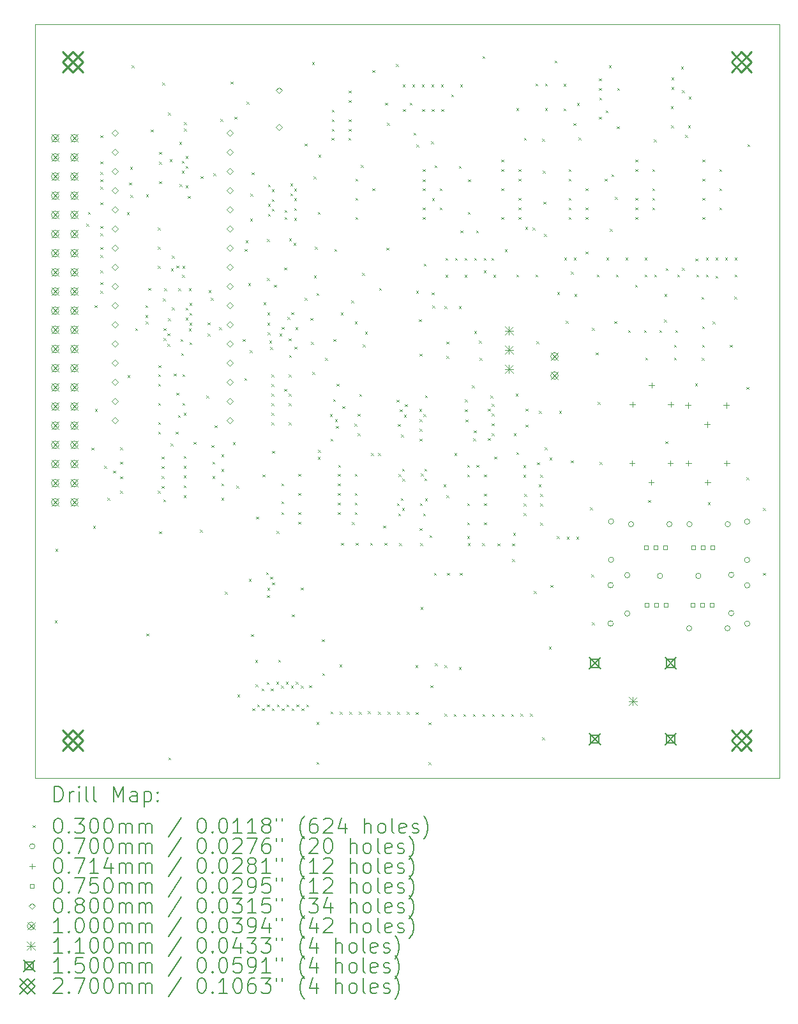
<source format=gbr>
%TF.GenerationSoftware,KiCad,Pcbnew,9.0.0*%
%TF.CreationDate,2025-04-23T17:40:39-07:00*%
%TF.ProjectId,ntscv2,6e747363-7632-42e6-9b69-6361645f7063,rev?*%
%TF.SameCoordinates,Original*%
%TF.FileFunction,Drillmap*%
%TF.FilePolarity,Positive*%
%FSLAX45Y45*%
G04 Gerber Fmt 4.5, Leading zero omitted, Abs format (unit mm)*
G04 Created by KiCad (PCBNEW 9.0.0) date 2025-04-23 17:40:39*
%MOMM*%
%LPD*%
G01*
G04 APERTURE LIST*
%ADD10C,0.050000*%
%ADD11C,0.200000*%
%ADD12C,0.100000*%
%ADD13C,0.110000*%
%ADD14C,0.150000*%
%ADD15C,0.270000*%
G04 APERTURE END LIST*
D10*
X10720750Y-2380000D02*
X20590000Y-2380000D01*
X20590000Y-12370000D01*
X10720750Y-12370000D01*
X10720750Y-2380000D01*
D11*
D12*
X10983000Y-10283000D02*
X11013000Y-10313000D01*
X11013000Y-10283000D02*
X10983000Y-10313000D01*
X10990000Y-9336000D02*
X11020000Y-9366000D01*
X11020000Y-9336000D02*
X10990000Y-9366000D01*
X11402500Y-5025000D02*
X11432500Y-5055000D01*
X11432500Y-5025000D02*
X11402500Y-5055000D01*
X11420662Y-4868935D02*
X11450662Y-4898935D01*
X11450662Y-4868935D02*
X11420662Y-4898935D01*
X11467000Y-7993000D02*
X11497000Y-8023000D01*
X11497000Y-7993000D02*
X11467000Y-8023000D01*
X11490000Y-9031000D02*
X11520000Y-9061000D01*
X11520000Y-9031000D02*
X11490000Y-9061000D01*
X11511000Y-6106000D02*
X11541000Y-6136000D01*
X11541000Y-6106000D02*
X11511000Y-6136000D01*
X11514000Y-7478000D02*
X11544000Y-7508000D01*
X11544000Y-7478000D02*
X11514000Y-7508000D01*
X11586750Y-3852000D02*
X11616750Y-3882000D01*
X11616750Y-3852000D02*
X11586750Y-3882000D01*
X11586750Y-4197500D02*
X11616750Y-4227500D01*
X11616750Y-4197500D02*
X11586750Y-4227500D01*
X11586750Y-4337000D02*
X11616750Y-4367000D01*
X11616750Y-4337000D02*
X11586750Y-4367000D01*
X11586750Y-4435000D02*
X11616750Y-4465000D01*
X11616750Y-4435000D02*
X11586750Y-4465000D01*
X11586750Y-4533000D02*
X11616750Y-4563000D01*
X11616750Y-4533000D02*
X11586750Y-4563000D01*
X11586750Y-4742000D02*
X11616750Y-4772000D01*
X11616750Y-4742000D02*
X11586750Y-4772000D01*
X11586750Y-5055000D02*
X11616750Y-5085000D01*
X11616750Y-5055000D02*
X11586750Y-5085000D01*
X11586750Y-5151000D02*
X11616750Y-5181000D01*
X11616750Y-5151000D02*
X11586750Y-5181000D01*
X11586750Y-5333000D02*
X11616750Y-5363000D01*
X11616750Y-5333000D02*
X11586750Y-5363000D01*
X11586750Y-5439000D02*
X11616750Y-5469000D01*
X11616750Y-5439000D02*
X11586750Y-5469000D01*
X11586750Y-5641000D02*
X11616750Y-5671000D01*
X11616750Y-5641000D02*
X11586750Y-5671000D01*
X11586750Y-5798000D02*
X11616750Y-5828000D01*
X11616750Y-5798000D02*
X11586750Y-5828000D01*
X11586750Y-5916000D02*
X11616750Y-5946000D01*
X11616750Y-5916000D02*
X11586750Y-5946000D01*
X11636750Y-8235000D02*
X11666750Y-8265000D01*
X11666750Y-8235000D02*
X11636750Y-8265000D01*
X11682000Y-8657000D02*
X11712000Y-8687000D01*
X11712000Y-8657000D02*
X11682000Y-8687000D01*
X11757500Y-8297500D02*
X11787500Y-8327500D01*
X11787500Y-8297500D02*
X11757500Y-8327500D01*
X11848000Y-7987500D02*
X11878000Y-8017500D01*
X11878000Y-7987500D02*
X11848000Y-8017500D01*
X11848000Y-8177500D02*
X11878000Y-8207500D01*
X11878000Y-8177500D02*
X11848000Y-8207500D01*
X11848000Y-8375000D02*
X11878000Y-8405000D01*
X11878000Y-8375000D02*
X11848000Y-8405000D01*
X11848000Y-8565000D02*
X11878000Y-8595000D01*
X11878000Y-8565000D02*
X11848000Y-8595000D01*
X11940000Y-4872500D02*
X11970000Y-4902500D01*
X11970000Y-4872500D02*
X11940000Y-4902500D01*
X11947000Y-7030000D02*
X11977000Y-7060000D01*
X11977000Y-7030000D02*
X11947000Y-7060000D01*
X11966250Y-4479000D02*
X11996250Y-4509000D01*
X11996250Y-4479000D02*
X11966250Y-4509000D01*
X11980250Y-4270000D02*
X12010250Y-4300000D01*
X12010250Y-4270000D02*
X11980250Y-4300000D01*
X11985781Y-4645782D02*
X12015781Y-4675782D01*
X12015781Y-4645782D02*
X11985781Y-4675782D01*
X12004000Y-2925000D02*
X12034000Y-2955000D01*
X12034000Y-2925000D02*
X12004000Y-2955000D01*
X12048000Y-6408000D02*
X12078000Y-6438000D01*
X12078000Y-6408000D02*
X12048000Y-6438000D01*
X12182500Y-6102500D02*
X12212500Y-6132500D01*
X12212500Y-6102500D02*
X12182500Y-6132500D01*
X12183750Y-6236250D02*
X12213750Y-6266250D01*
X12213750Y-6236250D02*
X12183750Y-6266250D01*
X12187500Y-6321176D02*
X12217500Y-6351176D01*
X12217500Y-6321176D02*
X12187500Y-6351176D01*
X12194073Y-4636074D02*
X12224073Y-4666074D01*
X12224073Y-4636074D02*
X12194073Y-4666074D01*
X12197000Y-10457000D02*
X12227000Y-10487000D01*
X12227000Y-10457000D02*
X12197000Y-10487000D01*
X12220000Y-5875000D02*
X12250000Y-5905000D01*
X12250000Y-5875000D02*
X12220000Y-5905000D01*
X12255000Y-3777500D02*
X12285000Y-3807500D01*
X12285000Y-3777500D02*
X12255000Y-3807500D01*
X12348500Y-8564500D02*
X12378500Y-8594500D01*
X12378500Y-8564500D02*
X12348500Y-8594500D01*
X12350000Y-5582000D02*
X12380000Y-5612000D01*
X12380000Y-5582000D02*
X12350000Y-5612000D01*
X12350000Y-5074000D02*
X12380000Y-5104000D01*
X12380000Y-5074000D02*
X12350000Y-5104000D01*
X12350000Y-5328000D02*
X12380000Y-5358000D01*
X12380000Y-5328000D02*
X12350000Y-5358000D01*
X12355000Y-7654000D02*
X12385000Y-7684000D01*
X12385000Y-7654000D02*
X12355000Y-7684000D01*
X12355000Y-7781000D02*
X12385000Y-7811000D01*
X12385000Y-7781000D02*
X12355000Y-7811000D01*
X12355000Y-7019000D02*
X12385000Y-7049000D01*
X12385000Y-7019000D02*
X12355000Y-7049000D01*
X12355000Y-7146000D02*
X12385000Y-7176000D01*
X12385000Y-7146000D02*
X12355000Y-7176000D01*
X12355000Y-7400000D02*
X12385000Y-7430000D01*
X12385000Y-7400000D02*
X12355000Y-7430000D01*
X12359000Y-6900000D02*
X12389000Y-6930000D01*
X12389000Y-6900000D02*
X12359000Y-6930000D01*
X12365000Y-9102500D02*
X12395000Y-9132500D01*
X12395000Y-9102500D02*
X12365000Y-9132500D01*
X12367500Y-4072500D02*
X12397500Y-4102500D01*
X12397500Y-4072500D02*
X12367500Y-4102500D01*
X12367500Y-4202500D02*
X12397500Y-4232500D01*
X12397500Y-4202500D02*
X12367500Y-4232500D01*
X12367500Y-4462500D02*
X12397500Y-4492500D01*
X12397500Y-4462500D02*
X12367500Y-4492500D01*
X12398500Y-8109500D02*
X12428500Y-8139500D01*
X12428500Y-8109500D02*
X12398500Y-8139500D01*
X12398500Y-8239500D02*
X12428500Y-8269500D01*
X12428500Y-8239500D02*
X12398500Y-8269500D01*
X12398500Y-8369500D02*
X12428500Y-8399500D01*
X12428500Y-8369500D02*
X12398500Y-8399500D01*
X12398500Y-8499500D02*
X12428500Y-8529500D01*
X12428500Y-8499500D02*
X12398500Y-8529500D01*
X12408000Y-3155000D02*
X12438000Y-3185000D01*
X12438000Y-3155000D02*
X12408000Y-3185000D01*
X12419000Y-6016000D02*
X12449000Y-6046000D01*
X12449000Y-6016000D02*
X12419000Y-6046000D01*
X12420000Y-8679000D02*
X12450000Y-8709000D01*
X12450000Y-8679000D02*
X12420000Y-8709000D01*
X12425000Y-6410000D02*
X12455000Y-6440000D01*
X12455000Y-6410000D02*
X12425000Y-6440000D01*
X12425000Y-6540000D02*
X12455000Y-6570000D01*
X12455000Y-6540000D02*
X12425000Y-6570000D01*
X12435000Y-5881000D02*
X12465000Y-5911000D01*
X12465000Y-5881000D02*
X12435000Y-5911000D01*
X12475000Y-6475000D02*
X12505000Y-6505000D01*
X12505000Y-6475000D02*
X12475000Y-6505000D01*
X12478000Y-6615000D02*
X12508000Y-6645000D01*
X12508000Y-6615000D02*
X12478000Y-6645000D01*
X12485000Y-6277500D02*
X12515000Y-6307500D01*
X12515000Y-6277500D02*
X12485000Y-6307500D01*
X12486000Y-3551000D02*
X12516000Y-3581000D01*
X12516000Y-3551000D02*
X12486000Y-3581000D01*
X12489000Y-12098000D02*
X12519000Y-12128000D01*
X12519000Y-12098000D02*
X12489000Y-12128000D01*
X12507500Y-4167500D02*
X12537500Y-4197500D01*
X12537500Y-4167500D02*
X12507500Y-4197500D01*
X12518750Y-7937500D02*
X12548750Y-7967500D01*
X12548750Y-7937500D02*
X12518750Y-7967500D01*
X12524000Y-5617000D02*
X12554000Y-5647000D01*
X12554000Y-5617000D02*
X12524000Y-5647000D01*
X12533890Y-6132963D02*
X12563890Y-6162963D01*
X12563890Y-6132963D02*
X12533890Y-6162963D01*
X12537661Y-5449100D02*
X12567661Y-5479100D01*
X12567661Y-5449100D02*
X12537661Y-5479100D01*
X12563000Y-7011000D02*
X12593000Y-7041000D01*
X12593000Y-7011000D02*
X12563000Y-7041000D01*
X12587000Y-7781000D02*
X12617000Y-7811000D01*
X12617000Y-7781000D02*
X12587000Y-7811000D01*
X12594311Y-5578837D02*
X12624311Y-5608837D01*
X12624311Y-5578837D02*
X12594311Y-5608837D01*
X12597000Y-7265000D02*
X12627000Y-7295000D01*
X12627000Y-7265000D02*
X12597000Y-7295000D01*
X12616278Y-7561721D02*
X12646278Y-7591721D01*
X12646278Y-7561721D02*
X12616278Y-7591721D01*
X12619000Y-5878000D02*
X12649000Y-5908000D01*
X12649000Y-5878000D02*
X12619000Y-5908000D01*
X12632500Y-3942500D02*
X12662500Y-3972500D01*
X12662500Y-3942500D02*
X12632500Y-3972500D01*
X12635000Y-4497500D02*
X12665000Y-4527500D01*
X12665000Y-4497500D02*
X12635000Y-4527500D01*
X12649604Y-6553993D02*
X12679604Y-6583993D01*
X12679604Y-6553993D02*
X12649604Y-6583993D01*
X12658643Y-6737900D02*
X12688643Y-6767900D01*
X12688643Y-6737900D02*
X12658643Y-6767900D01*
X12667500Y-4192500D02*
X12697500Y-4222500D01*
X12697500Y-4192500D02*
X12667500Y-4222500D01*
X12667500Y-4322500D02*
X12697500Y-4352500D01*
X12697500Y-4322500D02*
X12667500Y-4352500D01*
X12671000Y-5702000D02*
X12701000Y-5732000D01*
X12701000Y-5702000D02*
X12671000Y-5732000D01*
X12675000Y-5583000D02*
X12705000Y-5613000D01*
X12705000Y-5583000D02*
X12675000Y-5613000D01*
X12676000Y-7400000D02*
X12706000Y-7430000D01*
X12706000Y-7400000D02*
X12676000Y-7430000D01*
X12676000Y-7019000D02*
X12706000Y-7049000D01*
X12706000Y-7019000D02*
X12676000Y-7049000D01*
X12691000Y-8362000D02*
X12721000Y-8392000D01*
X12721000Y-8362000D02*
X12691000Y-8392000D01*
X12691000Y-8492000D02*
X12721000Y-8522000D01*
X12721000Y-8492000D02*
X12691000Y-8522000D01*
X12691000Y-8622000D02*
X12721000Y-8652000D01*
X12721000Y-8622000D02*
X12691000Y-8652000D01*
X12691000Y-8102000D02*
X12721000Y-8132000D01*
X12721000Y-8102000D02*
X12691000Y-8132000D01*
X12691000Y-8232000D02*
X12721000Y-8262000D01*
X12721000Y-8232000D02*
X12691000Y-8262000D01*
X12691603Y-7530511D02*
X12721603Y-7560511D01*
X12721603Y-7530511D02*
X12691603Y-7560511D01*
X12695000Y-3762500D02*
X12725000Y-3792500D01*
X12725000Y-3762500D02*
X12695000Y-3792500D01*
X12697000Y-3679000D02*
X12727000Y-3709000D01*
X12727000Y-3679000D02*
X12697000Y-3709000D01*
X12717500Y-6140000D02*
X12747500Y-6170000D01*
X12747500Y-6140000D02*
X12717500Y-6170000D01*
X12717500Y-6270000D02*
X12747500Y-6300000D01*
X12747500Y-6270000D02*
X12717500Y-6300000D01*
X12717500Y-4127500D02*
X12747500Y-4157500D01*
X12747500Y-4127500D02*
X12717500Y-4157500D01*
X12717500Y-4257500D02*
X12747500Y-4287500D01*
X12747500Y-4257500D02*
X12717500Y-4287500D01*
X12717500Y-4517500D02*
X12747500Y-4547500D01*
X12747500Y-4517500D02*
X12717500Y-4547500D01*
X12748000Y-4657000D02*
X12778000Y-4687000D01*
X12778000Y-4657000D02*
X12748000Y-4687000D01*
X12759000Y-5878250D02*
X12789000Y-5908250D01*
X12789000Y-5878250D02*
X12759000Y-5908250D01*
X12761750Y-6414821D02*
X12791750Y-6444821D01*
X12791750Y-6414821D02*
X12761750Y-6444821D01*
X12767500Y-6075000D02*
X12797500Y-6105000D01*
X12797500Y-6075000D02*
X12767500Y-6105000D01*
X12767500Y-6205000D02*
X12797500Y-6235000D01*
X12797500Y-6205000D02*
X12767500Y-6235000D01*
X12767500Y-6335000D02*
X12797500Y-6365000D01*
X12797500Y-6335000D02*
X12767500Y-6365000D01*
X12768000Y-6594028D02*
X12798000Y-6624028D01*
X12798000Y-6594028D02*
X12768000Y-6624028D01*
X12822500Y-7917500D02*
X12852500Y-7947500D01*
X12852500Y-7917500D02*
X12822500Y-7947500D01*
X12910000Y-9080000D02*
X12940000Y-9110000D01*
X12940000Y-9080000D02*
X12910000Y-9110000D01*
X12917500Y-4395000D02*
X12947500Y-4425000D01*
X12947500Y-4395000D02*
X12917500Y-4425000D01*
X12994000Y-7301000D02*
X13024000Y-7331000D01*
X13024000Y-7301000D02*
X12994000Y-7331000D01*
X13009250Y-6479938D02*
X13039250Y-6509938D01*
X13039250Y-6479938D02*
X13009250Y-6509938D01*
X13010023Y-6331355D02*
X13040023Y-6361355D01*
X13040023Y-6331355D02*
X13010023Y-6361355D01*
X13022500Y-5907500D02*
X13052500Y-5937500D01*
X13052500Y-5907500D02*
X13022500Y-5937500D01*
X13052500Y-6005000D02*
X13082500Y-6035000D01*
X13082500Y-6005000D02*
X13052500Y-6035000D01*
X13061750Y-7957000D02*
X13091750Y-7987000D01*
X13091750Y-7957000D02*
X13061750Y-7987000D01*
X13073000Y-8368000D02*
X13103000Y-8398000D01*
X13103000Y-8368000D02*
X13073000Y-8398000D01*
X13073250Y-8180000D02*
X13103250Y-8210000D01*
X13103250Y-8180000D02*
X13073250Y-8210000D01*
X13085000Y-4357500D02*
X13115000Y-4387500D01*
X13115000Y-4357500D02*
X13085000Y-4387500D01*
X13105000Y-7696000D02*
X13135000Y-7726000D01*
X13135000Y-7696000D02*
X13105000Y-7726000D01*
X13162549Y-6396350D02*
X13192549Y-6426350D01*
X13192549Y-6396350D02*
X13162549Y-6426350D01*
X13180573Y-3636926D02*
X13210573Y-3666926D01*
X13210573Y-3636926D02*
X13180573Y-3666926D01*
X13192250Y-8082500D02*
X13222250Y-8112500D01*
X13222250Y-8082500D02*
X13192250Y-8112500D01*
X13192250Y-8277500D02*
X13222250Y-8307500D01*
X13222250Y-8277500D02*
X13192250Y-8307500D01*
X13192250Y-8465000D02*
X13222250Y-8495000D01*
X13222250Y-8465000D02*
X13192250Y-8495000D01*
X13192250Y-8655000D02*
X13222250Y-8685000D01*
X13222250Y-8655000D02*
X13192250Y-8685000D01*
X13236000Y-9901000D02*
X13266000Y-9931000D01*
X13266000Y-9901000D02*
X13236000Y-9931000D01*
X13315000Y-3142500D02*
X13345000Y-3172500D01*
X13345000Y-3142500D02*
X13315000Y-3172500D01*
X13345000Y-7921000D02*
X13375000Y-7951000D01*
X13375000Y-7921000D02*
X13345000Y-7951000D01*
X13367500Y-3605000D02*
X13397500Y-3635000D01*
X13397500Y-3605000D02*
X13367500Y-3635000D01*
X13391000Y-8497000D02*
X13421000Y-8527000D01*
X13421000Y-8497000D02*
X13391000Y-8527000D01*
X13402500Y-11262500D02*
X13432500Y-11292500D01*
X13432500Y-11262500D02*
X13402500Y-11292500D01*
X13475794Y-6552618D02*
X13505794Y-6582618D01*
X13505794Y-6552618D02*
X13475794Y-6582618D01*
X13497500Y-7067500D02*
X13527500Y-7097500D01*
X13527500Y-7067500D02*
X13497500Y-7097500D01*
X13500000Y-5360000D02*
X13530000Y-5390000D01*
X13530000Y-5360000D02*
X13500000Y-5390000D01*
X13513000Y-5245000D02*
X13543000Y-5275000D01*
X13543000Y-5245000D02*
X13513000Y-5275000D01*
X13527500Y-3407500D02*
X13557500Y-3437500D01*
X13557500Y-3407500D02*
X13527500Y-3437500D01*
X13547500Y-5810000D02*
X13577500Y-5840000D01*
X13577500Y-5810000D02*
X13547500Y-5840000D01*
X13554000Y-9733000D02*
X13584000Y-9763000D01*
X13584000Y-9733000D02*
X13554000Y-9763000D01*
X13567478Y-6702478D02*
X13597478Y-6732478D01*
X13597478Y-6702478D02*
X13567478Y-6732478D01*
X13572000Y-4955000D02*
X13602000Y-4985000D01*
X13602000Y-4955000D02*
X13572000Y-4985000D01*
X13577000Y-4627000D02*
X13607000Y-4657000D01*
X13607000Y-4627000D02*
X13577000Y-4657000D01*
X13585000Y-10466000D02*
X13615000Y-10496000D01*
X13615000Y-10466000D02*
X13585000Y-10496000D01*
X13592000Y-4345000D02*
X13622000Y-4375000D01*
X13622000Y-4345000D02*
X13592000Y-4375000D01*
X13601500Y-11447500D02*
X13631500Y-11477500D01*
X13631500Y-11447500D02*
X13601500Y-11477500D01*
X13639000Y-10808000D02*
X13669000Y-10838000D01*
X13669000Y-10808000D02*
X13639000Y-10838000D01*
X13644000Y-11128000D02*
X13674000Y-11158000D01*
X13674000Y-11128000D02*
X13644000Y-11158000D01*
X13653000Y-8905000D02*
X13683000Y-8935000D01*
X13683000Y-8905000D02*
X13653000Y-8935000D01*
X13666500Y-11397500D02*
X13696500Y-11427500D01*
X13696500Y-11397500D02*
X13666500Y-11427500D01*
X13725000Y-11185000D02*
X13755000Y-11215000D01*
X13755000Y-11185000D02*
X13725000Y-11215000D01*
X13731500Y-11447500D02*
X13761500Y-11477500D01*
X13761500Y-11447500D02*
X13731500Y-11477500D01*
X13740000Y-8347500D02*
X13770000Y-8377500D01*
X13770000Y-8347500D02*
X13740000Y-8377500D01*
X13750000Y-6066000D02*
X13780000Y-6096000D01*
X13780000Y-6066000D02*
X13750000Y-6096000D01*
X13784000Y-9643000D02*
X13814000Y-9673000D01*
X13814000Y-9643000D02*
X13784000Y-9673000D01*
X13792500Y-11100000D02*
X13822500Y-11130000D01*
X13822500Y-11100000D02*
X13792500Y-11130000D01*
X13796000Y-9949000D02*
X13826000Y-9979000D01*
X13826000Y-9949000D02*
X13796000Y-9979000D01*
X13796500Y-11397500D02*
X13826500Y-11427500D01*
X13826500Y-11397500D02*
X13796500Y-11427500D01*
X13799326Y-5225707D02*
X13829326Y-5255707D01*
X13829326Y-5225707D02*
X13799326Y-5255707D01*
X13799326Y-5745707D02*
X13829326Y-5775707D01*
X13829326Y-5745707D02*
X13799326Y-5775707D01*
X13800000Y-9853000D02*
X13830000Y-9883000D01*
X13830000Y-9853000D02*
X13800000Y-9883000D01*
X13803000Y-6203500D02*
X13833000Y-6233500D01*
X13833000Y-6203500D02*
X13803000Y-6233500D01*
X13803000Y-6336000D02*
X13833000Y-6366000D01*
X13833000Y-6336000D02*
X13803000Y-6366000D01*
X13805500Y-6463500D02*
X13835500Y-6493500D01*
X13835500Y-6463500D02*
X13805500Y-6493500D01*
X13810443Y-4502198D02*
X13840443Y-4532198D01*
X13840443Y-4502198D02*
X13810443Y-4532198D01*
X13810443Y-4762198D02*
X13840443Y-4792198D01*
X13840443Y-4762198D02*
X13810443Y-4792198D01*
X13810443Y-4892198D02*
X13840443Y-4922198D01*
X13840443Y-4892198D02*
X13810443Y-4922198D01*
X13828000Y-6575000D02*
X13858000Y-6605000D01*
X13858000Y-6575000D02*
X13828000Y-6605000D01*
X13839645Y-6658062D02*
X13869645Y-6688062D01*
X13869645Y-6658062D02*
X13839645Y-6688062D01*
X13840000Y-9703000D02*
X13870000Y-9733000D01*
X13870000Y-9703000D02*
X13840000Y-9733000D01*
X13847500Y-11185000D02*
X13877500Y-11215000D01*
X13877500Y-11185000D02*
X13847500Y-11215000D01*
X13856500Y-7025000D02*
X13886500Y-7055000D01*
X13886500Y-7025000D02*
X13856500Y-7055000D01*
X13856500Y-7152000D02*
X13886500Y-7182000D01*
X13886500Y-7152000D02*
X13856500Y-7182000D01*
X13856500Y-7279000D02*
X13886500Y-7309000D01*
X13886500Y-7279000D02*
X13856500Y-7309000D01*
X13856500Y-7406000D02*
X13886500Y-7436000D01*
X13886500Y-7406000D02*
X13856500Y-7436000D01*
X13856500Y-7533000D02*
X13886500Y-7563000D01*
X13886500Y-7533000D02*
X13856500Y-7563000D01*
X13856500Y-7660000D02*
X13886500Y-7690000D01*
X13886500Y-7660000D02*
X13856500Y-7690000D01*
X13860443Y-4567198D02*
X13890443Y-4597198D01*
X13890443Y-4567198D02*
X13860443Y-4597198D01*
X13860443Y-4697198D02*
X13890443Y-4727198D01*
X13890443Y-4697198D02*
X13860443Y-4727198D01*
X13860443Y-4827198D02*
X13890443Y-4857198D01*
X13890443Y-4827198D02*
X13860443Y-4857198D01*
X13861500Y-11447500D02*
X13891500Y-11477500D01*
X13891500Y-11447500D02*
X13861500Y-11477500D01*
X13863669Y-9779419D02*
X13893669Y-9809419D01*
X13893669Y-9779419D02*
X13863669Y-9809419D01*
X13864000Y-8034000D02*
X13894000Y-8064000D01*
X13894000Y-8034000D02*
X13864000Y-8064000D01*
X13889800Y-5835000D02*
X13919800Y-5865000D01*
X13919800Y-5835000D02*
X13889800Y-5865000D01*
X13918500Y-11095000D02*
X13948500Y-11125000D01*
X13948500Y-11095000D02*
X13918500Y-11125000D01*
X13922000Y-9099000D02*
X13952000Y-9129000D01*
X13952000Y-9099000D02*
X13922000Y-9129000D01*
X13926500Y-11397500D02*
X13956500Y-11427500D01*
X13956500Y-11397500D02*
X13926500Y-11427500D01*
X13945000Y-10803000D02*
X13975000Y-10833000D01*
X13975000Y-10803000D02*
X13945000Y-10833000D01*
X13962499Y-6481000D02*
X13992499Y-6511000D01*
X13992499Y-6481000D02*
X13962499Y-6511000D01*
X13983500Y-11145000D02*
X14013500Y-11175000D01*
X14013500Y-11145000D02*
X13983500Y-11175000D01*
X13986874Y-8703273D02*
X14016874Y-8733273D01*
X14016874Y-8703273D02*
X13986874Y-8733273D01*
X13988500Y-8846000D02*
X14018500Y-8876000D01*
X14018500Y-8846000D02*
X13988500Y-8876000D01*
X13988500Y-8465000D02*
X14018500Y-8495000D01*
X14018500Y-8465000D02*
X13988500Y-8495000D01*
X13991500Y-11447500D02*
X14021500Y-11477500D01*
X14021500Y-11447500D02*
X13991500Y-11477500D01*
X13992000Y-6391000D02*
X14022000Y-6421000D01*
X14022000Y-6391000D02*
X13992000Y-6421000D01*
X14023500Y-7211557D02*
X14053500Y-7241557D01*
X14053500Y-7211557D02*
X14023500Y-7241557D01*
X14025900Y-5604128D02*
X14055900Y-5634128D01*
X14055900Y-5604128D02*
X14025900Y-5634128D01*
X14029426Y-4841000D02*
X14059426Y-4871000D01*
X14059426Y-4841000D02*
X14029426Y-4871000D01*
X14031628Y-4936739D02*
X14061628Y-4966739D01*
X14061628Y-4936739D02*
X14031628Y-4966739D01*
X14048500Y-11095000D02*
X14078500Y-11125000D01*
X14078500Y-11095000D02*
X14048500Y-11125000D01*
X14056500Y-11397500D02*
X14086500Y-11427500D01*
X14086500Y-11397500D02*
X14056500Y-11427500D01*
X14067211Y-6262789D02*
X14097211Y-6292789D01*
X14097211Y-6262789D02*
X14067211Y-6292789D01*
X14083500Y-7023000D02*
X14113500Y-7053000D01*
X14113500Y-7023000D02*
X14083500Y-7053000D01*
X14083500Y-7277000D02*
X14113500Y-7307000D01*
X14113500Y-7277000D02*
X14083500Y-7307000D01*
X14083500Y-7404000D02*
X14113500Y-7434000D01*
X14113500Y-7404000D02*
X14083500Y-7434000D01*
X14083500Y-7658000D02*
X14113500Y-7688000D01*
X14113500Y-7658000D02*
X14083500Y-7688000D01*
X14084100Y-6545599D02*
X14114100Y-6575599D01*
X14114100Y-6545599D02*
X14084100Y-6575599D01*
X14087500Y-5220000D02*
X14117500Y-5250000D01*
X14117500Y-5220000D02*
X14087500Y-5250000D01*
X14089188Y-6762848D02*
X14119188Y-6792848D01*
X14119188Y-6762848D02*
X14089188Y-6792848D01*
X14105443Y-4492198D02*
X14135443Y-4522198D01*
X14135443Y-4492198D02*
X14105443Y-4522198D01*
X14105443Y-4622198D02*
X14135443Y-4652198D01*
X14135443Y-4622198D02*
X14105443Y-4652198D01*
X14113500Y-11145000D02*
X14143500Y-11175000D01*
X14143500Y-11145000D02*
X14113500Y-11175000D01*
X14120210Y-6196216D02*
X14150210Y-6226216D01*
X14150210Y-6196216D02*
X14120210Y-6226216D01*
X14121500Y-11447500D02*
X14151500Y-11477500D01*
X14151500Y-11447500D02*
X14121500Y-11477500D01*
X14128000Y-10202000D02*
X14158000Y-10232000D01*
X14158000Y-10202000D02*
X14128000Y-10232000D01*
X14149326Y-5280707D02*
X14179326Y-5310707D01*
X14179326Y-5280707D02*
X14149326Y-5310707D01*
X14155443Y-4557198D02*
X14185443Y-4587198D01*
X14185443Y-4557198D02*
X14155443Y-4587198D01*
X14155443Y-4687198D02*
X14185443Y-4717198D01*
X14185443Y-4687198D02*
X14155443Y-4717198D01*
X14155443Y-4817198D02*
X14185443Y-4847198D01*
X14185443Y-4817198D02*
X14155443Y-4847198D01*
X14155443Y-4947198D02*
X14185443Y-4977198D01*
X14185443Y-4947198D02*
X14155443Y-4977198D01*
X14161596Y-6653028D02*
X14191596Y-6683028D01*
X14191596Y-6653028D02*
X14161596Y-6683028D01*
X14173000Y-6396000D02*
X14203000Y-6426000D01*
X14203000Y-6396000D02*
X14173000Y-6426000D01*
X14178500Y-11095000D02*
X14208500Y-11125000D01*
X14208500Y-11095000D02*
X14178500Y-11125000D01*
X14186500Y-11397500D02*
X14216500Y-11427500D01*
X14216500Y-11397500D02*
X14186500Y-11427500D01*
X14213500Y-8846000D02*
X14243500Y-8876000D01*
X14243500Y-8846000D02*
X14213500Y-8876000D01*
X14213500Y-8973000D02*
X14243500Y-9003000D01*
X14243500Y-8973000D02*
X14213500Y-9003000D01*
X14213500Y-8338000D02*
X14243500Y-8368000D01*
X14243500Y-8338000D02*
X14213500Y-8368000D01*
X14213500Y-8592000D02*
X14243500Y-8622000D01*
X14243500Y-8592000D02*
X14213500Y-8622000D01*
X14245000Y-11145000D02*
X14275000Y-11175000D01*
X14275000Y-11145000D02*
X14245000Y-11175000D01*
X14247000Y-9848000D02*
X14277000Y-9878000D01*
X14277000Y-9848000D02*
X14247000Y-9878000D01*
X14252500Y-11447500D02*
X14282500Y-11477500D01*
X14282500Y-11447500D02*
X14252500Y-11477500D01*
X14296000Y-3963000D02*
X14326000Y-3993000D01*
X14326000Y-3963000D02*
X14296000Y-3993000D01*
X14296250Y-6005500D02*
X14326250Y-6035500D01*
X14326250Y-6005500D02*
X14296250Y-6035500D01*
X14317500Y-11397500D02*
X14347500Y-11427500D01*
X14347500Y-11397500D02*
X14317500Y-11427500D01*
X14355000Y-11140000D02*
X14385000Y-11170000D01*
X14385000Y-11140000D02*
X14355000Y-11170000D01*
X14372500Y-6272500D02*
X14402500Y-6302500D01*
X14402500Y-6272500D02*
X14372500Y-6302500D01*
X14383000Y-6590000D02*
X14413000Y-6620000D01*
X14413000Y-6590000D02*
X14383000Y-6620000D01*
X14393750Y-2881500D02*
X14423750Y-2911500D01*
X14423750Y-2881500D02*
X14393750Y-2911500D01*
X14400000Y-6987000D02*
X14430000Y-7017000D01*
X14430000Y-6987000D02*
X14400000Y-7017000D01*
X14414000Y-4398000D02*
X14444000Y-4428000D01*
X14444000Y-4398000D02*
X14414000Y-4428000D01*
X14417500Y-5710000D02*
X14447500Y-5740000D01*
X14447500Y-5710000D02*
X14417500Y-5740000D01*
X14432000Y-5328000D02*
X14462000Y-5358000D01*
X14462000Y-5328000D02*
X14432000Y-5358000D01*
X14452500Y-5942500D02*
X14482500Y-5972500D01*
X14482500Y-5942500D02*
X14452500Y-5972500D01*
X14452500Y-11627500D02*
X14482500Y-11657500D01*
X14482500Y-11627500D02*
X14452500Y-11657500D01*
X14455000Y-12159000D02*
X14485000Y-12189000D01*
X14485000Y-12159000D02*
X14455000Y-12189000D01*
X14471000Y-4869000D02*
X14501000Y-4899000D01*
X14501000Y-4869000D02*
X14471000Y-4899000D01*
X14472000Y-8114000D02*
X14502000Y-8144000D01*
X14502000Y-8114000D02*
X14472000Y-8144000D01*
X14475000Y-8023000D02*
X14505000Y-8053000D01*
X14505000Y-8023000D02*
X14475000Y-8053000D01*
X14480000Y-4109000D02*
X14510000Y-4139000D01*
X14510000Y-4109000D02*
X14480000Y-4139000D01*
X14525000Y-10531000D02*
X14555000Y-10561000D01*
X14555000Y-10531000D02*
X14525000Y-10561000D01*
X14529000Y-10981000D02*
X14559000Y-11011000D01*
X14559000Y-10981000D02*
X14529000Y-11011000D01*
X14568000Y-6801000D02*
X14598000Y-6831000D01*
X14598000Y-6801000D02*
X14568000Y-6831000D01*
X14632500Y-7546000D02*
X14662500Y-7576000D01*
X14662500Y-7546000D02*
X14632500Y-7576000D01*
X14641000Y-7875000D02*
X14671000Y-7905000D01*
X14671000Y-7875000D02*
X14641000Y-7905000D01*
X14641166Y-11487750D02*
X14671166Y-11517750D01*
X14671166Y-11487750D02*
X14641166Y-11517750D01*
X14653250Y-3885500D02*
X14683250Y-3915500D01*
X14683250Y-3885500D02*
X14653250Y-3915500D01*
X14657250Y-3766500D02*
X14687250Y-3796500D01*
X14687250Y-3766500D02*
X14657250Y-3796500D01*
X14657250Y-3512500D02*
X14687250Y-3542500D01*
X14687250Y-3512500D02*
X14657250Y-3542500D01*
X14657250Y-3639500D02*
X14687250Y-3669500D01*
X14687250Y-3639500D02*
X14657250Y-3669500D01*
X14672500Y-7349000D02*
X14702500Y-7379000D01*
X14702500Y-7349000D02*
X14672500Y-7379000D01*
X14678000Y-6552293D02*
X14708000Y-6582293D01*
X14708000Y-6552293D02*
X14678000Y-6582293D01*
X14690000Y-5360000D02*
X14720000Y-5390000D01*
X14720000Y-5360000D02*
X14690000Y-5390000D01*
X14697500Y-7614000D02*
X14727500Y-7644000D01*
X14727500Y-7614000D02*
X14697500Y-7644000D01*
X14712500Y-7705000D02*
X14742500Y-7735000D01*
X14742500Y-7705000D02*
X14712500Y-7735000D01*
X14718000Y-7147000D02*
X14748000Y-7177000D01*
X14748000Y-7147000D02*
X14718000Y-7177000D01*
X14736000Y-8340500D02*
X14766000Y-8370500D01*
X14766000Y-8340500D02*
X14736000Y-8370500D01*
X14736000Y-8594500D02*
X14766000Y-8624500D01*
X14766000Y-8594500D02*
X14736000Y-8624500D01*
X14736000Y-8848500D02*
X14766000Y-8878500D01*
X14766000Y-8848500D02*
X14736000Y-8878500D01*
X14736000Y-8467500D02*
X14766000Y-8497500D01*
X14766000Y-8467500D02*
X14736000Y-8497500D01*
X14736000Y-8721500D02*
X14766000Y-8751500D01*
X14766000Y-8721500D02*
X14736000Y-8751500D01*
X14740000Y-8221500D02*
X14770000Y-8251500D01*
X14770000Y-8221500D02*
X14740000Y-8251500D01*
X14758500Y-10866750D02*
X14788500Y-10896750D01*
X14788500Y-10866750D02*
X14758500Y-10896750D01*
X14760166Y-11491750D02*
X14790166Y-11521750D01*
X14790166Y-11491750D02*
X14760166Y-11521750D01*
X14775000Y-6200000D02*
X14805000Y-6230000D01*
X14805000Y-6200000D02*
X14775000Y-6230000D01*
X14781000Y-9255000D02*
X14811000Y-9285000D01*
X14811000Y-9255000D02*
X14781000Y-9285000D01*
X14797500Y-7442500D02*
X14827500Y-7472500D01*
X14827500Y-7442500D02*
X14797500Y-7472500D01*
X14878250Y-3885500D02*
X14908250Y-3915500D01*
X14908250Y-3885500D02*
X14878250Y-3915500D01*
X14882249Y-3385500D02*
X14912249Y-3415500D01*
X14912249Y-3385500D02*
X14882249Y-3415500D01*
X14882250Y-3639500D02*
X14912250Y-3669500D01*
X14912250Y-3639500D02*
X14882250Y-3669500D01*
X14882250Y-3766500D02*
X14912250Y-3796500D01*
X14912250Y-3766500D02*
X14882250Y-3796500D01*
X14882250Y-3258500D02*
X14912250Y-3288500D01*
X14912250Y-3258500D02*
X14882250Y-3288500D01*
X14887166Y-11491750D02*
X14917166Y-11521750D01*
X14917166Y-11491750D02*
X14887166Y-11521750D01*
X14916000Y-6043000D02*
X14946000Y-6073000D01*
X14946000Y-6043000D02*
X14916000Y-6073000D01*
X14922076Y-8979424D02*
X14952076Y-9009424D01*
X14952076Y-8979424D02*
X14922076Y-9009424D01*
X14956500Y-7674000D02*
X14986500Y-7704000D01*
X14986500Y-7674000D02*
X14956500Y-7704000D01*
X14961000Y-8721500D02*
X14991000Y-8751500D01*
X14991000Y-8721500D02*
X14961000Y-8751500D01*
X14961000Y-8848500D02*
X14991000Y-8878500D01*
X14991000Y-8848500D02*
X14961000Y-8878500D01*
X14961000Y-8340500D02*
X14991000Y-8370500D01*
X14991000Y-8340500D02*
X14961000Y-8370500D01*
X14961000Y-8594500D02*
X14991000Y-8624500D01*
X14991000Y-8594500D02*
X14961000Y-8624500D01*
X14963000Y-6322000D02*
X14993000Y-6352000D01*
X14993000Y-6322000D02*
X14963000Y-6352000D01*
X14970750Y-4428000D02*
X15000750Y-4458000D01*
X15000750Y-4428000D02*
X14970750Y-4458000D01*
X14970750Y-4682000D02*
X15000750Y-4712000D01*
X15000750Y-4682000D02*
X14970750Y-4712000D01*
X14970750Y-4936000D02*
X15000750Y-4966000D01*
X15000750Y-4936000D02*
X14970750Y-4966000D01*
X14974299Y-9252250D02*
X15004299Y-9282250D01*
X15004299Y-9252250D02*
X14974299Y-9282250D01*
X14999000Y-7802000D02*
X15029000Y-7832000D01*
X15029000Y-7802000D02*
X14999000Y-7832000D01*
X14999000Y-7542000D02*
X15029000Y-7572000D01*
X15029000Y-7542000D02*
X14999000Y-7572000D01*
X15014166Y-11491750D02*
X15044166Y-11521750D01*
X15044166Y-11491750D02*
X15014166Y-11521750D01*
X15020000Y-7280000D02*
X15050000Y-7310000D01*
X15050000Y-7280000D02*
X15020000Y-7310000D01*
X15043000Y-4244000D02*
X15073000Y-4274000D01*
X15073000Y-4244000D02*
X15043000Y-4274000D01*
X15060000Y-5676000D02*
X15090000Y-5706000D01*
X15090000Y-5676000D02*
X15060000Y-5706000D01*
X15067000Y-6624000D02*
X15097000Y-6654000D01*
X15097000Y-6624000D02*
X15067000Y-6654000D01*
X15098000Y-6455000D02*
X15128000Y-6485000D01*
X15128000Y-6455000D02*
X15098000Y-6485000D01*
X15135958Y-11486542D02*
X15165958Y-11516542D01*
X15165958Y-11486542D02*
X15135958Y-11516542D01*
X15165300Y-9254250D02*
X15195300Y-9284250D01*
X15195300Y-9254250D02*
X15165300Y-9284250D01*
X15175000Y-8065000D02*
X15205000Y-8095000D01*
X15205000Y-8065000D02*
X15175000Y-8095000D01*
X15192000Y-2989500D02*
X15222000Y-3019500D01*
X15222000Y-2989500D02*
X15192000Y-3019500D01*
X15195750Y-4555000D02*
X15225750Y-4585000D01*
X15225750Y-4555000D02*
X15195750Y-4585000D01*
X15268166Y-11491750D02*
X15298166Y-11521750D01*
X15298166Y-11491750D02*
X15268166Y-11521750D01*
X15271000Y-8065000D02*
X15301000Y-8095000D01*
X15301000Y-8065000D02*
X15271000Y-8095000D01*
X15283000Y-5876000D02*
X15313000Y-5906000D01*
X15313000Y-5876000D02*
X15283000Y-5906000D01*
X15337000Y-9027000D02*
X15367000Y-9057000D01*
X15367000Y-9027000D02*
X15337000Y-9057000D01*
X15357000Y-9254750D02*
X15387000Y-9284750D01*
X15387000Y-9254750D02*
X15357000Y-9284750D01*
X15364000Y-3419000D02*
X15394000Y-3449000D01*
X15394000Y-3419000D02*
X15364000Y-3449000D01*
X15380000Y-5341000D02*
X15410000Y-5371000D01*
X15410000Y-5341000D02*
X15380000Y-5371000D01*
X15389000Y-3686000D02*
X15419000Y-3716000D01*
X15419000Y-3686000D02*
X15389000Y-3716000D01*
X15395166Y-11491750D02*
X15425166Y-11521750D01*
X15425166Y-11491750D02*
X15395166Y-11521750D01*
X15509000Y-2906000D02*
X15539000Y-2936000D01*
X15539000Y-2906000D02*
X15509000Y-2936000D01*
X15515000Y-7358000D02*
X15545000Y-7388000D01*
X15545000Y-7358000D02*
X15515000Y-7388000D01*
X15520000Y-8727500D02*
X15550000Y-8757500D01*
X15550000Y-8727500D02*
X15520000Y-8757500D01*
X15522166Y-11491750D02*
X15552166Y-11521750D01*
X15552166Y-11491750D02*
X15522166Y-11521750D01*
X15532000Y-7678000D02*
X15562000Y-7708000D01*
X15562000Y-7678000D02*
X15532000Y-7708000D01*
X15536000Y-8863000D02*
X15566000Y-8893000D01*
X15566000Y-8863000D02*
X15536000Y-8893000D01*
X15539363Y-8343000D02*
X15569363Y-8373000D01*
X15569363Y-8343000D02*
X15539363Y-8373000D01*
X15548200Y-9258750D02*
X15578200Y-9288750D01*
X15578200Y-9258750D02*
X15548200Y-9288750D01*
X15558747Y-7485000D02*
X15588747Y-7515000D01*
X15588747Y-7485000D02*
X15558747Y-7515000D01*
X15572000Y-8660000D02*
X15602000Y-8690000D01*
X15602000Y-8660000D02*
X15572000Y-8690000D01*
X15574500Y-7819500D02*
X15604500Y-7849500D01*
X15604500Y-7819500D02*
X15574500Y-7849500D01*
X15587000Y-8270000D02*
X15617000Y-8300000D01*
X15617000Y-8270000D02*
X15587000Y-8300000D01*
X15589000Y-8793000D02*
X15619000Y-8823000D01*
X15619000Y-8793000D02*
X15589000Y-8823000D01*
X15594000Y-8403500D02*
X15624000Y-8433500D01*
X15624000Y-8403500D02*
X15594000Y-8433500D01*
X15595000Y-3176750D02*
X15625000Y-3206750D01*
X15625000Y-3176750D02*
X15595000Y-3206750D01*
X15600000Y-3503500D02*
X15630000Y-3533500D01*
X15630000Y-3503500D02*
X15600000Y-3533500D01*
X15613000Y-7556500D02*
X15643000Y-7586500D01*
X15643000Y-7556500D02*
X15613000Y-7586500D01*
X15624750Y-7416250D02*
X15654750Y-7446250D01*
X15654750Y-7416250D02*
X15624750Y-7446250D01*
X15652166Y-11494250D02*
X15682166Y-11524250D01*
X15682166Y-11494250D02*
X15652166Y-11524250D01*
X15689000Y-3421000D02*
X15719000Y-3451000D01*
X15719000Y-3421000D02*
X15689000Y-3451000D01*
X15722000Y-3176750D02*
X15752000Y-3206750D01*
X15752000Y-3176750D02*
X15722000Y-3206750D01*
X15740000Y-3820000D02*
X15770000Y-3850000D01*
X15770000Y-3820000D02*
X15740000Y-3850000D01*
X15764666Y-10876750D02*
X15794666Y-10906750D01*
X15794666Y-10876750D02*
X15764666Y-10906750D01*
X15771166Y-11498250D02*
X15801166Y-11528250D01*
X15801166Y-11498250D02*
X15771166Y-11528250D01*
X15772500Y-5915000D02*
X15802500Y-5945000D01*
X15802500Y-5915000D02*
X15772500Y-5945000D01*
X15780500Y-3975400D02*
X15810500Y-4005400D01*
X15810500Y-3975400D02*
X15780500Y-4005400D01*
X15810000Y-6292000D02*
X15840000Y-6322000D01*
X15840000Y-6292000D02*
X15810000Y-6322000D01*
X15815000Y-7480000D02*
X15845000Y-7510000D01*
X15845000Y-7480000D02*
X15815000Y-7510000D01*
X15820000Y-6748000D02*
X15850000Y-6778000D01*
X15850000Y-6748000D02*
X15820000Y-6778000D01*
X15820000Y-9058000D02*
X15850000Y-9088000D01*
X15850000Y-9058000D02*
X15820000Y-9088000D01*
X15822500Y-7744000D02*
X15852500Y-7774000D01*
X15852500Y-7744000D02*
X15822500Y-7774000D01*
X15822500Y-7874000D02*
X15852500Y-7904000D01*
X15852500Y-7874000D02*
X15822500Y-7904000D01*
X15822500Y-7614000D02*
X15852500Y-7644000D01*
X15852500Y-7614000D02*
X15822500Y-7644000D01*
X15824000Y-8729000D02*
X15854000Y-8759000D01*
X15854000Y-8729000D02*
X15824000Y-8759000D01*
X15828399Y-9257750D02*
X15858399Y-9287750D01*
X15858399Y-9257750D02*
X15828399Y-9287750D01*
X15833000Y-10104000D02*
X15863000Y-10134000D01*
X15863000Y-10104000D02*
X15833000Y-10134000D01*
X15836000Y-8335500D02*
X15866000Y-8365500D01*
X15866000Y-8335500D02*
X15836000Y-8365500D01*
X15849000Y-3176750D02*
X15879000Y-3206750D01*
X15879000Y-3176750D02*
X15849000Y-3206750D01*
X15854000Y-3503500D02*
X15884000Y-3533500D01*
X15884000Y-3503500D02*
X15854000Y-3533500D01*
X15860650Y-4435523D02*
X15890650Y-4465523D01*
X15890650Y-4435523D02*
X15860650Y-4465523D01*
X15860750Y-4301000D02*
X15890750Y-4331000D01*
X15890750Y-4301000D02*
X15860750Y-4331000D01*
X15860750Y-4555000D02*
X15890750Y-4585000D01*
X15890750Y-4555000D02*
X15860750Y-4585000D01*
X15860750Y-4809000D02*
X15890750Y-4839000D01*
X15890750Y-4809000D02*
X15860750Y-4839000D01*
X15860750Y-4936000D02*
X15890750Y-4966000D01*
X15890750Y-4936000D02*
X15860750Y-4966000D01*
X15866000Y-8865000D02*
X15896000Y-8895000D01*
X15896000Y-8865000D02*
X15866000Y-8895000D01*
X15872500Y-7549000D02*
X15902500Y-7579000D01*
X15902500Y-7549000D02*
X15872500Y-7579000D01*
X15875000Y-5554000D02*
X15905000Y-5584000D01*
X15905000Y-5554000D02*
X15875000Y-5584000D01*
X15886000Y-8270500D02*
X15916000Y-8300500D01*
X15916000Y-8270500D02*
X15886000Y-8300500D01*
X15886000Y-8400500D02*
X15916000Y-8430500D01*
X15916000Y-8400500D02*
X15886000Y-8430500D01*
X15892500Y-7296500D02*
X15922500Y-7326500D01*
X15922500Y-7296500D02*
X15892500Y-7326500D01*
X15893000Y-8665000D02*
X15923000Y-8695000D01*
X15923000Y-8665000D02*
X15893000Y-8695000D01*
X15937500Y-11632500D02*
X15967500Y-11662500D01*
X15967500Y-11632500D02*
X15937500Y-11662500D01*
X15941000Y-12160000D02*
X15971000Y-12190000D01*
X15971000Y-12160000D02*
X15941000Y-12190000D01*
X15952000Y-9153000D02*
X15982000Y-9183000D01*
X15982000Y-9153000D02*
X15952000Y-9183000D01*
X15962500Y-11142500D02*
X15992500Y-11172500D01*
X15992500Y-11142500D02*
X15962500Y-11172500D01*
X15973000Y-3933000D02*
X16003000Y-3963000D01*
X16003000Y-3933000D02*
X15973000Y-3963000D01*
X15976000Y-3176750D02*
X16006000Y-3206750D01*
X16006000Y-3176750D02*
X15976000Y-3206750D01*
X15980500Y-5935000D02*
X16010500Y-5965000D01*
X16010500Y-5935000D02*
X15980500Y-5965000D01*
X15981000Y-3503500D02*
X16011000Y-3533500D01*
X16011000Y-3503500D02*
X15981000Y-3533500D01*
X15985000Y-4685000D02*
X16015000Y-4715000D01*
X16015000Y-4685000D02*
X15985000Y-4715000D01*
X15991210Y-6109790D02*
X16021210Y-6139790D01*
X16021210Y-6109790D02*
X15991210Y-6139790D01*
X16012500Y-9650000D02*
X16042500Y-9680000D01*
X16042500Y-9650000D02*
X16012500Y-9680000D01*
X16020629Y-4249268D02*
X16050629Y-4279268D01*
X16050629Y-4249268D02*
X16020629Y-4279268D01*
X16022500Y-10850000D02*
X16052500Y-10880000D01*
X16052500Y-10850000D02*
X16022500Y-10880000D01*
X16085750Y-4555000D02*
X16115750Y-4585000D01*
X16115750Y-4555000D02*
X16085750Y-4585000D01*
X16085750Y-4809000D02*
X16115750Y-4839000D01*
X16115750Y-4809000D02*
X16085750Y-4839000D01*
X16103000Y-3176750D02*
X16133000Y-3206750D01*
X16133000Y-3176750D02*
X16103000Y-3206750D01*
X16108000Y-3503500D02*
X16138000Y-3533500D01*
X16138000Y-3503500D02*
X16108000Y-3533500D01*
X16138426Y-8479427D02*
X16168426Y-8509427D01*
X16168426Y-8479427D02*
X16138426Y-8509427D01*
X16150666Y-10876750D02*
X16180666Y-10906750D01*
X16180666Y-10876750D02*
X16150666Y-10906750D01*
X16151000Y-6117500D02*
X16181000Y-6147500D01*
X16181000Y-6117500D02*
X16151000Y-6147500D01*
X16152666Y-11517750D02*
X16182666Y-11547750D01*
X16182666Y-11517750D02*
X16152666Y-11547750D01*
X16163500Y-5703250D02*
X16193500Y-5733250D01*
X16193500Y-5703250D02*
X16163500Y-5733250D01*
X16163500Y-5478250D02*
X16193500Y-5508250D01*
X16193500Y-5478250D02*
X16163500Y-5508250D01*
X16175000Y-8621000D02*
X16205000Y-8651000D01*
X16205000Y-8621000D02*
X16175000Y-8651000D01*
X16177000Y-6586000D02*
X16207000Y-6616000D01*
X16207000Y-6586000D02*
X16177000Y-6616000D01*
X16177000Y-6777000D02*
X16207000Y-6807000D01*
X16207000Y-6777000D02*
X16177000Y-6807000D01*
X16185000Y-9652500D02*
X16215000Y-9682500D01*
X16215000Y-9652500D02*
X16185000Y-9682500D01*
X16240000Y-3310000D02*
X16270000Y-3340000D01*
X16270000Y-3310000D02*
X16240000Y-3340000D01*
X16271666Y-11521750D02*
X16301666Y-11551750D01*
X16301666Y-11521750D02*
X16271666Y-11551750D01*
X16282867Y-8066500D02*
X16312867Y-8096500D01*
X16312867Y-8066500D02*
X16282867Y-8096500D01*
X16290500Y-5478250D02*
X16320500Y-5508250D01*
X16320500Y-5478250D02*
X16290500Y-5508250D01*
X16340000Y-4260000D02*
X16370000Y-4290000D01*
X16370000Y-4260000D02*
X16340000Y-4290000D01*
X16341000Y-6117500D02*
X16371000Y-6147500D01*
X16371000Y-6117500D02*
X16341000Y-6147500D01*
X16342083Y-10900417D02*
X16372083Y-10930417D01*
X16372083Y-10900417D02*
X16342083Y-10930417D01*
X16355000Y-9652500D02*
X16385000Y-9682500D01*
X16385000Y-9652500D02*
X16355000Y-9682500D01*
X16357000Y-3176750D02*
X16387000Y-3206750D01*
X16387000Y-3176750D02*
X16357000Y-3206750D01*
X16360750Y-5113500D02*
X16390750Y-5143500D01*
X16390750Y-5113500D02*
X16360750Y-5143500D01*
X16398666Y-11521750D02*
X16428666Y-11551750D01*
X16428666Y-11521750D02*
X16398666Y-11551750D01*
X16417500Y-5703250D02*
X16447500Y-5733250D01*
X16447500Y-5703250D02*
X16417500Y-5733250D01*
X16417500Y-5478250D02*
X16447500Y-5508250D01*
X16447500Y-5478250D02*
X16417500Y-5508250D01*
X16421500Y-7483000D02*
X16451500Y-7513000D01*
X16451500Y-7483000D02*
X16421500Y-7513000D01*
X16422000Y-7351000D02*
X16452000Y-7381000D01*
X16452000Y-7351000D02*
X16422000Y-7381000D01*
X16428000Y-7619000D02*
X16458000Y-7649000D01*
X16458000Y-7619000D02*
X16428000Y-7649000D01*
X16450000Y-9163000D02*
X16480000Y-9193000D01*
X16480000Y-9163000D02*
X16450000Y-9193000D01*
X16452500Y-8219500D02*
X16482500Y-8249500D01*
X16482500Y-8219500D02*
X16452500Y-8249500D01*
X16452500Y-8346500D02*
X16482500Y-8376500D01*
X16482500Y-8346500D02*
X16452500Y-8376500D01*
X16452500Y-8727500D02*
X16482500Y-8757500D01*
X16482500Y-8727500D02*
X16452500Y-8757500D01*
X16452500Y-8981500D02*
X16482500Y-9011500D01*
X16482500Y-8981500D02*
X16452500Y-9011500D01*
X16459000Y-9259000D02*
X16489000Y-9289000D01*
X16489000Y-9259000D02*
X16459000Y-9289000D01*
X16460000Y-4869000D02*
X16490000Y-4899000D01*
X16490000Y-4869000D02*
X16460000Y-4899000D01*
X16463000Y-4435000D02*
X16493000Y-4465000D01*
X16493000Y-4435000D02*
X16463000Y-4465000D01*
X16516000Y-7167000D02*
X16546000Y-7197000D01*
X16546000Y-7167000D02*
X16516000Y-7197000D01*
X16525666Y-11521750D02*
X16555666Y-11551750D01*
X16555666Y-11521750D02*
X16525666Y-11551750D01*
X16534000Y-7870000D02*
X16564000Y-7900000D01*
X16564000Y-7870000D02*
X16534000Y-7900000D01*
X16539000Y-7763000D02*
X16569000Y-7793000D01*
X16569000Y-7763000D02*
X16539000Y-7793000D01*
X16544500Y-5478250D02*
X16574500Y-5508250D01*
X16574500Y-5478250D02*
X16544500Y-5508250D01*
X16545000Y-6445000D02*
X16575000Y-6475000D01*
X16575000Y-6445000D02*
X16545000Y-6475000D01*
X16570751Y-5113500D02*
X16600751Y-5143500D01*
X16600751Y-5113500D02*
X16570751Y-5143500D01*
X16573000Y-8220000D02*
X16603000Y-8250000D01*
X16603000Y-8220000D02*
X16573000Y-8250000D01*
X16608000Y-6574000D02*
X16638000Y-6604000D01*
X16638000Y-6574000D02*
X16608000Y-6604000D01*
X16617000Y-6801000D02*
X16647000Y-6831000D01*
X16647000Y-6801000D02*
X16617000Y-6831000D01*
X16652000Y-9260000D02*
X16682000Y-9290000D01*
X16682000Y-9260000D02*
X16652000Y-9290000D01*
X16652666Y-11521750D02*
X16682666Y-11551750D01*
X16682666Y-11521750D02*
X16652666Y-11551750D01*
X16653000Y-2801000D02*
X16683000Y-2831000D01*
X16683000Y-2801000D02*
X16653000Y-2831000D01*
X16669603Y-5642500D02*
X16699603Y-5672500D01*
X16699603Y-5642500D02*
X16669603Y-5672500D01*
X16671500Y-5478250D02*
X16701500Y-5508250D01*
X16701500Y-5478250D02*
X16671500Y-5508250D01*
X16677500Y-8346500D02*
X16707500Y-8376500D01*
X16707500Y-8346500D02*
X16677500Y-8376500D01*
X16677500Y-8600500D02*
X16707500Y-8630500D01*
X16707500Y-8600500D02*
X16677500Y-8630500D01*
X16677500Y-8727500D02*
X16707500Y-8757500D01*
X16707500Y-8727500D02*
X16677500Y-8757500D01*
X16677500Y-8981500D02*
X16707500Y-9011500D01*
X16707500Y-8981500D02*
X16677500Y-9011500D01*
X16728500Y-7476500D02*
X16758500Y-7506500D01*
X16758500Y-7476500D02*
X16728500Y-7506500D01*
X16728500Y-7866500D02*
X16758500Y-7896500D01*
X16758500Y-7866500D02*
X16728500Y-7896500D01*
X16762000Y-7300000D02*
X16792000Y-7330000D01*
X16792000Y-7300000D02*
X16762000Y-7330000D01*
X16774000Y-5477000D02*
X16804000Y-5507000D01*
X16804000Y-5477000D02*
X16774000Y-5507000D01*
X16778500Y-7801500D02*
X16808500Y-7831500D01*
X16808500Y-7801500D02*
X16778500Y-7831500D01*
X16778500Y-7541500D02*
X16808500Y-7571500D01*
X16808500Y-7541500D02*
X16778500Y-7571500D01*
X16778501Y-7411500D02*
X16808501Y-7441500D01*
X16808501Y-7411500D02*
X16778501Y-7441500D01*
X16778501Y-7671500D02*
X16808501Y-7701500D01*
X16808501Y-7671500D02*
X16778501Y-7701500D01*
X16779666Y-11521750D02*
X16809666Y-11551750D01*
X16809666Y-11521750D02*
X16779666Y-11551750D01*
X16798500Y-5703250D02*
X16828500Y-5733250D01*
X16828500Y-5703250D02*
X16798500Y-5733250D01*
X16813000Y-8111000D02*
X16843000Y-8141000D01*
X16843000Y-8111000D02*
X16813000Y-8141000D01*
X16854666Y-9261000D02*
X16884666Y-9291000D01*
X16884666Y-9261000D02*
X16854666Y-9291000D01*
X16905750Y-4174000D02*
X16935750Y-4204000D01*
X16935750Y-4174000D02*
X16905750Y-4204000D01*
X16905750Y-4301000D02*
X16935750Y-4331000D01*
X16935750Y-4301000D02*
X16905750Y-4331000D01*
X16905750Y-4555000D02*
X16935750Y-4585000D01*
X16935750Y-4555000D02*
X16905750Y-4585000D01*
X16905750Y-4936000D02*
X16935750Y-4966000D01*
X16935750Y-4936000D02*
X16905750Y-4966000D01*
X16906666Y-11521750D02*
X16936666Y-11551750D01*
X16936666Y-11521750D02*
X16906666Y-11551750D01*
X16950000Y-5362000D02*
X16980000Y-5392000D01*
X16980000Y-5362000D02*
X16950000Y-5392000D01*
X17033666Y-11521750D02*
X17063666Y-11551750D01*
X17063666Y-11521750D02*
X17033666Y-11551750D01*
X17049000Y-9261000D02*
X17079000Y-9291000D01*
X17079000Y-9261000D02*
X17049000Y-9291000D01*
X17049000Y-9471000D02*
X17079000Y-9501000D01*
X17079000Y-9471000D02*
X17049000Y-9501000D01*
X17061000Y-9121000D02*
X17091000Y-9151000D01*
X17091000Y-9121000D02*
X17061000Y-9151000D01*
X17069000Y-7800000D02*
X17099000Y-7830000D01*
X17099000Y-7800000D02*
X17069000Y-7830000D01*
X17095000Y-7275000D02*
X17125000Y-7305000D01*
X17125000Y-7275000D02*
X17095000Y-7305000D01*
X17101500Y-5698250D02*
X17131500Y-5728250D01*
X17131500Y-5698250D02*
X17101500Y-5728250D01*
X17103000Y-3494250D02*
X17133000Y-3524250D01*
X17133000Y-3494250D02*
X17103000Y-3524250D01*
X17104500Y-8053000D02*
X17134500Y-8083000D01*
X17134500Y-8053000D02*
X17104500Y-8083000D01*
X17130750Y-4301000D02*
X17160750Y-4331000D01*
X17160750Y-4301000D02*
X17130750Y-4331000D01*
X17130750Y-4428000D02*
X17160750Y-4458000D01*
X17160750Y-4428000D02*
X17130750Y-4458000D01*
X17130750Y-4682000D02*
X17160750Y-4712000D01*
X17160750Y-4682000D02*
X17130750Y-4712000D01*
X17130750Y-4809000D02*
X17160750Y-4839000D01*
X17160750Y-4809000D02*
X17130750Y-4839000D01*
X17130750Y-4936000D02*
X17160750Y-4966000D01*
X17160750Y-4936000D02*
X17130750Y-4966000D01*
X17160166Y-11519250D02*
X17190166Y-11549250D01*
X17190166Y-11519250D02*
X17160166Y-11549250D01*
X17197500Y-8224500D02*
X17227500Y-8254500D01*
X17227500Y-8224500D02*
X17197500Y-8254500D01*
X17197500Y-8351500D02*
X17227500Y-8381500D01*
X17227500Y-8351500D02*
X17197500Y-8381500D01*
X17200000Y-8861000D02*
X17230000Y-8891000D01*
X17230000Y-8861000D02*
X17200000Y-8891000D01*
X17202000Y-8732000D02*
X17232000Y-8762000D01*
X17232000Y-8732000D02*
X17202000Y-8762000D01*
X17203000Y-3887000D02*
X17233000Y-3917000D01*
X17233000Y-3887000D02*
X17203000Y-3917000D01*
X17208000Y-8605000D02*
X17238000Y-8635000D01*
X17238000Y-8605000D02*
X17208000Y-8635000D01*
X17222500Y-5065000D02*
X17252500Y-5095000D01*
X17252500Y-5065000D02*
X17222500Y-5095000D01*
X17225000Y-7476000D02*
X17255000Y-7506000D01*
X17255000Y-7476000D02*
X17225000Y-7506000D01*
X17225000Y-7686000D02*
X17255000Y-7716000D01*
X17255000Y-7686000D02*
X17225000Y-7716000D01*
X17287166Y-11519250D02*
X17317166Y-11549250D01*
X17317166Y-11519250D02*
X17287166Y-11549250D01*
X17317500Y-5077500D02*
X17347500Y-5107500D01*
X17347500Y-5077500D02*
X17317500Y-5107500D01*
X17336400Y-9891549D02*
X17366400Y-9921549D01*
X17366400Y-9891549D02*
X17336400Y-9921549D01*
X17355500Y-5698250D02*
X17385500Y-5728250D01*
X17385500Y-5698250D02*
X17355500Y-5728250D01*
X17357000Y-3166000D02*
X17387000Y-3196000D01*
X17387000Y-3166000D02*
X17357000Y-3196000D01*
X17370000Y-6582500D02*
X17400000Y-6612500D01*
X17400000Y-6582500D02*
X17370000Y-6612500D01*
X17378000Y-8188000D02*
X17408000Y-8218000D01*
X17408000Y-8188000D02*
X17378000Y-8218000D01*
X17401000Y-8478000D02*
X17431000Y-8508000D01*
X17431000Y-8478000D02*
X17401000Y-8508000D01*
X17406000Y-7506000D02*
X17436000Y-7536000D01*
X17436000Y-7506000D02*
X17406000Y-7536000D01*
X17422500Y-8351500D02*
X17452500Y-8381500D01*
X17452500Y-8351500D02*
X17422500Y-8381500D01*
X17422500Y-8605500D02*
X17452500Y-8635500D01*
X17452500Y-8605500D02*
X17422500Y-8635500D01*
X17422500Y-8732500D02*
X17452500Y-8762500D01*
X17452500Y-8732500D02*
X17422500Y-8762500D01*
X17422500Y-8986500D02*
X17452500Y-9016500D01*
X17452500Y-8986500D02*
X17422500Y-9016500D01*
X17444000Y-3899000D02*
X17474000Y-3929000D01*
X17474000Y-3899000D02*
X17444000Y-3929000D01*
X17444000Y-11832000D02*
X17474000Y-11862000D01*
X17474000Y-11832000D02*
X17444000Y-11862000D01*
X17456000Y-4324000D02*
X17486000Y-4354000D01*
X17486000Y-4324000D02*
X17456000Y-4354000D01*
X17461000Y-4732000D02*
X17491000Y-4762000D01*
X17491000Y-4732000D02*
X17461000Y-4762000D01*
X17472581Y-5162100D02*
X17502581Y-5192100D01*
X17502581Y-5162100D02*
X17472581Y-5192100D01*
X17481000Y-7990000D02*
X17511000Y-8020000D01*
X17511000Y-7990000D02*
X17481000Y-8020000D01*
X17484000Y-3494250D02*
X17514000Y-3524250D01*
X17514000Y-3494250D02*
X17484000Y-3524250D01*
X17484000Y-3166000D02*
X17514000Y-3196000D01*
X17514000Y-3166000D02*
X17484000Y-3196000D01*
X17535000Y-10631000D02*
X17565000Y-10661000D01*
X17565000Y-10631000D02*
X17535000Y-10661000D01*
X17542600Y-8124000D02*
X17572600Y-8154000D01*
X17572600Y-8124000D02*
X17542600Y-8154000D01*
X17557000Y-9813000D02*
X17587000Y-9843000D01*
X17587000Y-9813000D02*
X17557000Y-9843000D01*
X17610000Y-2860000D02*
X17640000Y-2890000D01*
X17640000Y-2860000D02*
X17610000Y-2890000D01*
X17640500Y-9165500D02*
X17670500Y-9195500D01*
X17670500Y-9165500D02*
X17640500Y-9195500D01*
X17646500Y-5929000D02*
X17676500Y-5959000D01*
X17676500Y-5929000D02*
X17646500Y-5959000D01*
X17669000Y-7505000D02*
X17699000Y-7535000D01*
X17699000Y-7505000D02*
X17669000Y-7535000D01*
X17730000Y-3498250D02*
X17760000Y-3528250D01*
X17760000Y-3498250D02*
X17730000Y-3528250D01*
X17730000Y-3170000D02*
X17760000Y-3200000D01*
X17760000Y-3170000D02*
X17730000Y-3200000D01*
X17736500Y-5473250D02*
X17766500Y-5503250D01*
X17766500Y-5473250D02*
X17736500Y-5503250D01*
X17760000Y-6313000D02*
X17790000Y-6343000D01*
X17790000Y-6313000D02*
X17760000Y-6343000D01*
X17773000Y-9173000D02*
X17803000Y-9203000D01*
X17803000Y-9173000D02*
X17773000Y-9203000D01*
X17795750Y-4301000D02*
X17825750Y-4331000D01*
X17825750Y-4301000D02*
X17795750Y-4331000D01*
X17795750Y-4428000D02*
X17825750Y-4458000D01*
X17825750Y-4428000D02*
X17795750Y-4458000D01*
X17795750Y-4682000D02*
X17825750Y-4712000D01*
X17825750Y-4682000D02*
X17795750Y-4712000D01*
X17795750Y-4809000D02*
X17825750Y-4839000D01*
X17825750Y-4809000D02*
X17795750Y-4839000D01*
X17795750Y-4936000D02*
X17825750Y-4966000D01*
X17825750Y-4936000D02*
X17795750Y-4966000D01*
X17825000Y-8161000D02*
X17855000Y-8191000D01*
X17855000Y-8161000D02*
X17825000Y-8191000D01*
X17826000Y-5659000D02*
X17856000Y-5689000D01*
X17856000Y-5659000D02*
X17826000Y-5689000D01*
X17861000Y-3693000D02*
X17891000Y-3723000D01*
X17891000Y-3693000D02*
X17861000Y-3723000D01*
X17863500Y-5473250D02*
X17893500Y-5503250D01*
X17893500Y-5473250D02*
X17863500Y-5503250D01*
X17875000Y-5955000D02*
X17905000Y-5985000D01*
X17905000Y-5955000D02*
X17875000Y-5985000D01*
X17898000Y-9173000D02*
X17928000Y-9203000D01*
X17928000Y-9173000D02*
X17898000Y-9203000D01*
X17908000Y-3425000D02*
X17938000Y-3455000D01*
X17938000Y-3425000D02*
X17908000Y-3455000D01*
X17928000Y-3884000D02*
X17958000Y-3914000D01*
X17958000Y-3884000D02*
X17928000Y-3914000D01*
X18020000Y-5391500D02*
X18050000Y-5421500D01*
X18050000Y-5391500D02*
X18020000Y-5421500D01*
X18020750Y-4555000D02*
X18050750Y-4585000D01*
X18050750Y-4555000D02*
X18020750Y-4585000D01*
X18020750Y-4809000D02*
X18050750Y-4839000D01*
X18050750Y-4809000D02*
X18020750Y-4839000D01*
X18020750Y-4936000D02*
X18050750Y-4966000D01*
X18050750Y-4936000D02*
X18020750Y-4966000D01*
X18083486Y-8783227D02*
X18113486Y-8813227D01*
X18113486Y-8783227D02*
X18083486Y-8813227D01*
X18097000Y-9671000D02*
X18127000Y-9701000D01*
X18127000Y-9671000D02*
X18097000Y-9701000D01*
X18106000Y-6405500D02*
X18136000Y-6435500D01*
X18136000Y-6405500D02*
X18106000Y-6435500D01*
X18106000Y-10308000D02*
X18136000Y-10338000D01*
X18136000Y-10308000D02*
X18106000Y-10338000D01*
X18158000Y-6730000D02*
X18188000Y-6760000D01*
X18188000Y-6730000D02*
X18158000Y-6760000D01*
X18171500Y-5698250D02*
X18201500Y-5728250D01*
X18201500Y-5698250D02*
X18171500Y-5728250D01*
X18182000Y-7387000D02*
X18212000Y-7417000D01*
X18212000Y-7387000D02*
X18182000Y-7417000D01*
X18200000Y-3100000D02*
X18230000Y-3130000D01*
X18230000Y-3100000D02*
X18200000Y-3130000D01*
X18200000Y-3226000D02*
X18230000Y-3256000D01*
X18230000Y-3226000D02*
X18200000Y-3256000D01*
X18202000Y-3607000D02*
X18232000Y-3637000D01*
X18232000Y-3607000D02*
X18202000Y-3637000D01*
X18204500Y-3353000D02*
X18234500Y-3383000D01*
X18234500Y-3353000D02*
X18204500Y-3383000D01*
X18206000Y-8185000D02*
X18236000Y-8215000D01*
X18236000Y-8185000D02*
X18206000Y-8215000D01*
X18277500Y-4428100D02*
X18307500Y-4458100D01*
X18307500Y-4428100D02*
X18277500Y-4458100D01*
X18286749Y-3521470D02*
X18316749Y-3551470D01*
X18316749Y-3521470D02*
X18286749Y-3551470D01*
X18298500Y-5473250D02*
X18328500Y-5503250D01*
X18328500Y-5473250D02*
X18298500Y-5503250D01*
X18330000Y-2925000D02*
X18360000Y-2955000D01*
X18360000Y-2925000D02*
X18330000Y-2955000D01*
X18345000Y-5091000D02*
X18375000Y-5121000D01*
X18375000Y-5091000D02*
X18345000Y-5121000D01*
X18364000Y-4369000D02*
X18394000Y-4399000D01*
X18394000Y-4369000D02*
X18364000Y-4399000D01*
X18401000Y-6315000D02*
X18431000Y-6345000D01*
X18431000Y-6315000D02*
X18401000Y-6345000D01*
X18412500Y-4667500D02*
X18442500Y-4697500D01*
X18442500Y-4667500D02*
X18412500Y-4697500D01*
X18425500Y-5698250D02*
X18455500Y-5728250D01*
X18455500Y-5698250D02*
X18425500Y-5728250D01*
X18436000Y-3734000D02*
X18466000Y-3764000D01*
X18466000Y-3734000D02*
X18436000Y-3764000D01*
X18440000Y-3225000D02*
X18470000Y-3255000D01*
X18470000Y-3225000D02*
X18440000Y-3255000D01*
X18552500Y-5473250D02*
X18582500Y-5503250D01*
X18582500Y-5473250D02*
X18552500Y-5503250D01*
X18586750Y-6433000D02*
X18616750Y-6463000D01*
X18616750Y-6433000D02*
X18586750Y-6463000D01*
X18679500Y-5834500D02*
X18709500Y-5864500D01*
X18709500Y-5834500D02*
X18679500Y-5864500D01*
X18680650Y-4682554D02*
X18710650Y-4712554D01*
X18710650Y-4682554D02*
X18680650Y-4712554D01*
X18680750Y-4174000D02*
X18710750Y-4204000D01*
X18710750Y-4174000D02*
X18680750Y-4204000D01*
X18680750Y-4301000D02*
X18710750Y-4331000D01*
X18710750Y-4301000D02*
X18680750Y-4331000D01*
X18680750Y-4809000D02*
X18710750Y-4839000D01*
X18710750Y-4809000D02*
X18680750Y-4839000D01*
X18680750Y-4936000D02*
X18710750Y-4966000D01*
X18710750Y-4936000D02*
X18680750Y-4966000D01*
X18796750Y-6433000D02*
X18826750Y-6463000D01*
X18826750Y-6433000D02*
X18796750Y-6463000D01*
X18806500Y-5698250D02*
X18836500Y-5728250D01*
X18836500Y-5698250D02*
X18806500Y-5728250D01*
X18806500Y-5473250D02*
X18836500Y-5503250D01*
X18836500Y-5473250D02*
X18806500Y-5503250D01*
X18813750Y-6798500D02*
X18843750Y-6828500D01*
X18843750Y-6798500D02*
X18813750Y-6828500D01*
X18853000Y-8687000D02*
X18883000Y-8717000D01*
X18883000Y-8687000D02*
X18853000Y-8717000D01*
X18905750Y-4301000D02*
X18935750Y-4331000D01*
X18935750Y-4301000D02*
X18905750Y-4331000D01*
X18905750Y-4555000D02*
X18935750Y-4585000D01*
X18935750Y-4555000D02*
X18905750Y-4585000D01*
X18905750Y-4682000D02*
X18935750Y-4712000D01*
X18935750Y-4682000D02*
X18905750Y-4712000D01*
X18905750Y-4809000D02*
X18935750Y-4839000D01*
X18935750Y-4809000D02*
X18905750Y-4839000D01*
X18926000Y-3909000D02*
X18956000Y-3939000D01*
X18956000Y-3909000D02*
X18926000Y-3939000D01*
X18933500Y-5698250D02*
X18963500Y-5728250D01*
X18963500Y-5698250D02*
X18933500Y-5728250D01*
X18999750Y-6433000D02*
X19029750Y-6463000D01*
X19029750Y-6433000D02*
X18999750Y-6463000D01*
X19065000Y-6294000D02*
X19095000Y-6324000D01*
X19095000Y-6294000D02*
X19065000Y-6324000D01*
X19068000Y-5954000D02*
X19098000Y-5984000D01*
X19098000Y-5954000D02*
X19068000Y-5984000D01*
X19080000Y-7907500D02*
X19110000Y-7937500D01*
X19110000Y-7907500D02*
X19080000Y-7937500D01*
X19085000Y-5612000D02*
X19115000Y-5642000D01*
X19115000Y-5612000D02*
X19085000Y-5642000D01*
X19154000Y-3467000D02*
X19184000Y-3497000D01*
X19184000Y-3467000D02*
X19154000Y-3497000D01*
X19156500Y-3721000D02*
X19186500Y-3751000D01*
X19186500Y-3721000D02*
X19156500Y-3751000D01*
X19159000Y-3086000D02*
X19189000Y-3116000D01*
X19189000Y-3086000D02*
X19159000Y-3116000D01*
X19159000Y-3213000D02*
X19189000Y-3243000D01*
X19189000Y-3213000D02*
X19159000Y-3243000D01*
X19193750Y-6798500D02*
X19223750Y-6828500D01*
X19223750Y-6798500D02*
X19193750Y-6828500D01*
X19196250Y-6628500D02*
X19226250Y-6658500D01*
X19226250Y-6628500D02*
X19196250Y-6658500D01*
X19209750Y-6433000D02*
X19239750Y-6463000D01*
X19239750Y-6433000D02*
X19209750Y-6463000D01*
X19236500Y-5698250D02*
X19266500Y-5728250D01*
X19266500Y-5698250D02*
X19236500Y-5728250D01*
X19288000Y-2940000D02*
X19318000Y-2970000D01*
X19318000Y-2940000D02*
X19288000Y-2970000D01*
X19299000Y-5608000D02*
X19329000Y-5638000D01*
X19329000Y-5608000D02*
X19299000Y-5638000D01*
X19302076Y-3257076D02*
X19332076Y-3287076D01*
X19332076Y-3257076D02*
X19302076Y-3287076D01*
X19344500Y-3848000D02*
X19374500Y-3878000D01*
X19374500Y-3848000D02*
X19344500Y-3878000D01*
X19379000Y-3721000D02*
X19409000Y-3751000D01*
X19409000Y-3721000D02*
X19379000Y-3751000D01*
X19389000Y-3340000D02*
X19419000Y-3370000D01*
X19419000Y-3340000D02*
X19389000Y-3370000D01*
X19475000Y-7140000D02*
X19505000Y-7170000D01*
X19505000Y-7140000D02*
X19475000Y-7170000D01*
X19477500Y-5485000D02*
X19507500Y-5515000D01*
X19507500Y-5485000D02*
X19477500Y-5515000D01*
X19490500Y-5698250D02*
X19520500Y-5728250D01*
X19520500Y-5698250D02*
X19490500Y-5728250D01*
X19557400Y-5994000D02*
X19587400Y-6024000D01*
X19587400Y-5994000D02*
X19557400Y-6024000D01*
X19561250Y-6801000D02*
X19591250Y-6831000D01*
X19591250Y-6801000D02*
X19561250Y-6831000D01*
X19566250Y-6384000D02*
X19596250Y-6414000D01*
X19596250Y-6384000D02*
X19566250Y-6414000D01*
X19566250Y-6631000D02*
X19596250Y-6661000D01*
X19596250Y-6631000D02*
X19566250Y-6661000D01*
X19570750Y-4174000D02*
X19600750Y-4204000D01*
X19600750Y-4174000D02*
X19570750Y-4204000D01*
X19570750Y-4428000D02*
X19600750Y-4458000D01*
X19600750Y-4428000D02*
X19570750Y-4458000D01*
X19570750Y-4682000D02*
X19600750Y-4712000D01*
X19600750Y-4682000D02*
X19570750Y-4712000D01*
X19570750Y-4936000D02*
X19600750Y-4966000D01*
X19600750Y-4936000D02*
X19570750Y-4966000D01*
X19617500Y-5698250D02*
X19647500Y-5728250D01*
X19647500Y-5698250D02*
X19617500Y-5728250D01*
X19617500Y-5473250D02*
X19647500Y-5503250D01*
X19647500Y-5473250D02*
X19617500Y-5503250D01*
X19642000Y-8716000D02*
X19672000Y-8746000D01*
X19672000Y-8716000D02*
X19642000Y-8746000D01*
X19707000Y-6319000D02*
X19737000Y-6349000D01*
X19737000Y-6319000D02*
X19707000Y-6349000D01*
X19744400Y-5713610D02*
X19774400Y-5743610D01*
X19774400Y-5713610D02*
X19744400Y-5743610D01*
X19744500Y-5473250D02*
X19774500Y-5503250D01*
X19774500Y-5473250D02*
X19744500Y-5503250D01*
X19795750Y-4301000D02*
X19825750Y-4331000D01*
X19825750Y-4301000D02*
X19795750Y-4331000D01*
X19795750Y-4555000D02*
X19825750Y-4585000D01*
X19825750Y-4555000D02*
X19795750Y-4585000D01*
X19795750Y-4809000D02*
X19825750Y-4839000D01*
X19825750Y-4809000D02*
X19795750Y-4839000D01*
X19871500Y-5473250D02*
X19901500Y-5503250D01*
X19901500Y-5473250D02*
X19871500Y-5503250D01*
X19933750Y-6631000D02*
X19963750Y-6661000D01*
X19963750Y-6631000D02*
X19933750Y-6661000D01*
X19996000Y-5988000D02*
X20026000Y-6018000D01*
X20026000Y-5988000D02*
X19996000Y-6018000D01*
X19998500Y-5698250D02*
X20028500Y-5728250D01*
X20028500Y-5698250D02*
X19998500Y-5728250D01*
X19998500Y-5473250D02*
X20028500Y-5503250D01*
X20028500Y-5473250D02*
X19998500Y-5503250D01*
X20156000Y-7188000D02*
X20186000Y-7218000D01*
X20186000Y-7188000D02*
X20156000Y-7218000D01*
X20156000Y-8388000D02*
X20186000Y-8418000D01*
X20186000Y-8388000D02*
X20156000Y-8418000D01*
X20168000Y-3970000D02*
X20198000Y-4000000D01*
X20198000Y-3970000D02*
X20168000Y-4000000D01*
X20374450Y-8792000D02*
X20404450Y-8822000D01*
X20404450Y-8792000D02*
X20374450Y-8822000D01*
X20374450Y-9652000D02*
X20404450Y-9682000D01*
X20404450Y-9652000D02*
X20374450Y-9682000D01*
X18389450Y-9815000D02*
G75*
G02*
X18319450Y-9815000I-35000J0D01*
G01*
X18319450Y-9815000D02*
G75*
G02*
X18389450Y-9815000I35000J0D01*
G01*
X18389450Y-10323000D02*
G75*
G02*
X18319450Y-10323000I-35000J0D01*
G01*
X18319450Y-10323000D02*
G75*
G02*
X18389450Y-10323000I35000J0D01*
G01*
X18394450Y-8970000D02*
G75*
G02*
X18324450Y-8970000I-35000J0D01*
G01*
X18324450Y-8970000D02*
G75*
G02*
X18394450Y-8970000I35000J0D01*
G01*
X18394450Y-9478000D02*
G75*
G02*
X18324450Y-9478000I-35000J0D01*
G01*
X18324450Y-9478000D02*
G75*
G02*
X18394450Y-9478000I35000J0D01*
G01*
X18609450Y-9682000D02*
G75*
G02*
X18539450Y-9682000I-35000J0D01*
G01*
X18539450Y-9682000D02*
G75*
G02*
X18609450Y-9682000I35000J0D01*
G01*
X18609450Y-10190000D02*
G75*
G02*
X18539450Y-10190000I-35000J0D01*
G01*
X18539450Y-10190000D02*
G75*
G02*
X18609450Y-10190000I35000J0D01*
G01*
X18659450Y-9007000D02*
G75*
G02*
X18589450Y-9007000I-35000J0D01*
G01*
X18589450Y-9007000D02*
G75*
G02*
X18659450Y-9007000I35000J0D01*
G01*
X19044450Y-9692000D02*
G75*
G02*
X18974450Y-9692000I-35000J0D01*
G01*
X18974450Y-9692000D02*
G75*
G02*
X19044450Y-9692000I35000J0D01*
G01*
X19167450Y-9007000D02*
G75*
G02*
X19097450Y-9007000I-35000J0D01*
G01*
X19097450Y-9007000D02*
G75*
G02*
X19167450Y-9007000I35000J0D01*
G01*
X19430450Y-10387000D02*
G75*
G02*
X19360450Y-10387000I-35000J0D01*
G01*
X19360450Y-10387000D02*
G75*
G02*
X19430450Y-10387000I35000J0D01*
G01*
X19434450Y-9007000D02*
G75*
G02*
X19364450Y-9007000I-35000J0D01*
G01*
X19364450Y-9007000D02*
G75*
G02*
X19434450Y-9007000I35000J0D01*
G01*
X19552450Y-9692000D02*
G75*
G02*
X19482450Y-9692000I-35000J0D01*
G01*
X19482450Y-9692000D02*
G75*
G02*
X19552450Y-9692000I35000J0D01*
G01*
X19938450Y-10387000D02*
G75*
G02*
X19868450Y-10387000I-35000J0D01*
G01*
X19868450Y-10387000D02*
G75*
G02*
X19938450Y-10387000I35000J0D01*
G01*
X19942450Y-9007000D02*
G75*
G02*
X19872450Y-9007000I-35000J0D01*
G01*
X19872450Y-9007000D02*
G75*
G02*
X19942450Y-9007000I35000J0D01*
G01*
X19989450Y-9679000D02*
G75*
G02*
X19919450Y-9679000I-35000J0D01*
G01*
X19919450Y-9679000D02*
G75*
G02*
X19989450Y-9679000I35000J0D01*
G01*
X19989450Y-10187000D02*
G75*
G02*
X19919450Y-10187000I-35000J0D01*
G01*
X19919450Y-10187000D02*
G75*
G02*
X19989450Y-10187000I35000J0D01*
G01*
X20199450Y-8973000D02*
G75*
G02*
X20129450Y-8973000I-35000J0D01*
G01*
X20129450Y-8973000D02*
G75*
G02*
X20199450Y-8973000I35000J0D01*
G01*
X20199450Y-9481000D02*
G75*
G02*
X20129450Y-9481000I-35000J0D01*
G01*
X20129450Y-9481000D02*
G75*
G02*
X20199450Y-9481000I35000J0D01*
G01*
X20200450Y-9817000D02*
G75*
G02*
X20130450Y-9817000I-35000J0D01*
G01*
X20130450Y-9817000D02*
G75*
G02*
X20200450Y-9817000I35000J0D01*
G01*
X20200450Y-10325000D02*
G75*
G02*
X20130450Y-10325000I-35000J0D01*
G01*
X20130450Y-10325000D02*
G75*
G02*
X20200450Y-10325000I35000J0D01*
G01*
X18639500Y-8164300D02*
X18639500Y-8235700D01*
X18603800Y-8200000D02*
X18675200Y-8200000D01*
X18643450Y-7383300D02*
X18643450Y-7454700D01*
X18607750Y-7419000D02*
X18679150Y-7419000D01*
X18893500Y-8418300D02*
X18893500Y-8489700D01*
X18857800Y-8454000D02*
X18929200Y-8454000D01*
X18897450Y-7129300D02*
X18897450Y-7200700D01*
X18861750Y-7165000D02*
X18933150Y-7165000D01*
X19147500Y-8164300D02*
X19147500Y-8235700D01*
X19111800Y-8200000D02*
X19183200Y-8200000D01*
X19151450Y-7383300D02*
X19151450Y-7454700D01*
X19115750Y-7419000D02*
X19187150Y-7419000D01*
X19380450Y-7394300D02*
X19380450Y-7465700D01*
X19344750Y-7430000D02*
X19416150Y-7430000D01*
X19386450Y-8159800D02*
X19386450Y-8231200D01*
X19350750Y-8195500D02*
X19422150Y-8195500D01*
X19634450Y-7648300D02*
X19634450Y-7719700D01*
X19598750Y-7684000D02*
X19670150Y-7684000D01*
X19640450Y-8413800D02*
X19640450Y-8485200D01*
X19604750Y-8449500D02*
X19676150Y-8449500D01*
X19888450Y-7394300D02*
X19888450Y-7465700D01*
X19852750Y-7430000D02*
X19924150Y-7430000D01*
X19894450Y-8159800D02*
X19894450Y-8231200D01*
X19858750Y-8195500D02*
X19930150Y-8195500D01*
X18851967Y-9340517D02*
X18851967Y-9287483D01*
X18798933Y-9287483D01*
X18798933Y-9340517D01*
X18851967Y-9340517D01*
X18856967Y-10103517D02*
X18856967Y-10050483D01*
X18803933Y-10050483D01*
X18803933Y-10103517D01*
X18856967Y-10103517D01*
X18978967Y-9340517D02*
X18978967Y-9287483D01*
X18925933Y-9287483D01*
X18925933Y-9340517D01*
X18978967Y-9340517D01*
X18983967Y-10103517D02*
X18983967Y-10050483D01*
X18930933Y-10050483D01*
X18930933Y-10103517D01*
X18983967Y-10103517D01*
X19105967Y-9340517D02*
X19105967Y-9287483D01*
X19052933Y-9287483D01*
X19052933Y-9340517D01*
X19105967Y-9340517D01*
X19110967Y-10103517D02*
X19110967Y-10050483D01*
X19057933Y-10050483D01*
X19057933Y-10103517D01*
X19110967Y-10103517D01*
X19469967Y-10104517D02*
X19469967Y-10051483D01*
X19416933Y-10051483D01*
X19416933Y-10104517D01*
X19469967Y-10104517D01*
X19474967Y-9340517D02*
X19474967Y-9287483D01*
X19421933Y-9287483D01*
X19421933Y-9340517D01*
X19474967Y-9340517D01*
X19596967Y-10104517D02*
X19596967Y-10051483D01*
X19543933Y-10051483D01*
X19543933Y-10104517D01*
X19596967Y-10104517D01*
X19601967Y-9340517D02*
X19601967Y-9287483D01*
X19548933Y-9287483D01*
X19548933Y-9340517D01*
X19601967Y-9340517D01*
X19723967Y-10104517D02*
X19723967Y-10051483D01*
X19670933Y-10051483D01*
X19670933Y-10104517D01*
X19723967Y-10104517D01*
X19728967Y-9340517D02*
X19728967Y-9287483D01*
X19675933Y-9287483D01*
X19675933Y-9340517D01*
X19728967Y-9340517D01*
X11778500Y-3861250D02*
X11818500Y-3821250D01*
X11778500Y-3781250D01*
X11738500Y-3821250D01*
X11778500Y-3861250D01*
X11778500Y-4115250D02*
X11818500Y-4075250D01*
X11778500Y-4035250D01*
X11738500Y-4075250D01*
X11778500Y-4115250D01*
X11778500Y-4369250D02*
X11818500Y-4329250D01*
X11778500Y-4289250D01*
X11738500Y-4329250D01*
X11778500Y-4369250D01*
X11778500Y-4623250D02*
X11818500Y-4583250D01*
X11778500Y-4543250D01*
X11738500Y-4583250D01*
X11778500Y-4623250D01*
X11778500Y-4877250D02*
X11818500Y-4837250D01*
X11778500Y-4797250D01*
X11738500Y-4837250D01*
X11778500Y-4877250D01*
X11778500Y-5131250D02*
X11818500Y-5091250D01*
X11778500Y-5051250D01*
X11738500Y-5091250D01*
X11778500Y-5131250D01*
X11778500Y-5385250D02*
X11818500Y-5345250D01*
X11778500Y-5305250D01*
X11738500Y-5345250D01*
X11778500Y-5385250D01*
X11778500Y-5639250D02*
X11818500Y-5599250D01*
X11778500Y-5559250D01*
X11738500Y-5599250D01*
X11778500Y-5639250D01*
X11778500Y-5893250D02*
X11818500Y-5853250D01*
X11778500Y-5813250D01*
X11738500Y-5853250D01*
X11778500Y-5893250D01*
X11778500Y-6147250D02*
X11818500Y-6107250D01*
X11778500Y-6067250D01*
X11738500Y-6107250D01*
X11778500Y-6147250D01*
X11778500Y-6401250D02*
X11818500Y-6361250D01*
X11778500Y-6321250D01*
X11738500Y-6361250D01*
X11778500Y-6401250D01*
X11778500Y-6655250D02*
X11818500Y-6615250D01*
X11778500Y-6575250D01*
X11738500Y-6615250D01*
X11778500Y-6655250D01*
X11778500Y-6909250D02*
X11818500Y-6869250D01*
X11778500Y-6829250D01*
X11738500Y-6869250D01*
X11778500Y-6909250D01*
X11778500Y-7163250D02*
X11818500Y-7123250D01*
X11778500Y-7083250D01*
X11738500Y-7123250D01*
X11778500Y-7163250D01*
X11778500Y-7417250D02*
X11818500Y-7377250D01*
X11778500Y-7337250D01*
X11738500Y-7377250D01*
X11778500Y-7417250D01*
X11778500Y-7671250D02*
X11818500Y-7631250D01*
X11778500Y-7591250D01*
X11738500Y-7631250D01*
X11778500Y-7671250D01*
X13302500Y-3861250D02*
X13342500Y-3821250D01*
X13302500Y-3781250D01*
X13262500Y-3821250D01*
X13302500Y-3861250D01*
X13302500Y-4115250D02*
X13342500Y-4075250D01*
X13302500Y-4035250D01*
X13262500Y-4075250D01*
X13302500Y-4115250D01*
X13302500Y-4369250D02*
X13342500Y-4329250D01*
X13302500Y-4289250D01*
X13262500Y-4329250D01*
X13302500Y-4369250D01*
X13302500Y-4623250D02*
X13342500Y-4583250D01*
X13302500Y-4543250D01*
X13262500Y-4583250D01*
X13302500Y-4623250D01*
X13302500Y-4877250D02*
X13342500Y-4837250D01*
X13302500Y-4797250D01*
X13262500Y-4837250D01*
X13302500Y-4877250D01*
X13302500Y-5131250D02*
X13342500Y-5091250D01*
X13302500Y-5051250D01*
X13262500Y-5091250D01*
X13302500Y-5131250D01*
X13302500Y-5385250D02*
X13342500Y-5345250D01*
X13302500Y-5305250D01*
X13262500Y-5345250D01*
X13302500Y-5385250D01*
X13302500Y-5639250D02*
X13342500Y-5599250D01*
X13302500Y-5559250D01*
X13262500Y-5599250D01*
X13302500Y-5639250D01*
X13302500Y-5893250D02*
X13342500Y-5853250D01*
X13302500Y-5813250D01*
X13262500Y-5853250D01*
X13302500Y-5893250D01*
X13302500Y-6147250D02*
X13342500Y-6107250D01*
X13302500Y-6067250D01*
X13262500Y-6107250D01*
X13302500Y-6147250D01*
X13302500Y-6401250D02*
X13342500Y-6361250D01*
X13302500Y-6321250D01*
X13262500Y-6361250D01*
X13302500Y-6401250D01*
X13302500Y-6655250D02*
X13342500Y-6615250D01*
X13302500Y-6575250D01*
X13262500Y-6615250D01*
X13302500Y-6655250D01*
X13302500Y-6909250D02*
X13342500Y-6869250D01*
X13302500Y-6829250D01*
X13262500Y-6869250D01*
X13302500Y-6909250D01*
X13302500Y-7163250D02*
X13342500Y-7123250D01*
X13302500Y-7083250D01*
X13262500Y-7123250D01*
X13302500Y-7163250D01*
X13302500Y-7417250D02*
X13342500Y-7377250D01*
X13302500Y-7337250D01*
X13262500Y-7377250D01*
X13302500Y-7417250D01*
X13302500Y-7671250D02*
X13342500Y-7631250D01*
X13302500Y-7591250D01*
X13262500Y-7631250D01*
X13302500Y-7671250D01*
X13955750Y-3296500D02*
X13995750Y-3256500D01*
X13955750Y-3216500D01*
X13915750Y-3256500D01*
X13955750Y-3296500D01*
X13955750Y-3784500D02*
X13995750Y-3744500D01*
X13955750Y-3704500D01*
X13915750Y-3744500D01*
X13955750Y-3784500D01*
X10938000Y-3841000D02*
X11038000Y-3941000D01*
X11038000Y-3841000D02*
X10938000Y-3941000D01*
X11038000Y-3891000D02*
G75*
G02*
X10938000Y-3891000I-50000J0D01*
G01*
X10938000Y-3891000D02*
G75*
G02*
X11038000Y-3891000I50000J0D01*
G01*
X10938000Y-4095000D02*
X11038000Y-4195000D01*
X11038000Y-4095000D02*
X10938000Y-4195000D01*
X11038000Y-4145000D02*
G75*
G02*
X10938000Y-4145000I-50000J0D01*
G01*
X10938000Y-4145000D02*
G75*
G02*
X11038000Y-4145000I50000J0D01*
G01*
X10938000Y-4349000D02*
X11038000Y-4449000D01*
X11038000Y-4349000D02*
X10938000Y-4449000D01*
X11038000Y-4399000D02*
G75*
G02*
X10938000Y-4399000I-50000J0D01*
G01*
X10938000Y-4399000D02*
G75*
G02*
X11038000Y-4399000I50000J0D01*
G01*
X10938000Y-4603000D02*
X11038000Y-4703000D01*
X11038000Y-4603000D02*
X10938000Y-4703000D01*
X11038000Y-4653000D02*
G75*
G02*
X10938000Y-4653000I-50000J0D01*
G01*
X10938000Y-4653000D02*
G75*
G02*
X11038000Y-4653000I50000J0D01*
G01*
X10938000Y-4857000D02*
X11038000Y-4957000D01*
X11038000Y-4857000D02*
X10938000Y-4957000D01*
X11038000Y-4907000D02*
G75*
G02*
X10938000Y-4907000I-50000J0D01*
G01*
X10938000Y-4907000D02*
G75*
G02*
X11038000Y-4907000I50000J0D01*
G01*
X10938000Y-5111000D02*
X11038000Y-5211000D01*
X11038000Y-5111000D02*
X10938000Y-5211000D01*
X11038000Y-5161000D02*
G75*
G02*
X10938000Y-5161000I-50000J0D01*
G01*
X10938000Y-5161000D02*
G75*
G02*
X11038000Y-5161000I50000J0D01*
G01*
X10938000Y-5365000D02*
X11038000Y-5465000D01*
X11038000Y-5365000D02*
X10938000Y-5465000D01*
X11038000Y-5415000D02*
G75*
G02*
X10938000Y-5415000I-50000J0D01*
G01*
X10938000Y-5415000D02*
G75*
G02*
X11038000Y-5415000I50000J0D01*
G01*
X10938000Y-5619000D02*
X11038000Y-5719000D01*
X11038000Y-5619000D02*
X10938000Y-5719000D01*
X11038000Y-5669000D02*
G75*
G02*
X10938000Y-5669000I-50000J0D01*
G01*
X10938000Y-5669000D02*
G75*
G02*
X11038000Y-5669000I50000J0D01*
G01*
X10938000Y-5873000D02*
X11038000Y-5973000D01*
X11038000Y-5873000D02*
X10938000Y-5973000D01*
X11038000Y-5923000D02*
G75*
G02*
X10938000Y-5923000I-50000J0D01*
G01*
X10938000Y-5923000D02*
G75*
G02*
X11038000Y-5923000I50000J0D01*
G01*
X10938000Y-6127000D02*
X11038000Y-6227000D01*
X11038000Y-6127000D02*
X10938000Y-6227000D01*
X11038000Y-6177000D02*
G75*
G02*
X10938000Y-6177000I-50000J0D01*
G01*
X10938000Y-6177000D02*
G75*
G02*
X11038000Y-6177000I50000J0D01*
G01*
X10938000Y-6381000D02*
X11038000Y-6481000D01*
X11038000Y-6381000D02*
X10938000Y-6481000D01*
X11038000Y-6431000D02*
G75*
G02*
X10938000Y-6431000I-50000J0D01*
G01*
X10938000Y-6431000D02*
G75*
G02*
X11038000Y-6431000I50000J0D01*
G01*
X10938000Y-6635000D02*
X11038000Y-6735000D01*
X11038000Y-6635000D02*
X10938000Y-6735000D01*
X11038000Y-6685000D02*
G75*
G02*
X10938000Y-6685000I-50000J0D01*
G01*
X10938000Y-6685000D02*
G75*
G02*
X11038000Y-6685000I50000J0D01*
G01*
X10938000Y-6889000D02*
X11038000Y-6989000D01*
X11038000Y-6889000D02*
X10938000Y-6989000D01*
X11038000Y-6939000D02*
G75*
G02*
X10938000Y-6939000I-50000J0D01*
G01*
X10938000Y-6939000D02*
G75*
G02*
X11038000Y-6939000I50000J0D01*
G01*
X10938000Y-7143000D02*
X11038000Y-7243000D01*
X11038000Y-7143000D02*
X10938000Y-7243000D01*
X11038000Y-7193000D02*
G75*
G02*
X10938000Y-7193000I-50000J0D01*
G01*
X10938000Y-7193000D02*
G75*
G02*
X11038000Y-7193000I50000J0D01*
G01*
X10938000Y-7397000D02*
X11038000Y-7497000D01*
X11038000Y-7397000D02*
X10938000Y-7497000D01*
X11038000Y-7447000D02*
G75*
G02*
X10938000Y-7447000I-50000J0D01*
G01*
X10938000Y-7447000D02*
G75*
G02*
X11038000Y-7447000I50000J0D01*
G01*
X10938000Y-7651000D02*
X11038000Y-7751000D01*
X11038000Y-7651000D02*
X10938000Y-7751000D01*
X11038000Y-7701000D02*
G75*
G02*
X10938000Y-7701000I-50000J0D01*
G01*
X10938000Y-7701000D02*
G75*
G02*
X11038000Y-7701000I50000J0D01*
G01*
X10938000Y-7905000D02*
X11038000Y-8005000D01*
X11038000Y-7905000D02*
X10938000Y-8005000D01*
X11038000Y-7955000D02*
G75*
G02*
X10938000Y-7955000I-50000J0D01*
G01*
X10938000Y-7955000D02*
G75*
G02*
X11038000Y-7955000I50000J0D01*
G01*
X10938000Y-8159000D02*
X11038000Y-8259000D01*
X11038000Y-8159000D02*
X10938000Y-8259000D01*
X11038000Y-8209000D02*
G75*
G02*
X10938000Y-8209000I-50000J0D01*
G01*
X10938000Y-8209000D02*
G75*
G02*
X11038000Y-8209000I50000J0D01*
G01*
X10938000Y-8413000D02*
X11038000Y-8513000D01*
X11038000Y-8413000D02*
X10938000Y-8513000D01*
X11038000Y-8463000D02*
G75*
G02*
X10938000Y-8463000I-50000J0D01*
G01*
X10938000Y-8463000D02*
G75*
G02*
X11038000Y-8463000I50000J0D01*
G01*
X10938000Y-8667000D02*
X11038000Y-8767000D01*
X11038000Y-8667000D02*
X10938000Y-8767000D01*
X11038000Y-8717000D02*
G75*
G02*
X10938000Y-8717000I-50000J0D01*
G01*
X10938000Y-8717000D02*
G75*
G02*
X11038000Y-8717000I50000J0D01*
G01*
X11192000Y-3841000D02*
X11292000Y-3941000D01*
X11292000Y-3841000D02*
X11192000Y-3941000D01*
X11292000Y-3891000D02*
G75*
G02*
X11192000Y-3891000I-50000J0D01*
G01*
X11192000Y-3891000D02*
G75*
G02*
X11292000Y-3891000I50000J0D01*
G01*
X11192000Y-4095000D02*
X11292000Y-4195000D01*
X11292000Y-4095000D02*
X11192000Y-4195000D01*
X11292000Y-4145000D02*
G75*
G02*
X11192000Y-4145000I-50000J0D01*
G01*
X11192000Y-4145000D02*
G75*
G02*
X11292000Y-4145000I50000J0D01*
G01*
X11192000Y-4349000D02*
X11292000Y-4449000D01*
X11292000Y-4349000D02*
X11192000Y-4449000D01*
X11292000Y-4399000D02*
G75*
G02*
X11192000Y-4399000I-50000J0D01*
G01*
X11192000Y-4399000D02*
G75*
G02*
X11292000Y-4399000I50000J0D01*
G01*
X11192000Y-4603000D02*
X11292000Y-4703000D01*
X11292000Y-4603000D02*
X11192000Y-4703000D01*
X11292000Y-4653000D02*
G75*
G02*
X11192000Y-4653000I-50000J0D01*
G01*
X11192000Y-4653000D02*
G75*
G02*
X11292000Y-4653000I50000J0D01*
G01*
X11192000Y-4857000D02*
X11292000Y-4957000D01*
X11292000Y-4857000D02*
X11192000Y-4957000D01*
X11292000Y-4907000D02*
G75*
G02*
X11192000Y-4907000I-50000J0D01*
G01*
X11192000Y-4907000D02*
G75*
G02*
X11292000Y-4907000I50000J0D01*
G01*
X11192000Y-5111000D02*
X11292000Y-5211000D01*
X11292000Y-5111000D02*
X11192000Y-5211000D01*
X11292000Y-5161000D02*
G75*
G02*
X11192000Y-5161000I-50000J0D01*
G01*
X11192000Y-5161000D02*
G75*
G02*
X11292000Y-5161000I50000J0D01*
G01*
X11192000Y-5365000D02*
X11292000Y-5465000D01*
X11292000Y-5365000D02*
X11192000Y-5465000D01*
X11292000Y-5415000D02*
G75*
G02*
X11192000Y-5415000I-50000J0D01*
G01*
X11192000Y-5415000D02*
G75*
G02*
X11292000Y-5415000I50000J0D01*
G01*
X11192000Y-5619000D02*
X11292000Y-5719000D01*
X11292000Y-5619000D02*
X11192000Y-5719000D01*
X11292000Y-5669000D02*
G75*
G02*
X11192000Y-5669000I-50000J0D01*
G01*
X11192000Y-5669000D02*
G75*
G02*
X11292000Y-5669000I50000J0D01*
G01*
X11192000Y-5873000D02*
X11292000Y-5973000D01*
X11292000Y-5873000D02*
X11192000Y-5973000D01*
X11292000Y-5923000D02*
G75*
G02*
X11192000Y-5923000I-50000J0D01*
G01*
X11192000Y-5923000D02*
G75*
G02*
X11292000Y-5923000I50000J0D01*
G01*
X11192000Y-6127000D02*
X11292000Y-6227000D01*
X11292000Y-6127000D02*
X11192000Y-6227000D01*
X11292000Y-6177000D02*
G75*
G02*
X11192000Y-6177000I-50000J0D01*
G01*
X11192000Y-6177000D02*
G75*
G02*
X11292000Y-6177000I50000J0D01*
G01*
X11192000Y-6381000D02*
X11292000Y-6481000D01*
X11292000Y-6381000D02*
X11192000Y-6481000D01*
X11292000Y-6431000D02*
G75*
G02*
X11192000Y-6431000I-50000J0D01*
G01*
X11192000Y-6431000D02*
G75*
G02*
X11292000Y-6431000I50000J0D01*
G01*
X11192000Y-6635000D02*
X11292000Y-6735000D01*
X11292000Y-6635000D02*
X11192000Y-6735000D01*
X11292000Y-6685000D02*
G75*
G02*
X11192000Y-6685000I-50000J0D01*
G01*
X11192000Y-6685000D02*
G75*
G02*
X11292000Y-6685000I50000J0D01*
G01*
X11192000Y-6889000D02*
X11292000Y-6989000D01*
X11292000Y-6889000D02*
X11192000Y-6989000D01*
X11292000Y-6939000D02*
G75*
G02*
X11192000Y-6939000I-50000J0D01*
G01*
X11192000Y-6939000D02*
G75*
G02*
X11292000Y-6939000I50000J0D01*
G01*
X11192000Y-7143000D02*
X11292000Y-7243000D01*
X11292000Y-7143000D02*
X11192000Y-7243000D01*
X11292000Y-7193000D02*
G75*
G02*
X11192000Y-7193000I-50000J0D01*
G01*
X11192000Y-7193000D02*
G75*
G02*
X11292000Y-7193000I50000J0D01*
G01*
X11192000Y-7397000D02*
X11292000Y-7497000D01*
X11292000Y-7397000D02*
X11192000Y-7497000D01*
X11292000Y-7447000D02*
G75*
G02*
X11192000Y-7447000I-50000J0D01*
G01*
X11192000Y-7447000D02*
G75*
G02*
X11292000Y-7447000I50000J0D01*
G01*
X11192000Y-7651000D02*
X11292000Y-7751000D01*
X11292000Y-7651000D02*
X11192000Y-7751000D01*
X11292000Y-7701000D02*
G75*
G02*
X11192000Y-7701000I-50000J0D01*
G01*
X11192000Y-7701000D02*
G75*
G02*
X11292000Y-7701000I50000J0D01*
G01*
X11192000Y-7905000D02*
X11292000Y-8005000D01*
X11292000Y-7905000D02*
X11192000Y-8005000D01*
X11292000Y-7955000D02*
G75*
G02*
X11192000Y-7955000I-50000J0D01*
G01*
X11192000Y-7955000D02*
G75*
G02*
X11292000Y-7955000I50000J0D01*
G01*
X11192000Y-8159000D02*
X11292000Y-8259000D01*
X11292000Y-8159000D02*
X11192000Y-8259000D01*
X11292000Y-8209000D02*
G75*
G02*
X11192000Y-8209000I-50000J0D01*
G01*
X11192000Y-8209000D02*
G75*
G02*
X11292000Y-8209000I50000J0D01*
G01*
X11192000Y-8413000D02*
X11292000Y-8513000D01*
X11292000Y-8413000D02*
X11192000Y-8513000D01*
X11292000Y-8463000D02*
G75*
G02*
X11192000Y-8463000I-50000J0D01*
G01*
X11192000Y-8463000D02*
G75*
G02*
X11292000Y-8463000I50000J0D01*
G01*
X11192000Y-8667000D02*
X11292000Y-8767000D01*
X11292000Y-8667000D02*
X11192000Y-8767000D01*
X11292000Y-8717000D02*
G75*
G02*
X11192000Y-8717000I-50000J0D01*
G01*
X11192000Y-8717000D02*
G75*
G02*
X11292000Y-8717000I50000J0D01*
G01*
X17560000Y-6732500D02*
X17660000Y-6832500D01*
X17660000Y-6732500D02*
X17560000Y-6832500D01*
X17660000Y-6782500D02*
G75*
G02*
X17560000Y-6782500I-50000J0D01*
G01*
X17560000Y-6782500D02*
G75*
G02*
X17660000Y-6782500I50000J0D01*
G01*
X17560000Y-6986500D02*
X17660000Y-7086500D01*
X17660000Y-6986500D02*
X17560000Y-7086500D01*
X17660000Y-7036500D02*
G75*
G02*
X17560000Y-7036500I-50000J0D01*
G01*
X17560000Y-7036500D02*
G75*
G02*
X17660000Y-7036500I50000J0D01*
G01*
D13*
X16951000Y-6644000D02*
X17061000Y-6754000D01*
X17061000Y-6644000D02*
X16951000Y-6754000D01*
X17006000Y-6644000D02*
X17006000Y-6754000D01*
X16951000Y-6699000D02*
X17061000Y-6699000D01*
X16951000Y-6898000D02*
X17061000Y-7008000D01*
X17061000Y-6898000D02*
X16951000Y-7008000D01*
X17006000Y-6898000D02*
X17006000Y-7008000D01*
X16951000Y-6953000D02*
X17061000Y-6953000D01*
X16951000Y-6390000D02*
X17061000Y-6500000D01*
X17061000Y-6390000D02*
X16951000Y-6500000D01*
X17006000Y-6390000D02*
X17006000Y-6500000D01*
X16951000Y-6445000D02*
X17061000Y-6445000D01*
X18592500Y-11297500D02*
X18702500Y-11407500D01*
X18702500Y-11297500D02*
X18592500Y-11407500D01*
X18647500Y-11297500D02*
X18647500Y-11407500D01*
X18592500Y-11352500D02*
X18702500Y-11352500D01*
D14*
X18070000Y-10775000D02*
X18220000Y-10925000D01*
X18220000Y-10775000D02*
X18070000Y-10925000D01*
X18198034Y-10903034D02*
X18198034Y-10796967D01*
X18091967Y-10796967D01*
X18091967Y-10903034D01*
X18198034Y-10903034D01*
X18070000Y-11780000D02*
X18220000Y-11930000D01*
X18220000Y-11780000D02*
X18070000Y-11930000D01*
X18198034Y-11908033D02*
X18198034Y-11801966D01*
X18091967Y-11801966D01*
X18091967Y-11908033D01*
X18198034Y-11908033D01*
X19075000Y-10775000D02*
X19225000Y-10925000D01*
X19225000Y-10775000D02*
X19075000Y-10925000D01*
X19203034Y-10903034D02*
X19203034Y-10796967D01*
X19096967Y-10796967D01*
X19096967Y-10903034D01*
X19203034Y-10903034D01*
X19075000Y-11780000D02*
X19225000Y-11930000D01*
X19225000Y-11780000D02*
X19075000Y-11930000D01*
X19203034Y-11908033D02*
X19203034Y-11801966D01*
X19096967Y-11801966D01*
X19096967Y-11908033D01*
X19203034Y-11908033D01*
D15*
X11085000Y-2745000D02*
X11355000Y-3015000D01*
X11355000Y-2745000D02*
X11085000Y-3015000D01*
X11220000Y-3015000D02*
X11355000Y-2880000D01*
X11220000Y-2745000D01*
X11085000Y-2880000D01*
X11220000Y-3015000D01*
X11085000Y-11735000D02*
X11355000Y-12005000D01*
X11355000Y-11735000D02*
X11085000Y-12005000D01*
X11220000Y-12005000D02*
X11355000Y-11870000D01*
X11220000Y-11735000D01*
X11085000Y-11870000D01*
X11220000Y-12005000D01*
X19955000Y-2745000D02*
X20225000Y-3015000D01*
X20225000Y-2745000D02*
X19955000Y-3015000D01*
X20090000Y-3015000D02*
X20225000Y-2880000D01*
X20090000Y-2745000D01*
X19955000Y-2880000D01*
X20090000Y-3015000D01*
X19955000Y-11735000D02*
X20225000Y-12005000D01*
X20225000Y-11735000D02*
X19955000Y-12005000D01*
X20090000Y-12005000D02*
X20225000Y-11870000D01*
X20090000Y-11735000D01*
X19955000Y-11870000D01*
X20090000Y-12005000D01*
D11*
X10979027Y-12683984D02*
X10979027Y-12483984D01*
X10979027Y-12483984D02*
X11026646Y-12483984D01*
X11026646Y-12483984D02*
X11055218Y-12493508D01*
X11055218Y-12493508D02*
X11074265Y-12512555D01*
X11074265Y-12512555D02*
X11083789Y-12531603D01*
X11083789Y-12531603D02*
X11093313Y-12569698D01*
X11093313Y-12569698D02*
X11093313Y-12598269D01*
X11093313Y-12598269D02*
X11083789Y-12636365D01*
X11083789Y-12636365D02*
X11074265Y-12655412D01*
X11074265Y-12655412D02*
X11055218Y-12674460D01*
X11055218Y-12674460D02*
X11026646Y-12683984D01*
X11026646Y-12683984D02*
X10979027Y-12683984D01*
X11179027Y-12683984D02*
X11179027Y-12550650D01*
X11179027Y-12588746D02*
X11188551Y-12569698D01*
X11188551Y-12569698D02*
X11198075Y-12560174D01*
X11198075Y-12560174D02*
X11217122Y-12550650D01*
X11217122Y-12550650D02*
X11236170Y-12550650D01*
X11302836Y-12683984D02*
X11302836Y-12550650D01*
X11302836Y-12483984D02*
X11293313Y-12493508D01*
X11293313Y-12493508D02*
X11302836Y-12503031D01*
X11302836Y-12503031D02*
X11312360Y-12493508D01*
X11312360Y-12493508D02*
X11302836Y-12483984D01*
X11302836Y-12483984D02*
X11302836Y-12503031D01*
X11426646Y-12683984D02*
X11407598Y-12674460D01*
X11407598Y-12674460D02*
X11398075Y-12655412D01*
X11398075Y-12655412D02*
X11398075Y-12483984D01*
X11531408Y-12683984D02*
X11512360Y-12674460D01*
X11512360Y-12674460D02*
X11502836Y-12655412D01*
X11502836Y-12655412D02*
X11502836Y-12483984D01*
X11759979Y-12683984D02*
X11759979Y-12483984D01*
X11759979Y-12483984D02*
X11826646Y-12626841D01*
X11826646Y-12626841D02*
X11893313Y-12483984D01*
X11893313Y-12483984D02*
X11893313Y-12683984D01*
X12074265Y-12683984D02*
X12074265Y-12579222D01*
X12074265Y-12579222D02*
X12064741Y-12560174D01*
X12064741Y-12560174D02*
X12045694Y-12550650D01*
X12045694Y-12550650D02*
X12007598Y-12550650D01*
X12007598Y-12550650D02*
X11988551Y-12560174D01*
X12074265Y-12674460D02*
X12055217Y-12683984D01*
X12055217Y-12683984D02*
X12007598Y-12683984D01*
X12007598Y-12683984D02*
X11988551Y-12674460D01*
X11988551Y-12674460D02*
X11979027Y-12655412D01*
X11979027Y-12655412D02*
X11979027Y-12636365D01*
X11979027Y-12636365D02*
X11988551Y-12617317D01*
X11988551Y-12617317D02*
X12007598Y-12607793D01*
X12007598Y-12607793D02*
X12055217Y-12607793D01*
X12055217Y-12607793D02*
X12074265Y-12598269D01*
X12169503Y-12550650D02*
X12169503Y-12750650D01*
X12169503Y-12560174D02*
X12188551Y-12550650D01*
X12188551Y-12550650D02*
X12226646Y-12550650D01*
X12226646Y-12550650D02*
X12245694Y-12560174D01*
X12245694Y-12560174D02*
X12255217Y-12569698D01*
X12255217Y-12569698D02*
X12264741Y-12588746D01*
X12264741Y-12588746D02*
X12264741Y-12645888D01*
X12264741Y-12645888D02*
X12255217Y-12664936D01*
X12255217Y-12664936D02*
X12245694Y-12674460D01*
X12245694Y-12674460D02*
X12226646Y-12683984D01*
X12226646Y-12683984D02*
X12188551Y-12683984D01*
X12188551Y-12683984D02*
X12169503Y-12674460D01*
X12350456Y-12664936D02*
X12359979Y-12674460D01*
X12359979Y-12674460D02*
X12350456Y-12683984D01*
X12350456Y-12683984D02*
X12340932Y-12674460D01*
X12340932Y-12674460D02*
X12350456Y-12664936D01*
X12350456Y-12664936D02*
X12350456Y-12683984D01*
X12350456Y-12560174D02*
X12359979Y-12569698D01*
X12359979Y-12569698D02*
X12350456Y-12579222D01*
X12350456Y-12579222D02*
X12340932Y-12569698D01*
X12340932Y-12569698D02*
X12350456Y-12560174D01*
X12350456Y-12560174D02*
X12350456Y-12579222D01*
D12*
X10688250Y-12997500D02*
X10718250Y-13027500D01*
X10718250Y-12997500D02*
X10688250Y-13027500D01*
D11*
X11017122Y-12903984D02*
X11036170Y-12903984D01*
X11036170Y-12903984D02*
X11055218Y-12913508D01*
X11055218Y-12913508D02*
X11064741Y-12923031D01*
X11064741Y-12923031D02*
X11074265Y-12942079D01*
X11074265Y-12942079D02*
X11083789Y-12980174D01*
X11083789Y-12980174D02*
X11083789Y-13027793D01*
X11083789Y-13027793D02*
X11074265Y-13065888D01*
X11074265Y-13065888D02*
X11064741Y-13084936D01*
X11064741Y-13084936D02*
X11055218Y-13094460D01*
X11055218Y-13094460D02*
X11036170Y-13103984D01*
X11036170Y-13103984D02*
X11017122Y-13103984D01*
X11017122Y-13103984D02*
X10998075Y-13094460D01*
X10998075Y-13094460D02*
X10988551Y-13084936D01*
X10988551Y-13084936D02*
X10979027Y-13065888D01*
X10979027Y-13065888D02*
X10969503Y-13027793D01*
X10969503Y-13027793D02*
X10969503Y-12980174D01*
X10969503Y-12980174D02*
X10979027Y-12942079D01*
X10979027Y-12942079D02*
X10988551Y-12923031D01*
X10988551Y-12923031D02*
X10998075Y-12913508D01*
X10998075Y-12913508D02*
X11017122Y-12903984D01*
X11169503Y-13084936D02*
X11179027Y-13094460D01*
X11179027Y-13094460D02*
X11169503Y-13103984D01*
X11169503Y-13103984D02*
X11159979Y-13094460D01*
X11159979Y-13094460D02*
X11169503Y-13084936D01*
X11169503Y-13084936D02*
X11169503Y-13103984D01*
X11245694Y-12903984D02*
X11369503Y-12903984D01*
X11369503Y-12903984D02*
X11302836Y-12980174D01*
X11302836Y-12980174D02*
X11331408Y-12980174D01*
X11331408Y-12980174D02*
X11350456Y-12989698D01*
X11350456Y-12989698D02*
X11359979Y-12999222D01*
X11359979Y-12999222D02*
X11369503Y-13018269D01*
X11369503Y-13018269D02*
X11369503Y-13065888D01*
X11369503Y-13065888D02*
X11359979Y-13084936D01*
X11359979Y-13084936D02*
X11350456Y-13094460D01*
X11350456Y-13094460D02*
X11331408Y-13103984D01*
X11331408Y-13103984D02*
X11274265Y-13103984D01*
X11274265Y-13103984D02*
X11255217Y-13094460D01*
X11255217Y-13094460D02*
X11245694Y-13084936D01*
X11493313Y-12903984D02*
X11512360Y-12903984D01*
X11512360Y-12903984D02*
X11531408Y-12913508D01*
X11531408Y-12913508D02*
X11540932Y-12923031D01*
X11540932Y-12923031D02*
X11550456Y-12942079D01*
X11550456Y-12942079D02*
X11559979Y-12980174D01*
X11559979Y-12980174D02*
X11559979Y-13027793D01*
X11559979Y-13027793D02*
X11550456Y-13065888D01*
X11550456Y-13065888D02*
X11540932Y-13084936D01*
X11540932Y-13084936D02*
X11531408Y-13094460D01*
X11531408Y-13094460D02*
X11512360Y-13103984D01*
X11512360Y-13103984D02*
X11493313Y-13103984D01*
X11493313Y-13103984D02*
X11474265Y-13094460D01*
X11474265Y-13094460D02*
X11464741Y-13084936D01*
X11464741Y-13084936D02*
X11455217Y-13065888D01*
X11455217Y-13065888D02*
X11445694Y-13027793D01*
X11445694Y-13027793D02*
X11445694Y-12980174D01*
X11445694Y-12980174D02*
X11455217Y-12942079D01*
X11455217Y-12942079D02*
X11464741Y-12923031D01*
X11464741Y-12923031D02*
X11474265Y-12913508D01*
X11474265Y-12913508D02*
X11493313Y-12903984D01*
X11683789Y-12903984D02*
X11702837Y-12903984D01*
X11702837Y-12903984D02*
X11721884Y-12913508D01*
X11721884Y-12913508D02*
X11731408Y-12923031D01*
X11731408Y-12923031D02*
X11740932Y-12942079D01*
X11740932Y-12942079D02*
X11750456Y-12980174D01*
X11750456Y-12980174D02*
X11750456Y-13027793D01*
X11750456Y-13027793D02*
X11740932Y-13065888D01*
X11740932Y-13065888D02*
X11731408Y-13084936D01*
X11731408Y-13084936D02*
X11721884Y-13094460D01*
X11721884Y-13094460D02*
X11702837Y-13103984D01*
X11702837Y-13103984D02*
X11683789Y-13103984D01*
X11683789Y-13103984D02*
X11664741Y-13094460D01*
X11664741Y-13094460D02*
X11655217Y-13084936D01*
X11655217Y-13084936D02*
X11645694Y-13065888D01*
X11645694Y-13065888D02*
X11636170Y-13027793D01*
X11636170Y-13027793D02*
X11636170Y-12980174D01*
X11636170Y-12980174D02*
X11645694Y-12942079D01*
X11645694Y-12942079D02*
X11655217Y-12923031D01*
X11655217Y-12923031D02*
X11664741Y-12913508D01*
X11664741Y-12913508D02*
X11683789Y-12903984D01*
X11836170Y-13103984D02*
X11836170Y-12970650D01*
X11836170Y-12989698D02*
X11845694Y-12980174D01*
X11845694Y-12980174D02*
X11864741Y-12970650D01*
X11864741Y-12970650D02*
X11893313Y-12970650D01*
X11893313Y-12970650D02*
X11912360Y-12980174D01*
X11912360Y-12980174D02*
X11921884Y-12999222D01*
X11921884Y-12999222D02*
X11921884Y-13103984D01*
X11921884Y-12999222D02*
X11931408Y-12980174D01*
X11931408Y-12980174D02*
X11950456Y-12970650D01*
X11950456Y-12970650D02*
X11979027Y-12970650D01*
X11979027Y-12970650D02*
X11998075Y-12980174D01*
X11998075Y-12980174D02*
X12007598Y-12999222D01*
X12007598Y-12999222D02*
X12007598Y-13103984D01*
X12102837Y-13103984D02*
X12102837Y-12970650D01*
X12102837Y-12989698D02*
X12112360Y-12980174D01*
X12112360Y-12980174D02*
X12131408Y-12970650D01*
X12131408Y-12970650D02*
X12159979Y-12970650D01*
X12159979Y-12970650D02*
X12179027Y-12980174D01*
X12179027Y-12980174D02*
X12188551Y-12999222D01*
X12188551Y-12999222D02*
X12188551Y-13103984D01*
X12188551Y-12999222D02*
X12198075Y-12980174D01*
X12198075Y-12980174D02*
X12217122Y-12970650D01*
X12217122Y-12970650D02*
X12245694Y-12970650D01*
X12245694Y-12970650D02*
X12264741Y-12980174D01*
X12264741Y-12980174D02*
X12274265Y-12999222D01*
X12274265Y-12999222D02*
X12274265Y-13103984D01*
X12664741Y-12894460D02*
X12493313Y-13151603D01*
X12921884Y-12903984D02*
X12940932Y-12903984D01*
X12940932Y-12903984D02*
X12959980Y-12913508D01*
X12959980Y-12913508D02*
X12969503Y-12923031D01*
X12969503Y-12923031D02*
X12979027Y-12942079D01*
X12979027Y-12942079D02*
X12988551Y-12980174D01*
X12988551Y-12980174D02*
X12988551Y-13027793D01*
X12988551Y-13027793D02*
X12979027Y-13065888D01*
X12979027Y-13065888D02*
X12969503Y-13084936D01*
X12969503Y-13084936D02*
X12959980Y-13094460D01*
X12959980Y-13094460D02*
X12940932Y-13103984D01*
X12940932Y-13103984D02*
X12921884Y-13103984D01*
X12921884Y-13103984D02*
X12902837Y-13094460D01*
X12902837Y-13094460D02*
X12893313Y-13084936D01*
X12893313Y-13084936D02*
X12883789Y-13065888D01*
X12883789Y-13065888D02*
X12874265Y-13027793D01*
X12874265Y-13027793D02*
X12874265Y-12980174D01*
X12874265Y-12980174D02*
X12883789Y-12942079D01*
X12883789Y-12942079D02*
X12893313Y-12923031D01*
X12893313Y-12923031D02*
X12902837Y-12913508D01*
X12902837Y-12913508D02*
X12921884Y-12903984D01*
X13074265Y-13084936D02*
X13083789Y-13094460D01*
X13083789Y-13094460D02*
X13074265Y-13103984D01*
X13074265Y-13103984D02*
X13064741Y-13094460D01*
X13064741Y-13094460D02*
X13074265Y-13084936D01*
X13074265Y-13084936D02*
X13074265Y-13103984D01*
X13207599Y-12903984D02*
X13226646Y-12903984D01*
X13226646Y-12903984D02*
X13245694Y-12913508D01*
X13245694Y-12913508D02*
X13255218Y-12923031D01*
X13255218Y-12923031D02*
X13264741Y-12942079D01*
X13264741Y-12942079D02*
X13274265Y-12980174D01*
X13274265Y-12980174D02*
X13274265Y-13027793D01*
X13274265Y-13027793D02*
X13264741Y-13065888D01*
X13264741Y-13065888D02*
X13255218Y-13084936D01*
X13255218Y-13084936D02*
X13245694Y-13094460D01*
X13245694Y-13094460D02*
X13226646Y-13103984D01*
X13226646Y-13103984D02*
X13207599Y-13103984D01*
X13207599Y-13103984D02*
X13188551Y-13094460D01*
X13188551Y-13094460D02*
X13179027Y-13084936D01*
X13179027Y-13084936D02*
X13169503Y-13065888D01*
X13169503Y-13065888D02*
X13159980Y-13027793D01*
X13159980Y-13027793D02*
X13159980Y-12980174D01*
X13159980Y-12980174D02*
X13169503Y-12942079D01*
X13169503Y-12942079D02*
X13179027Y-12923031D01*
X13179027Y-12923031D02*
X13188551Y-12913508D01*
X13188551Y-12913508D02*
X13207599Y-12903984D01*
X13464741Y-13103984D02*
X13350456Y-13103984D01*
X13407599Y-13103984D02*
X13407599Y-12903984D01*
X13407599Y-12903984D02*
X13388551Y-12932555D01*
X13388551Y-12932555D02*
X13369503Y-12951603D01*
X13369503Y-12951603D02*
X13350456Y-12961127D01*
X13655218Y-13103984D02*
X13540932Y-13103984D01*
X13598075Y-13103984D02*
X13598075Y-12903984D01*
X13598075Y-12903984D02*
X13579027Y-12932555D01*
X13579027Y-12932555D02*
X13559980Y-12951603D01*
X13559980Y-12951603D02*
X13540932Y-12961127D01*
X13769503Y-12989698D02*
X13750456Y-12980174D01*
X13750456Y-12980174D02*
X13740932Y-12970650D01*
X13740932Y-12970650D02*
X13731408Y-12951603D01*
X13731408Y-12951603D02*
X13731408Y-12942079D01*
X13731408Y-12942079D02*
X13740932Y-12923031D01*
X13740932Y-12923031D02*
X13750456Y-12913508D01*
X13750456Y-12913508D02*
X13769503Y-12903984D01*
X13769503Y-12903984D02*
X13807599Y-12903984D01*
X13807599Y-12903984D02*
X13826646Y-12913508D01*
X13826646Y-12913508D02*
X13836170Y-12923031D01*
X13836170Y-12923031D02*
X13845694Y-12942079D01*
X13845694Y-12942079D02*
X13845694Y-12951603D01*
X13845694Y-12951603D02*
X13836170Y-12970650D01*
X13836170Y-12970650D02*
X13826646Y-12980174D01*
X13826646Y-12980174D02*
X13807599Y-12989698D01*
X13807599Y-12989698D02*
X13769503Y-12989698D01*
X13769503Y-12989698D02*
X13750456Y-12999222D01*
X13750456Y-12999222D02*
X13740932Y-13008746D01*
X13740932Y-13008746D02*
X13731408Y-13027793D01*
X13731408Y-13027793D02*
X13731408Y-13065888D01*
X13731408Y-13065888D02*
X13740932Y-13084936D01*
X13740932Y-13084936D02*
X13750456Y-13094460D01*
X13750456Y-13094460D02*
X13769503Y-13103984D01*
X13769503Y-13103984D02*
X13807599Y-13103984D01*
X13807599Y-13103984D02*
X13826646Y-13094460D01*
X13826646Y-13094460D02*
X13836170Y-13084936D01*
X13836170Y-13084936D02*
X13845694Y-13065888D01*
X13845694Y-13065888D02*
X13845694Y-13027793D01*
X13845694Y-13027793D02*
X13836170Y-13008746D01*
X13836170Y-13008746D02*
X13826646Y-12999222D01*
X13826646Y-12999222D02*
X13807599Y-12989698D01*
X13921884Y-12903984D02*
X13921884Y-12942079D01*
X13998075Y-12903984D02*
X13998075Y-12942079D01*
X14293313Y-13180174D02*
X14283789Y-13170650D01*
X14283789Y-13170650D02*
X14264742Y-13142079D01*
X14264742Y-13142079D02*
X14255218Y-13123031D01*
X14255218Y-13123031D02*
X14245694Y-13094460D01*
X14245694Y-13094460D02*
X14236170Y-13046841D01*
X14236170Y-13046841D02*
X14236170Y-13008746D01*
X14236170Y-13008746D02*
X14245694Y-12961127D01*
X14245694Y-12961127D02*
X14255218Y-12932555D01*
X14255218Y-12932555D02*
X14264742Y-12913508D01*
X14264742Y-12913508D02*
X14283789Y-12884936D01*
X14283789Y-12884936D02*
X14293313Y-12875412D01*
X14455218Y-12903984D02*
X14417122Y-12903984D01*
X14417122Y-12903984D02*
X14398075Y-12913508D01*
X14398075Y-12913508D02*
X14388551Y-12923031D01*
X14388551Y-12923031D02*
X14369503Y-12951603D01*
X14369503Y-12951603D02*
X14359980Y-12989698D01*
X14359980Y-12989698D02*
X14359980Y-13065888D01*
X14359980Y-13065888D02*
X14369503Y-13084936D01*
X14369503Y-13084936D02*
X14379027Y-13094460D01*
X14379027Y-13094460D02*
X14398075Y-13103984D01*
X14398075Y-13103984D02*
X14436170Y-13103984D01*
X14436170Y-13103984D02*
X14455218Y-13094460D01*
X14455218Y-13094460D02*
X14464742Y-13084936D01*
X14464742Y-13084936D02*
X14474265Y-13065888D01*
X14474265Y-13065888D02*
X14474265Y-13018269D01*
X14474265Y-13018269D02*
X14464742Y-12999222D01*
X14464742Y-12999222D02*
X14455218Y-12989698D01*
X14455218Y-12989698D02*
X14436170Y-12980174D01*
X14436170Y-12980174D02*
X14398075Y-12980174D01*
X14398075Y-12980174D02*
X14379027Y-12989698D01*
X14379027Y-12989698D02*
X14369503Y-12999222D01*
X14369503Y-12999222D02*
X14359980Y-13018269D01*
X14550456Y-12923031D02*
X14559980Y-12913508D01*
X14559980Y-12913508D02*
X14579027Y-12903984D01*
X14579027Y-12903984D02*
X14626646Y-12903984D01*
X14626646Y-12903984D02*
X14645694Y-12913508D01*
X14645694Y-12913508D02*
X14655218Y-12923031D01*
X14655218Y-12923031D02*
X14664742Y-12942079D01*
X14664742Y-12942079D02*
X14664742Y-12961127D01*
X14664742Y-12961127D02*
X14655218Y-12989698D01*
X14655218Y-12989698D02*
X14540932Y-13103984D01*
X14540932Y-13103984D02*
X14664742Y-13103984D01*
X14836170Y-12970650D02*
X14836170Y-13103984D01*
X14788551Y-12894460D02*
X14740932Y-13037317D01*
X14740932Y-13037317D02*
X14864742Y-13037317D01*
X15093313Y-13103984D02*
X15093313Y-12903984D01*
X15179027Y-13103984D02*
X15179027Y-12999222D01*
X15179027Y-12999222D02*
X15169504Y-12980174D01*
X15169504Y-12980174D02*
X15150456Y-12970650D01*
X15150456Y-12970650D02*
X15121884Y-12970650D01*
X15121884Y-12970650D02*
X15102837Y-12980174D01*
X15102837Y-12980174D02*
X15093313Y-12989698D01*
X15302837Y-13103984D02*
X15283789Y-13094460D01*
X15283789Y-13094460D02*
X15274265Y-13084936D01*
X15274265Y-13084936D02*
X15264742Y-13065888D01*
X15264742Y-13065888D02*
X15264742Y-13008746D01*
X15264742Y-13008746D02*
X15274265Y-12989698D01*
X15274265Y-12989698D02*
X15283789Y-12980174D01*
X15283789Y-12980174D02*
X15302837Y-12970650D01*
X15302837Y-12970650D02*
X15331408Y-12970650D01*
X15331408Y-12970650D02*
X15350456Y-12980174D01*
X15350456Y-12980174D02*
X15359980Y-12989698D01*
X15359980Y-12989698D02*
X15369504Y-13008746D01*
X15369504Y-13008746D02*
X15369504Y-13065888D01*
X15369504Y-13065888D02*
X15359980Y-13084936D01*
X15359980Y-13084936D02*
X15350456Y-13094460D01*
X15350456Y-13094460D02*
X15331408Y-13103984D01*
X15331408Y-13103984D02*
X15302837Y-13103984D01*
X15483789Y-13103984D02*
X15464742Y-13094460D01*
X15464742Y-13094460D02*
X15455218Y-13075412D01*
X15455218Y-13075412D02*
X15455218Y-12903984D01*
X15636170Y-13094460D02*
X15617123Y-13103984D01*
X15617123Y-13103984D02*
X15579027Y-13103984D01*
X15579027Y-13103984D02*
X15559980Y-13094460D01*
X15559980Y-13094460D02*
X15550456Y-13075412D01*
X15550456Y-13075412D02*
X15550456Y-12999222D01*
X15550456Y-12999222D02*
X15559980Y-12980174D01*
X15559980Y-12980174D02*
X15579027Y-12970650D01*
X15579027Y-12970650D02*
X15617123Y-12970650D01*
X15617123Y-12970650D02*
X15636170Y-12980174D01*
X15636170Y-12980174D02*
X15645694Y-12999222D01*
X15645694Y-12999222D02*
X15645694Y-13018269D01*
X15645694Y-13018269D02*
X15550456Y-13037317D01*
X15721885Y-13094460D02*
X15740932Y-13103984D01*
X15740932Y-13103984D02*
X15779027Y-13103984D01*
X15779027Y-13103984D02*
X15798075Y-13094460D01*
X15798075Y-13094460D02*
X15807599Y-13075412D01*
X15807599Y-13075412D02*
X15807599Y-13065888D01*
X15807599Y-13065888D02*
X15798075Y-13046841D01*
X15798075Y-13046841D02*
X15779027Y-13037317D01*
X15779027Y-13037317D02*
X15750456Y-13037317D01*
X15750456Y-13037317D02*
X15731408Y-13027793D01*
X15731408Y-13027793D02*
X15721885Y-13008746D01*
X15721885Y-13008746D02*
X15721885Y-12999222D01*
X15721885Y-12999222D02*
X15731408Y-12980174D01*
X15731408Y-12980174D02*
X15750456Y-12970650D01*
X15750456Y-12970650D02*
X15779027Y-12970650D01*
X15779027Y-12970650D02*
X15798075Y-12980174D01*
X15874266Y-13180174D02*
X15883789Y-13170650D01*
X15883789Y-13170650D02*
X15902837Y-13142079D01*
X15902837Y-13142079D02*
X15912361Y-13123031D01*
X15912361Y-13123031D02*
X15921885Y-13094460D01*
X15921885Y-13094460D02*
X15931408Y-13046841D01*
X15931408Y-13046841D02*
X15931408Y-13008746D01*
X15931408Y-13008746D02*
X15921885Y-12961127D01*
X15921885Y-12961127D02*
X15912361Y-12932555D01*
X15912361Y-12932555D02*
X15902837Y-12913508D01*
X15902837Y-12913508D02*
X15883789Y-12884936D01*
X15883789Y-12884936D02*
X15874266Y-12875412D01*
D12*
X10718250Y-13276500D02*
G75*
G02*
X10648250Y-13276500I-35000J0D01*
G01*
X10648250Y-13276500D02*
G75*
G02*
X10718250Y-13276500I35000J0D01*
G01*
D11*
X11017122Y-13167984D02*
X11036170Y-13167984D01*
X11036170Y-13167984D02*
X11055218Y-13177508D01*
X11055218Y-13177508D02*
X11064741Y-13187031D01*
X11064741Y-13187031D02*
X11074265Y-13206079D01*
X11074265Y-13206079D02*
X11083789Y-13244174D01*
X11083789Y-13244174D02*
X11083789Y-13291793D01*
X11083789Y-13291793D02*
X11074265Y-13329888D01*
X11074265Y-13329888D02*
X11064741Y-13348936D01*
X11064741Y-13348936D02*
X11055218Y-13358460D01*
X11055218Y-13358460D02*
X11036170Y-13367984D01*
X11036170Y-13367984D02*
X11017122Y-13367984D01*
X11017122Y-13367984D02*
X10998075Y-13358460D01*
X10998075Y-13358460D02*
X10988551Y-13348936D01*
X10988551Y-13348936D02*
X10979027Y-13329888D01*
X10979027Y-13329888D02*
X10969503Y-13291793D01*
X10969503Y-13291793D02*
X10969503Y-13244174D01*
X10969503Y-13244174D02*
X10979027Y-13206079D01*
X10979027Y-13206079D02*
X10988551Y-13187031D01*
X10988551Y-13187031D02*
X10998075Y-13177508D01*
X10998075Y-13177508D02*
X11017122Y-13167984D01*
X11169503Y-13348936D02*
X11179027Y-13358460D01*
X11179027Y-13358460D02*
X11169503Y-13367984D01*
X11169503Y-13367984D02*
X11159979Y-13358460D01*
X11159979Y-13358460D02*
X11169503Y-13348936D01*
X11169503Y-13348936D02*
X11169503Y-13367984D01*
X11245694Y-13167984D02*
X11379027Y-13167984D01*
X11379027Y-13167984D02*
X11293313Y-13367984D01*
X11493313Y-13167984D02*
X11512360Y-13167984D01*
X11512360Y-13167984D02*
X11531408Y-13177508D01*
X11531408Y-13177508D02*
X11540932Y-13187031D01*
X11540932Y-13187031D02*
X11550456Y-13206079D01*
X11550456Y-13206079D02*
X11559979Y-13244174D01*
X11559979Y-13244174D02*
X11559979Y-13291793D01*
X11559979Y-13291793D02*
X11550456Y-13329888D01*
X11550456Y-13329888D02*
X11540932Y-13348936D01*
X11540932Y-13348936D02*
X11531408Y-13358460D01*
X11531408Y-13358460D02*
X11512360Y-13367984D01*
X11512360Y-13367984D02*
X11493313Y-13367984D01*
X11493313Y-13367984D02*
X11474265Y-13358460D01*
X11474265Y-13358460D02*
X11464741Y-13348936D01*
X11464741Y-13348936D02*
X11455217Y-13329888D01*
X11455217Y-13329888D02*
X11445694Y-13291793D01*
X11445694Y-13291793D02*
X11445694Y-13244174D01*
X11445694Y-13244174D02*
X11455217Y-13206079D01*
X11455217Y-13206079D02*
X11464741Y-13187031D01*
X11464741Y-13187031D02*
X11474265Y-13177508D01*
X11474265Y-13177508D02*
X11493313Y-13167984D01*
X11683789Y-13167984D02*
X11702837Y-13167984D01*
X11702837Y-13167984D02*
X11721884Y-13177508D01*
X11721884Y-13177508D02*
X11731408Y-13187031D01*
X11731408Y-13187031D02*
X11740932Y-13206079D01*
X11740932Y-13206079D02*
X11750456Y-13244174D01*
X11750456Y-13244174D02*
X11750456Y-13291793D01*
X11750456Y-13291793D02*
X11740932Y-13329888D01*
X11740932Y-13329888D02*
X11731408Y-13348936D01*
X11731408Y-13348936D02*
X11721884Y-13358460D01*
X11721884Y-13358460D02*
X11702837Y-13367984D01*
X11702837Y-13367984D02*
X11683789Y-13367984D01*
X11683789Y-13367984D02*
X11664741Y-13358460D01*
X11664741Y-13358460D02*
X11655217Y-13348936D01*
X11655217Y-13348936D02*
X11645694Y-13329888D01*
X11645694Y-13329888D02*
X11636170Y-13291793D01*
X11636170Y-13291793D02*
X11636170Y-13244174D01*
X11636170Y-13244174D02*
X11645694Y-13206079D01*
X11645694Y-13206079D02*
X11655217Y-13187031D01*
X11655217Y-13187031D02*
X11664741Y-13177508D01*
X11664741Y-13177508D02*
X11683789Y-13167984D01*
X11836170Y-13367984D02*
X11836170Y-13234650D01*
X11836170Y-13253698D02*
X11845694Y-13244174D01*
X11845694Y-13244174D02*
X11864741Y-13234650D01*
X11864741Y-13234650D02*
X11893313Y-13234650D01*
X11893313Y-13234650D02*
X11912360Y-13244174D01*
X11912360Y-13244174D02*
X11921884Y-13263222D01*
X11921884Y-13263222D02*
X11921884Y-13367984D01*
X11921884Y-13263222D02*
X11931408Y-13244174D01*
X11931408Y-13244174D02*
X11950456Y-13234650D01*
X11950456Y-13234650D02*
X11979027Y-13234650D01*
X11979027Y-13234650D02*
X11998075Y-13244174D01*
X11998075Y-13244174D02*
X12007598Y-13263222D01*
X12007598Y-13263222D02*
X12007598Y-13367984D01*
X12102837Y-13367984D02*
X12102837Y-13234650D01*
X12102837Y-13253698D02*
X12112360Y-13244174D01*
X12112360Y-13244174D02*
X12131408Y-13234650D01*
X12131408Y-13234650D02*
X12159979Y-13234650D01*
X12159979Y-13234650D02*
X12179027Y-13244174D01*
X12179027Y-13244174D02*
X12188551Y-13263222D01*
X12188551Y-13263222D02*
X12188551Y-13367984D01*
X12188551Y-13263222D02*
X12198075Y-13244174D01*
X12198075Y-13244174D02*
X12217122Y-13234650D01*
X12217122Y-13234650D02*
X12245694Y-13234650D01*
X12245694Y-13234650D02*
X12264741Y-13244174D01*
X12264741Y-13244174D02*
X12274265Y-13263222D01*
X12274265Y-13263222D02*
X12274265Y-13367984D01*
X12664741Y-13158460D02*
X12493313Y-13415603D01*
X12921884Y-13167984D02*
X12940932Y-13167984D01*
X12940932Y-13167984D02*
X12959980Y-13177508D01*
X12959980Y-13177508D02*
X12969503Y-13187031D01*
X12969503Y-13187031D02*
X12979027Y-13206079D01*
X12979027Y-13206079D02*
X12988551Y-13244174D01*
X12988551Y-13244174D02*
X12988551Y-13291793D01*
X12988551Y-13291793D02*
X12979027Y-13329888D01*
X12979027Y-13329888D02*
X12969503Y-13348936D01*
X12969503Y-13348936D02*
X12959980Y-13358460D01*
X12959980Y-13358460D02*
X12940932Y-13367984D01*
X12940932Y-13367984D02*
X12921884Y-13367984D01*
X12921884Y-13367984D02*
X12902837Y-13358460D01*
X12902837Y-13358460D02*
X12893313Y-13348936D01*
X12893313Y-13348936D02*
X12883789Y-13329888D01*
X12883789Y-13329888D02*
X12874265Y-13291793D01*
X12874265Y-13291793D02*
X12874265Y-13244174D01*
X12874265Y-13244174D02*
X12883789Y-13206079D01*
X12883789Y-13206079D02*
X12893313Y-13187031D01*
X12893313Y-13187031D02*
X12902837Y-13177508D01*
X12902837Y-13177508D02*
X12921884Y-13167984D01*
X13074265Y-13348936D02*
X13083789Y-13358460D01*
X13083789Y-13358460D02*
X13074265Y-13367984D01*
X13074265Y-13367984D02*
X13064741Y-13358460D01*
X13064741Y-13358460D02*
X13074265Y-13348936D01*
X13074265Y-13348936D02*
X13074265Y-13367984D01*
X13207599Y-13167984D02*
X13226646Y-13167984D01*
X13226646Y-13167984D02*
X13245694Y-13177508D01*
X13245694Y-13177508D02*
X13255218Y-13187031D01*
X13255218Y-13187031D02*
X13264741Y-13206079D01*
X13264741Y-13206079D02*
X13274265Y-13244174D01*
X13274265Y-13244174D02*
X13274265Y-13291793D01*
X13274265Y-13291793D02*
X13264741Y-13329888D01*
X13264741Y-13329888D02*
X13255218Y-13348936D01*
X13255218Y-13348936D02*
X13245694Y-13358460D01*
X13245694Y-13358460D02*
X13226646Y-13367984D01*
X13226646Y-13367984D02*
X13207599Y-13367984D01*
X13207599Y-13367984D02*
X13188551Y-13358460D01*
X13188551Y-13358460D02*
X13179027Y-13348936D01*
X13179027Y-13348936D02*
X13169503Y-13329888D01*
X13169503Y-13329888D02*
X13159980Y-13291793D01*
X13159980Y-13291793D02*
X13159980Y-13244174D01*
X13159980Y-13244174D02*
X13169503Y-13206079D01*
X13169503Y-13206079D02*
X13179027Y-13187031D01*
X13179027Y-13187031D02*
X13188551Y-13177508D01*
X13188551Y-13177508D02*
X13207599Y-13167984D01*
X13350456Y-13187031D02*
X13359980Y-13177508D01*
X13359980Y-13177508D02*
X13379027Y-13167984D01*
X13379027Y-13167984D02*
X13426646Y-13167984D01*
X13426646Y-13167984D02*
X13445694Y-13177508D01*
X13445694Y-13177508D02*
X13455218Y-13187031D01*
X13455218Y-13187031D02*
X13464741Y-13206079D01*
X13464741Y-13206079D02*
X13464741Y-13225127D01*
X13464741Y-13225127D02*
X13455218Y-13253698D01*
X13455218Y-13253698D02*
X13340932Y-13367984D01*
X13340932Y-13367984D02*
X13464741Y-13367984D01*
X13531408Y-13167984D02*
X13664741Y-13167984D01*
X13664741Y-13167984D02*
X13579027Y-13367984D01*
X13826646Y-13167984D02*
X13788551Y-13167984D01*
X13788551Y-13167984D02*
X13769503Y-13177508D01*
X13769503Y-13177508D02*
X13759980Y-13187031D01*
X13759980Y-13187031D02*
X13740932Y-13215603D01*
X13740932Y-13215603D02*
X13731408Y-13253698D01*
X13731408Y-13253698D02*
X13731408Y-13329888D01*
X13731408Y-13329888D02*
X13740932Y-13348936D01*
X13740932Y-13348936D02*
X13750456Y-13358460D01*
X13750456Y-13358460D02*
X13769503Y-13367984D01*
X13769503Y-13367984D02*
X13807599Y-13367984D01*
X13807599Y-13367984D02*
X13826646Y-13358460D01*
X13826646Y-13358460D02*
X13836170Y-13348936D01*
X13836170Y-13348936D02*
X13845694Y-13329888D01*
X13845694Y-13329888D02*
X13845694Y-13282269D01*
X13845694Y-13282269D02*
X13836170Y-13263222D01*
X13836170Y-13263222D02*
X13826646Y-13253698D01*
X13826646Y-13253698D02*
X13807599Y-13244174D01*
X13807599Y-13244174D02*
X13769503Y-13244174D01*
X13769503Y-13244174D02*
X13750456Y-13253698D01*
X13750456Y-13253698D02*
X13740932Y-13263222D01*
X13740932Y-13263222D02*
X13731408Y-13282269D01*
X13921884Y-13167984D02*
X13921884Y-13206079D01*
X13998075Y-13167984D02*
X13998075Y-13206079D01*
X14293313Y-13444174D02*
X14283789Y-13434650D01*
X14283789Y-13434650D02*
X14264742Y-13406079D01*
X14264742Y-13406079D02*
X14255218Y-13387031D01*
X14255218Y-13387031D02*
X14245694Y-13358460D01*
X14245694Y-13358460D02*
X14236170Y-13310841D01*
X14236170Y-13310841D02*
X14236170Y-13272746D01*
X14236170Y-13272746D02*
X14245694Y-13225127D01*
X14245694Y-13225127D02*
X14255218Y-13196555D01*
X14255218Y-13196555D02*
X14264742Y-13177508D01*
X14264742Y-13177508D02*
X14283789Y-13148936D01*
X14283789Y-13148936D02*
X14293313Y-13139412D01*
X14359980Y-13187031D02*
X14369503Y-13177508D01*
X14369503Y-13177508D02*
X14388551Y-13167984D01*
X14388551Y-13167984D02*
X14436170Y-13167984D01*
X14436170Y-13167984D02*
X14455218Y-13177508D01*
X14455218Y-13177508D02*
X14464742Y-13187031D01*
X14464742Y-13187031D02*
X14474265Y-13206079D01*
X14474265Y-13206079D02*
X14474265Y-13225127D01*
X14474265Y-13225127D02*
X14464742Y-13253698D01*
X14464742Y-13253698D02*
X14350456Y-13367984D01*
X14350456Y-13367984D02*
X14474265Y-13367984D01*
X14598075Y-13167984D02*
X14617123Y-13167984D01*
X14617123Y-13167984D02*
X14636170Y-13177508D01*
X14636170Y-13177508D02*
X14645694Y-13187031D01*
X14645694Y-13187031D02*
X14655218Y-13206079D01*
X14655218Y-13206079D02*
X14664742Y-13244174D01*
X14664742Y-13244174D02*
X14664742Y-13291793D01*
X14664742Y-13291793D02*
X14655218Y-13329888D01*
X14655218Y-13329888D02*
X14645694Y-13348936D01*
X14645694Y-13348936D02*
X14636170Y-13358460D01*
X14636170Y-13358460D02*
X14617123Y-13367984D01*
X14617123Y-13367984D02*
X14598075Y-13367984D01*
X14598075Y-13367984D02*
X14579027Y-13358460D01*
X14579027Y-13358460D02*
X14569503Y-13348936D01*
X14569503Y-13348936D02*
X14559980Y-13329888D01*
X14559980Y-13329888D02*
X14550456Y-13291793D01*
X14550456Y-13291793D02*
X14550456Y-13244174D01*
X14550456Y-13244174D02*
X14559980Y-13206079D01*
X14559980Y-13206079D02*
X14569503Y-13187031D01*
X14569503Y-13187031D02*
X14579027Y-13177508D01*
X14579027Y-13177508D02*
X14598075Y-13167984D01*
X14902837Y-13367984D02*
X14902837Y-13167984D01*
X14988551Y-13367984D02*
X14988551Y-13263222D01*
X14988551Y-13263222D02*
X14979027Y-13244174D01*
X14979027Y-13244174D02*
X14959980Y-13234650D01*
X14959980Y-13234650D02*
X14931408Y-13234650D01*
X14931408Y-13234650D02*
X14912361Y-13244174D01*
X14912361Y-13244174D02*
X14902837Y-13253698D01*
X15112361Y-13367984D02*
X15093313Y-13358460D01*
X15093313Y-13358460D02*
X15083789Y-13348936D01*
X15083789Y-13348936D02*
X15074265Y-13329888D01*
X15074265Y-13329888D02*
X15074265Y-13272746D01*
X15074265Y-13272746D02*
X15083789Y-13253698D01*
X15083789Y-13253698D02*
X15093313Y-13244174D01*
X15093313Y-13244174D02*
X15112361Y-13234650D01*
X15112361Y-13234650D02*
X15140932Y-13234650D01*
X15140932Y-13234650D02*
X15159980Y-13244174D01*
X15159980Y-13244174D02*
X15169504Y-13253698D01*
X15169504Y-13253698D02*
X15179027Y-13272746D01*
X15179027Y-13272746D02*
X15179027Y-13329888D01*
X15179027Y-13329888D02*
X15169504Y-13348936D01*
X15169504Y-13348936D02*
X15159980Y-13358460D01*
X15159980Y-13358460D02*
X15140932Y-13367984D01*
X15140932Y-13367984D02*
X15112361Y-13367984D01*
X15293313Y-13367984D02*
X15274265Y-13358460D01*
X15274265Y-13358460D02*
X15264742Y-13339412D01*
X15264742Y-13339412D02*
X15264742Y-13167984D01*
X15445694Y-13358460D02*
X15426646Y-13367984D01*
X15426646Y-13367984D02*
X15388551Y-13367984D01*
X15388551Y-13367984D02*
X15369504Y-13358460D01*
X15369504Y-13358460D02*
X15359980Y-13339412D01*
X15359980Y-13339412D02*
X15359980Y-13263222D01*
X15359980Y-13263222D02*
X15369504Y-13244174D01*
X15369504Y-13244174D02*
X15388551Y-13234650D01*
X15388551Y-13234650D02*
X15426646Y-13234650D01*
X15426646Y-13234650D02*
X15445694Y-13244174D01*
X15445694Y-13244174D02*
X15455218Y-13263222D01*
X15455218Y-13263222D02*
X15455218Y-13282269D01*
X15455218Y-13282269D02*
X15359980Y-13301317D01*
X15531408Y-13358460D02*
X15550456Y-13367984D01*
X15550456Y-13367984D02*
X15588551Y-13367984D01*
X15588551Y-13367984D02*
X15607599Y-13358460D01*
X15607599Y-13358460D02*
X15617123Y-13339412D01*
X15617123Y-13339412D02*
X15617123Y-13329888D01*
X15617123Y-13329888D02*
X15607599Y-13310841D01*
X15607599Y-13310841D02*
X15588551Y-13301317D01*
X15588551Y-13301317D02*
X15559980Y-13301317D01*
X15559980Y-13301317D02*
X15540932Y-13291793D01*
X15540932Y-13291793D02*
X15531408Y-13272746D01*
X15531408Y-13272746D02*
X15531408Y-13263222D01*
X15531408Y-13263222D02*
X15540932Y-13244174D01*
X15540932Y-13244174D02*
X15559980Y-13234650D01*
X15559980Y-13234650D02*
X15588551Y-13234650D01*
X15588551Y-13234650D02*
X15607599Y-13244174D01*
X15683789Y-13444174D02*
X15693313Y-13434650D01*
X15693313Y-13434650D02*
X15712361Y-13406079D01*
X15712361Y-13406079D02*
X15721885Y-13387031D01*
X15721885Y-13387031D02*
X15731408Y-13358460D01*
X15731408Y-13358460D02*
X15740932Y-13310841D01*
X15740932Y-13310841D02*
X15740932Y-13272746D01*
X15740932Y-13272746D02*
X15731408Y-13225127D01*
X15731408Y-13225127D02*
X15721885Y-13196555D01*
X15721885Y-13196555D02*
X15712361Y-13177508D01*
X15712361Y-13177508D02*
X15693313Y-13148936D01*
X15693313Y-13148936D02*
X15683789Y-13139412D01*
D12*
X10682550Y-13504800D02*
X10682550Y-13576200D01*
X10646850Y-13540500D02*
X10718250Y-13540500D01*
D11*
X11017122Y-13431984D02*
X11036170Y-13431984D01*
X11036170Y-13431984D02*
X11055218Y-13441508D01*
X11055218Y-13441508D02*
X11064741Y-13451031D01*
X11064741Y-13451031D02*
X11074265Y-13470079D01*
X11074265Y-13470079D02*
X11083789Y-13508174D01*
X11083789Y-13508174D02*
X11083789Y-13555793D01*
X11083789Y-13555793D02*
X11074265Y-13593888D01*
X11074265Y-13593888D02*
X11064741Y-13612936D01*
X11064741Y-13612936D02*
X11055218Y-13622460D01*
X11055218Y-13622460D02*
X11036170Y-13631984D01*
X11036170Y-13631984D02*
X11017122Y-13631984D01*
X11017122Y-13631984D02*
X10998075Y-13622460D01*
X10998075Y-13622460D02*
X10988551Y-13612936D01*
X10988551Y-13612936D02*
X10979027Y-13593888D01*
X10979027Y-13593888D02*
X10969503Y-13555793D01*
X10969503Y-13555793D02*
X10969503Y-13508174D01*
X10969503Y-13508174D02*
X10979027Y-13470079D01*
X10979027Y-13470079D02*
X10988551Y-13451031D01*
X10988551Y-13451031D02*
X10998075Y-13441508D01*
X10998075Y-13441508D02*
X11017122Y-13431984D01*
X11169503Y-13612936D02*
X11179027Y-13622460D01*
X11179027Y-13622460D02*
X11169503Y-13631984D01*
X11169503Y-13631984D02*
X11159979Y-13622460D01*
X11159979Y-13622460D02*
X11169503Y-13612936D01*
X11169503Y-13612936D02*
X11169503Y-13631984D01*
X11245694Y-13431984D02*
X11379027Y-13431984D01*
X11379027Y-13431984D02*
X11293313Y-13631984D01*
X11559979Y-13631984D02*
X11445694Y-13631984D01*
X11502836Y-13631984D02*
X11502836Y-13431984D01*
X11502836Y-13431984D02*
X11483789Y-13460555D01*
X11483789Y-13460555D02*
X11464741Y-13479603D01*
X11464741Y-13479603D02*
X11445694Y-13489127D01*
X11731408Y-13498650D02*
X11731408Y-13631984D01*
X11683789Y-13422460D02*
X11636170Y-13565317D01*
X11636170Y-13565317D02*
X11759979Y-13565317D01*
X11836170Y-13631984D02*
X11836170Y-13498650D01*
X11836170Y-13517698D02*
X11845694Y-13508174D01*
X11845694Y-13508174D02*
X11864741Y-13498650D01*
X11864741Y-13498650D02*
X11893313Y-13498650D01*
X11893313Y-13498650D02*
X11912360Y-13508174D01*
X11912360Y-13508174D02*
X11921884Y-13527222D01*
X11921884Y-13527222D02*
X11921884Y-13631984D01*
X11921884Y-13527222D02*
X11931408Y-13508174D01*
X11931408Y-13508174D02*
X11950456Y-13498650D01*
X11950456Y-13498650D02*
X11979027Y-13498650D01*
X11979027Y-13498650D02*
X11998075Y-13508174D01*
X11998075Y-13508174D02*
X12007598Y-13527222D01*
X12007598Y-13527222D02*
X12007598Y-13631984D01*
X12102837Y-13631984D02*
X12102837Y-13498650D01*
X12102837Y-13517698D02*
X12112360Y-13508174D01*
X12112360Y-13508174D02*
X12131408Y-13498650D01*
X12131408Y-13498650D02*
X12159979Y-13498650D01*
X12159979Y-13498650D02*
X12179027Y-13508174D01*
X12179027Y-13508174D02*
X12188551Y-13527222D01*
X12188551Y-13527222D02*
X12188551Y-13631984D01*
X12188551Y-13527222D02*
X12198075Y-13508174D01*
X12198075Y-13508174D02*
X12217122Y-13498650D01*
X12217122Y-13498650D02*
X12245694Y-13498650D01*
X12245694Y-13498650D02*
X12264741Y-13508174D01*
X12264741Y-13508174D02*
X12274265Y-13527222D01*
X12274265Y-13527222D02*
X12274265Y-13631984D01*
X12664741Y-13422460D02*
X12493313Y-13679603D01*
X12921884Y-13431984D02*
X12940932Y-13431984D01*
X12940932Y-13431984D02*
X12959980Y-13441508D01*
X12959980Y-13441508D02*
X12969503Y-13451031D01*
X12969503Y-13451031D02*
X12979027Y-13470079D01*
X12979027Y-13470079D02*
X12988551Y-13508174D01*
X12988551Y-13508174D02*
X12988551Y-13555793D01*
X12988551Y-13555793D02*
X12979027Y-13593888D01*
X12979027Y-13593888D02*
X12969503Y-13612936D01*
X12969503Y-13612936D02*
X12959980Y-13622460D01*
X12959980Y-13622460D02*
X12940932Y-13631984D01*
X12940932Y-13631984D02*
X12921884Y-13631984D01*
X12921884Y-13631984D02*
X12902837Y-13622460D01*
X12902837Y-13622460D02*
X12893313Y-13612936D01*
X12893313Y-13612936D02*
X12883789Y-13593888D01*
X12883789Y-13593888D02*
X12874265Y-13555793D01*
X12874265Y-13555793D02*
X12874265Y-13508174D01*
X12874265Y-13508174D02*
X12883789Y-13470079D01*
X12883789Y-13470079D02*
X12893313Y-13451031D01*
X12893313Y-13451031D02*
X12902837Y-13441508D01*
X12902837Y-13441508D02*
X12921884Y-13431984D01*
X13074265Y-13612936D02*
X13083789Y-13622460D01*
X13083789Y-13622460D02*
X13074265Y-13631984D01*
X13074265Y-13631984D02*
X13064741Y-13622460D01*
X13064741Y-13622460D02*
X13074265Y-13612936D01*
X13074265Y-13612936D02*
X13074265Y-13631984D01*
X13207599Y-13431984D02*
X13226646Y-13431984D01*
X13226646Y-13431984D02*
X13245694Y-13441508D01*
X13245694Y-13441508D02*
X13255218Y-13451031D01*
X13255218Y-13451031D02*
X13264741Y-13470079D01*
X13264741Y-13470079D02*
X13274265Y-13508174D01*
X13274265Y-13508174D02*
X13274265Y-13555793D01*
X13274265Y-13555793D02*
X13264741Y-13593888D01*
X13264741Y-13593888D02*
X13255218Y-13612936D01*
X13255218Y-13612936D02*
X13245694Y-13622460D01*
X13245694Y-13622460D02*
X13226646Y-13631984D01*
X13226646Y-13631984D02*
X13207599Y-13631984D01*
X13207599Y-13631984D02*
X13188551Y-13622460D01*
X13188551Y-13622460D02*
X13179027Y-13612936D01*
X13179027Y-13612936D02*
X13169503Y-13593888D01*
X13169503Y-13593888D02*
X13159980Y-13555793D01*
X13159980Y-13555793D02*
X13159980Y-13508174D01*
X13159980Y-13508174D02*
X13169503Y-13470079D01*
X13169503Y-13470079D02*
X13179027Y-13451031D01*
X13179027Y-13451031D02*
X13188551Y-13441508D01*
X13188551Y-13441508D02*
X13207599Y-13431984D01*
X13350456Y-13451031D02*
X13359980Y-13441508D01*
X13359980Y-13441508D02*
X13379027Y-13431984D01*
X13379027Y-13431984D02*
X13426646Y-13431984D01*
X13426646Y-13431984D02*
X13445694Y-13441508D01*
X13445694Y-13441508D02*
X13455218Y-13451031D01*
X13455218Y-13451031D02*
X13464741Y-13470079D01*
X13464741Y-13470079D02*
X13464741Y-13489127D01*
X13464741Y-13489127D02*
X13455218Y-13517698D01*
X13455218Y-13517698D02*
X13340932Y-13631984D01*
X13340932Y-13631984D02*
X13464741Y-13631984D01*
X13579027Y-13517698D02*
X13559980Y-13508174D01*
X13559980Y-13508174D02*
X13550456Y-13498650D01*
X13550456Y-13498650D02*
X13540932Y-13479603D01*
X13540932Y-13479603D02*
X13540932Y-13470079D01*
X13540932Y-13470079D02*
X13550456Y-13451031D01*
X13550456Y-13451031D02*
X13559980Y-13441508D01*
X13559980Y-13441508D02*
X13579027Y-13431984D01*
X13579027Y-13431984D02*
X13617122Y-13431984D01*
X13617122Y-13431984D02*
X13636170Y-13441508D01*
X13636170Y-13441508D02*
X13645694Y-13451031D01*
X13645694Y-13451031D02*
X13655218Y-13470079D01*
X13655218Y-13470079D02*
X13655218Y-13479603D01*
X13655218Y-13479603D02*
X13645694Y-13498650D01*
X13645694Y-13498650D02*
X13636170Y-13508174D01*
X13636170Y-13508174D02*
X13617122Y-13517698D01*
X13617122Y-13517698D02*
X13579027Y-13517698D01*
X13579027Y-13517698D02*
X13559980Y-13527222D01*
X13559980Y-13527222D02*
X13550456Y-13536746D01*
X13550456Y-13536746D02*
X13540932Y-13555793D01*
X13540932Y-13555793D02*
X13540932Y-13593888D01*
X13540932Y-13593888D02*
X13550456Y-13612936D01*
X13550456Y-13612936D02*
X13559980Y-13622460D01*
X13559980Y-13622460D02*
X13579027Y-13631984D01*
X13579027Y-13631984D02*
X13617122Y-13631984D01*
X13617122Y-13631984D02*
X13636170Y-13622460D01*
X13636170Y-13622460D02*
X13645694Y-13612936D01*
X13645694Y-13612936D02*
X13655218Y-13593888D01*
X13655218Y-13593888D02*
X13655218Y-13555793D01*
X13655218Y-13555793D02*
X13645694Y-13536746D01*
X13645694Y-13536746D02*
X13636170Y-13527222D01*
X13636170Y-13527222D02*
X13617122Y-13517698D01*
X13845694Y-13631984D02*
X13731408Y-13631984D01*
X13788551Y-13631984D02*
X13788551Y-13431984D01*
X13788551Y-13431984D02*
X13769503Y-13460555D01*
X13769503Y-13460555D02*
X13750456Y-13479603D01*
X13750456Y-13479603D02*
X13731408Y-13489127D01*
X13921884Y-13431984D02*
X13921884Y-13470079D01*
X13998075Y-13431984D02*
X13998075Y-13470079D01*
X14293313Y-13708174D02*
X14283789Y-13698650D01*
X14283789Y-13698650D02*
X14264742Y-13670079D01*
X14264742Y-13670079D02*
X14255218Y-13651031D01*
X14255218Y-13651031D02*
X14245694Y-13622460D01*
X14245694Y-13622460D02*
X14236170Y-13574841D01*
X14236170Y-13574841D02*
X14236170Y-13536746D01*
X14236170Y-13536746D02*
X14245694Y-13489127D01*
X14245694Y-13489127D02*
X14255218Y-13460555D01*
X14255218Y-13460555D02*
X14264742Y-13441508D01*
X14264742Y-13441508D02*
X14283789Y-13412936D01*
X14283789Y-13412936D02*
X14293313Y-13403412D01*
X14474265Y-13631984D02*
X14359980Y-13631984D01*
X14417122Y-13631984D02*
X14417122Y-13431984D01*
X14417122Y-13431984D02*
X14398075Y-13460555D01*
X14398075Y-13460555D02*
X14379027Y-13479603D01*
X14379027Y-13479603D02*
X14359980Y-13489127D01*
X14550456Y-13451031D02*
X14559980Y-13441508D01*
X14559980Y-13441508D02*
X14579027Y-13431984D01*
X14579027Y-13431984D02*
X14626646Y-13431984D01*
X14626646Y-13431984D02*
X14645694Y-13441508D01*
X14645694Y-13441508D02*
X14655218Y-13451031D01*
X14655218Y-13451031D02*
X14664742Y-13470079D01*
X14664742Y-13470079D02*
X14664742Y-13489127D01*
X14664742Y-13489127D02*
X14655218Y-13517698D01*
X14655218Y-13517698D02*
X14540932Y-13631984D01*
X14540932Y-13631984D02*
X14664742Y-13631984D01*
X14902837Y-13631984D02*
X14902837Y-13431984D01*
X14988551Y-13631984D02*
X14988551Y-13527222D01*
X14988551Y-13527222D02*
X14979027Y-13508174D01*
X14979027Y-13508174D02*
X14959980Y-13498650D01*
X14959980Y-13498650D02*
X14931408Y-13498650D01*
X14931408Y-13498650D02*
X14912361Y-13508174D01*
X14912361Y-13508174D02*
X14902837Y-13517698D01*
X15112361Y-13631984D02*
X15093313Y-13622460D01*
X15093313Y-13622460D02*
X15083789Y-13612936D01*
X15083789Y-13612936D02*
X15074265Y-13593888D01*
X15074265Y-13593888D02*
X15074265Y-13536746D01*
X15074265Y-13536746D02*
X15083789Y-13517698D01*
X15083789Y-13517698D02*
X15093313Y-13508174D01*
X15093313Y-13508174D02*
X15112361Y-13498650D01*
X15112361Y-13498650D02*
X15140932Y-13498650D01*
X15140932Y-13498650D02*
X15159980Y-13508174D01*
X15159980Y-13508174D02*
X15169504Y-13517698D01*
X15169504Y-13517698D02*
X15179027Y-13536746D01*
X15179027Y-13536746D02*
X15179027Y-13593888D01*
X15179027Y-13593888D02*
X15169504Y-13612936D01*
X15169504Y-13612936D02*
X15159980Y-13622460D01*
X15159980Y-13622460D02*
X15140932Y-13631984D01*
X15140932Y-13631984D02*
X15112361Y-13631984D01*
X15293313Y-13631984D02*
X15274265Y-13622460D01*
X15274265Y-13622460D02*
X15264742Y-13603412D01*
X15264742Y-13603412D02*
X15264742Y-13431984D01*
X15445694Y-13622460D02*
X15426646Y-13631984D01*
X15426646Y-13631984D02*
X15388551Y-13631984D01*
X15388551Y-13631984D02*
X15369504Y-13622460D01*
X15369504Y-13622460D02*
X15359980Y-13603412D01*
X15359980Y-13603412D02*
X15359980Y-13527222D01*
X15359980Y-13527222D02*
X15369504Y-13508174D01*
X15369504Y-13508174D02*
X15388551Y-13498650D01*
X15388551Y-13498650D02*
X15426646Y-13498650D01*
X15426646Y-13498650D02*
X15445694Y-13508174D01*
X15445694Y-13508174D02*
X15455218Y-13527222D01*
X15455218Y-13527222D02*
X15455218Y-13546269D01*
X15455218Y-13546269D02*
X15359980Y-13565317D01*
X15531408Y-13622460D02*
X15550456Y-13631984D01*
X15550456Y-13631984D02*
X15588551Y-13631984D01*
X15588551Y-13631984D02*
X15607599Y-13622460D01*
X15607599Y-13622460D02*
X15617123Y-13603412D01*
X15617123Y-13603412D02*
X15617123Y-13593888D01*
X15617123Y-13593888D02*
X15607599Y-13574841D01*
X15607599Y-13574841D02*
X15588551Y-13565317D01*
X15588551Y-13565317D02*
X15559980Y-13565317D01*
X15559980Y-13565317D02*
X15540932Y-13555793D01*
X15540932Y-13555793D02*
X15531408Y-13536746D01*
X15531408Y-13536746D02*
X15531408Y-13527222D01*
X15531408Y-13527222D02*
X15540932Y-13508174D01*
X15540932Y-13508174D02*
X15559980Y-13498650D01*
X15559980Y-13498650D02*
X15588551Y-13498650D01*
X15588551Y-13498650D02*
X15607599Y-13508174D01*
X15683789Y-13708174D02*
X15693313Y-13698650D01*
X15693313Y-13698650D02*
X15712361Y-13670079D01*
X15712361Y-13670079D02*
X15721885Y-13651031D01*
X15721885Y-13651031D02*
X15731408Y-13622460D01*
X15731408Y-13622460D02*
X15740932Y-13574841D01*
X15740932Y-13574841D02*
X15740932Y-13536746D01*
X15740932Y-13536746D02*
X15731408Y-13489127D01*
X15731408Y-13489127D02*
X15721885Y-13460555D01*
X15721885Y-13460555D02*
X15712361Y-13441508D01*
X15712361Y-13441508D02*
X15693313Y-13412936D01*
X15693313Y-13412936D02*
X15683789Y-13403412D01*
D12*
X10707267Y-13831017D02*
X10707267Y-13777983D01*
X10654233Y-13777983D01*
X10654233Y-13831017D01*
X10707267Y-13831017D01*
D11*
X11017122Y-13695984D02*
X11036170Y-13695984D01*
X11036170Y-13695984D02*
X11055218Y-13705508D01*
X11055218Y-13705508D02*
X11064741Y-13715031D01*
X11064741Y-13715031D02*
X11074265Y-13734079D01*
X11074265Y-13734079D02*
X11083789Y-13772174D01*
X11083789Y-13772174D02*
X11083789Y-13819793D01*
X11083789Y-13819793D02*
X11074265Y-13857888D01*
X11074265Y-13857888D02*
X11064741Y-13876936D01*
X11064741Y-13876936D02*
X11055218Y-13886460D01*
X11055218Y-13886460D02*
X11036170Y-13895984D01*
X11036170Y-13895984D02*
X11017122Y-13895984D01*
X11017122Y-13895984D02*
X10998075Y-13886460D01*
X10998075Y-13886460D02*
X10988551Y-13876936D01*
X10988551Y-13876936D02*
X10979027Y-13857888D01*
X10979027Y-13857888D02*
X10969503Y-13819793D01*
X10969503Y-13819793D02*
X10969503Y-13772174D01*
X10969503Y-13772174D02*
X10979027Y-13734079D01*
X10979027Y-13734079D02*
X10988551Y-13715031D01*
X10988551Y-13715031D02*
X10998075Y-13705508D01*
X10998075Y-13705508D02*
X11017122Y-13695984D01*
X11169503Y-13876936D02*
X11179027Y-13886460D01*
X11179027Y-13886460D02*
X11169503Y-13895984D01*
X11169503Y-13895984D02*
X11159979Y-13886460D01*
X11159979Y-13886460D02*
X11169503Y-13876936D01*
X11169503Y-13876936D02*
X11169503Y-13895984D01*
X11245694Y-13695984D02*
X11379027Y-13695984D01*
X11379027Y-13695984D02*
X11293313Y-13895984D01*
X11550456Y-13695984D02*
X11455217Y-13695984D01*
X11455217Y-13695984D02*
X11445694Y-13791222D01*
X11445694Y-13791222D02*
X11455217Y-13781698D01*
X11455217Y-13781698D02*
X11474265Y-13772174D01*
X11474265Y-13772174D02*
X11521884Y-13772174D01*
X11521884Y-13772174D02*
X11540932Y-13781698D01*
X11540932Y-13781698D02*
X11550456Y-13791222D01*
X11550456Y-13791222D02*
X11559979Y-13810269D01*
X11559979Y-13810269D02*
X11559979Y-13857888D01*
X11559979Y-13857888D02*
X11550456Y-13876936D01*
X11550456Y-13876936D02*
X11540932Y-13886460D01*
X11540932Y-13886460D02*
X11521884Y-13895984D01*
X11521884Y-13895984D02*
X11474265Y-13895984D01*
X11474265Y-13895984D02*
X11455217Y-13886460D01*
X11455217Y-13886460D02*
X11445694Y-13876936D01*
X11683789Y-13695984D02*
X11702837Y-13695984D01*
X11702837Y-13695984D02*
X11721884Y-13705508D01*
X11721884Y-13705508D02*
X11731408Y-13715031D01*
X11731408Y-13715031D02*
X11740932Y-13734079D01*
X11740932Y-13734079D02*
X11750456Y-13772174D01*
X11750456Y-13772174D02*
X11750456Y-13819793D01*
X11750456Y-13819793D02*
X11740932Y-13857888D01*
X11740932Y-13857888D02*
X11731408Y-13876936D01*
X11731408Y-13876936D02*
X11721884Y-13886460D01*
X11721884Y-13886460D02*
X11702837Y-13895984D01*
X11702837Y-13895984D02*
X11683789Y-13895984D01*
X11683789Y-13895984D02*
X11664741Y-13886460D01*
X11664741Y-13886460D02*
X11655217Y-13876936D01*
X11655217Y-13876936D02*
X11645694Y-13857888D01*
X11645694Y-13857888D02*
X11636170Y-13819793D01*
X11636170Y-13819793D02*
X11636170Y-13772174D01*
X11636170Y-13772174D02*
X11645694Y-13734079D01*
X11645694Y-13734079D02*
X11655217Y-13715031D01*
X11655217Y-13715031D02*
X11664741Y-13705508D01*
X11664741Y-13705508D02*
X11683789Y-13695984D01*
X11836170Y-13895984D02*
X11836170Y-13762650D01*
X11836170Y-13781698D02*
X11845694Y-13772174D01*
X11845694Y-13772174D02*
X11864741Y-13762650D01*
X11864741Y-13762650D02*
X11893313Y-13762650D01*
X11893313Y-13762650D02*
X11912360Y-13772174D01*
X11912360Y-13772174D02*
X11921884Y-13791222D01*
X11921884Y-13791222D02*
X11921884Y-13895984D01*
X11921884Y-13791222D02*
X11931408Y-13772174D01*
X11931408Y-13772174D02*
X11950456Y-13762650D01*
X11950456Y-13762650D02*
X11979027Y-13762650D01*
X11979027Y-13762650D02*
X11998075Y-13772174D01*
X11998075Y-13772174D02*
X12007598Y-13791222D01*
X12007598Y-13791222D02*
X12007598Y-13895984D01*
X12102837Y-13895984D02*
X12102837Y-13762650D01*
X12102837Y-13781698D02*
X12112360Y-13772174D01*
X12112360Y-13772174D02*
X12131408Y-13762650D01*
X12131408Y-13762650D02*
X12159979Y-13762650D01*
X12159979Y-13762650D02*
X12179027Y-13772174D01*
X12179027Y-13772174D02*
X12188551Y-13791222D01*
X12188551Y-13791222D02*
X12188551Y-13895984D01*
X12188551Y-13791222D02*
X12198075Y-13772174D01*
X12198075Y-13772174D02*
X12217122Y-13762650D01*
X12217122Y-13762650D02*
X12245694Y-13762650D01*
X12245694Y-13762650D02*
X12264741Y-13772174D01*
X12264741Y-13772174D02*
X12274265Y-13791222D01*
X12274265Y-13791222D02*
X12274265Y-13895984D01*
X12664741Y-13686460D02*
X12493313Y-13943603D01*
X12921884Y-13695984D02*
X12940932Y-13695984D01*
X12940932Y-13695984D02*
X12959980Y-13705508D01*
X12959980Y-13705508D02*
X12969503Y-13715031D01*
X12969503Y-13715031D02*
X12979027Y-13734079D01*
X12979027Y-13734079D02*
X12988551Y-13772174D01*
X12988551Y-13772174D02*
X12988551Y-13819793D01*
X12988551Y-13819793D02*
X12979027Y-13857888D01*
X12979027Y-13857888D02*
X12969503Y-13876936D01*
X12969503Y-13876936D02*
X12959980Y-13886460D01*
X12959980Y-13886460D02*
X12940932Y-13895984D01*
X12940932Y-13895984D02*
X12921884Y-13895984D01*
X12921884Y-13895984D02*
X12902837Y-13886460D01*
X12902837Y-13886460D02*
X12893313Y-13876936D01*
X12893313Y-13876936D02*
X12883789Y-13857888D01*
X12883789Y-13857888D02*
X12874265Y-13819793D01*
X12874265Y-13819793D02*
X12874265Y-13772174D01*
X12874265Y-13772174D02*
X12883789Y-13734079D01*
X12883789Y-13734079D02*
X12893313Y-13715031D01*
X12893313Y-13715031D02*
X12902837Y-13705508D01*
X12902837Y-13705508D02*
X12921884Y-13695984D01*
X13074265Y-13876936D02*
X13083789Y-13886460D01*
X13083789Y-13886460D02*
X13074265Y-13895984D01*
X13074265Y-13895984D02*
X13064741Y-13886460D01*
X13064741Y-13886460D02*
X13074265Y-13876936D01*
X13074265Y-13876936D02*
X13074265Y-13895984D01*
X13207599Y-13695984D02*
X13226646Y-13695984D01*
X13226646Y-13695984D02*
X13245694Y-13705508D01*
X13245694Y-13705508D02*
X13255218Y-13715031D01*
X13255218Y-13715031D02*
X13264741Y-13734079D01*
X13264741Y-13734079D02*
X13274265Y-13772174D01*
X13274265Y-13772174D02*
X13274265Y-13819793D01*
X13274265Y-13819793D02*
X13264741Y-13857888D01*
X13264741Y-13857888D02*
X13255218Y-13876936D01*
X13255218Y-13876936D02*
X13245694Y-13886460D01*
X13245694Y-13886460D02*
X13226646Y-13895984D01*
X13226646Y-13895984D02*
X13207599Y-13895984D01*
X13207599Y-13895984D02*
X13188551Y-13886460D01*
X13188551Y-13886460D02*
X13179027Y-13876936D01*
X13179027Y-13876936D02*
X13169503Y-13857888D01*
X13169503Y-13857888D02*
X13159980Y-13819793D01*
X13159980Y-13819793D02*
X13159980Y-13772174D01*
X13159980Y-13772174D02*
X13169503Y-13734079D01*
X13169503Y-13734079D02*
X13179027Y-13715031D01*
X13179027Y-13715031D02*
X13188551Y-13705508D01*
X13188551Y-13705508D02*
X13207599Y-13695984D01*
X13350456Y-13715031D02*
X13359980Y-13705508D01*
X13359980Y-13705508D02*
X13379027Y-13695984D01*
X13379027Y-13695984D02*
X13426646Y-13695984D01*
X13426646Y-13695984D02*
X13445694Y-13705508D01*
X13445694Y-13705508D02*
X13455218Y-13715031D01*
X13455218Y-13715031D02*
X13464741Y-13734079D01*
X13464741Y-13734079D02*
X13464741Y-13753127D01*
X13464741Y-13753127D02*
X13455218Y-13781698D01*
X13455218Y-13781698D02*
X13340932Y-13895984D01*
X13340932Y-13895984D02*
X13464741Y-13895984D01*
X13559980Y-13895984D02*
X13598075Y-13895984D01*
X13598075Y-13895984D02*
X13617122Y-13886460D01*
X13617122Y-13886460D02*
X13626646Y-13876936D01*
X13626646Y-13876936D02*
X13645694Y-13848365D01*
X13645694Y-13848365D02*
X13655218Y-13810269D01*
X13655218Y-13810269D02*
X13655218Y-13734079D01*
X13655218Y-13734079D02*
X13645694Y-13715031D01*
X13645694Y-13715031D02*
X13636170Y-13705508D01*
X13636170Y-13705508D02*
X13617122Y-13695984D01*
X13617122Y-13695984D02*
X13579027Y-13695984D01*
X13579027Y-13695984D02*
X13559980Y-13705508D01*
X13559980Y-13705508D02*
X13550456Y-13715031D01*
X13550456Y-13715031D02*
X13540932Y-13734079D01*
X13540932Y-13734079D02*
X13540932Y-13781698D01*
X13540932Y-13781698D02*
X13550456Y-13800746D01*
X13550456Y-13800746D02*
X13559980Y-13810269D01*
X13559980Y-13810269D02*
X13579027Y-13819793D01*
X13579027Y-13819793D02*
X13617122Y-13819793D01*
X13617122Y-13819793D02*
X13636170Y-13810269D01*
X13636170Y-13810269D02*
X13645694Y-13800746D01*
X13645694Y-13800746D02*
X13655218Y-13781698D01*
X13836170Y-13695984D02*
X13740932Y-13695984D01*
X13740932Y-13695984D02*
X13731408Y-13791222D01*
X13731408Y-13791222D02*
X13740932Y-13781698D01*
X13740932Y-13781698D02*
X13759980Y-13772174D01*
X13759980Y-13772174D02*
X13807599Y-13772174D01*
X13807599Y-13772174D02*
X13826646Y-13781698D01*
X13826646Y-13781698D02*
X13836170Y-13791222D01*
X13836170Y-13791222D02*
X13845694Y-13810269D01*
X13845694Y-13810269D02*
X13845694Y-13857888D01*
X13845694Y-13857888D02*
X13836170Y-13876936D01*
X13836170Y-13876936D02*
X13826646Y-13886460D01*
X13826646Y-13886460D02*
X13807599Y-13895984D01*
X13807599Y-13895984D02*
X13759980Y-13895984D01*
X13759980Y-13895984D02*
X13740932Y-13886460D01*
X13740932Y-13886460D02*
X13731408Y-13876936D01*
X13921884Y-13695984D02*
X13921884Y-13734079D01*
X13998075Y-13695984D02*
X13998075Y-13734079D01*
X14293313Y-13972174D02*
X14283789Y-13962650D01*
X14283789Y-13962650D02*
X14264742Y-13934079D01*
X14264742Y-13934079D02*
X14255218Y-13915031D01*
X14255218Y-13915031D02*
X14245694Y-13886460D01*
X14245694Y-13886460D02*
X14236170Y-13838841D01*
X14236170Y-13838841D02*
X14236170Y-13800746D01*
X14236170Y-13800746D02*
X14245694Y-13753127D01*
X14245694Y-13753127D02*
X14255218Y-13724555D01*
X14255218Y-13724555D02*
X14264742Y-13705508D01*
X14264742Y-13705508D02*
X14283789Y-13676936D01*
X14283789Y-13676936D02*
X14293313Y-13667412D01*
X14474265Y-13895984D02*
X14359980Y-13895984D01*
X14417122Y-13895984D02*
X14417122Y-13695984D01*
X14417122Y-13695984D02*
X14398075Y-13724555D01*
X14398075Y-13724555D02*
X14379027Y-13743603D01*
X14379027Y-13743603D02*
X14359980Y-13753127D01*
X14550456Y-13715031D02*
X14559980Y-13705508D01*
X14559980Y-13705508D02*
X14579027Y-13695984D01*
X14579027Y-13695984D02*
X14626646Y-13695984D01*
X14626646Y-13695984D02*
X14645694Y-13705508D01*
X14645694Y-13705508D02*
X14655218Y-13715031D01*
X14655218Y-13715031D02*
X14664742Y-13734079D01*
X14664742Y-13734079D02*
X14664742Y-13753127D01*
X14664742Y-13753127D02*
X14655218Y-13781698D01*
X14655218Y-13781698D02*
X14540932Y-13895984D01*
X14540932Y-13895984D02*
X14664742Y-13895984D01*
X14902837Y-13895984D02*
X14902837Y-13695984D01*
X14988551Y-13895984D02*
X14988551Y-13791222D01*
X14988551Y-13791222D02*
X14979027Y-13772174D01*
X14979027Y-13772174D02*
X14959980Y-13762650D01*
X14959980Y-13762650D02*
X14931408Y-13762650D01*
X14931408Y-13762650D02*
X14912361Y-13772174D01*
X14912361Y-13772174D02*
X14902837Y-13781698D01*
X15112361Y-13895984D02*
X15093313Y-13886460D01*
X15093313Y-13886460D02*
X15083789Y-13876936D01*
X15083789Y-13876936D02*
X15074265Y-13857888D01*
X15074265Y-13857888D02*
X15074265Y-13800746D01*
X15074265Y-13800746D02*
X15083789Y-13781698D01*
X15083789Y-13781698D02*
X15093313Y-13772174D01*
X15093313Y-13772174D02*
X15112361Y-13762650D01*
X15112361Y-13762650D02*
X15140932Y-13762650D01*
X15140932Y-13762650D02*
X15159980Y-13772174D01*
X15159980Y-13772174D02*
X15169504Y-13781698D01*
X15169504Y-13781698D02*
X15179027Y-13800746D01*
X15179027Y-13800746D02*
X15179027Y-13857888D01*
X15179027Y-13857888D02*
X15169504Y-13876936D01*
X15169504Y-13876936D02*
X15159980Y-13886460D01*
X15159980Y-13886460D02*
X15140932Y-13895984D01*
X15140932Y-13895984D02*
X15112361Y-13895984D01*
X15293313Y-13895984D02*
X15274265Y-13886460D01*
X15274265Y-13886460D02*
X15264742Y-13867412D01*
X15264742Y-13867412D02*
X15264742Y-13695984D01*
X15445694Y-13886460D02*
X15426646Y-13895984D01*
X15426646Y-13895984D02*
X15388551Y-13895984D01*
X15388551Y-13895984D02*
X15369504Y-13886460D01*
X15369504Y-13886460D02*
X15359980Y-13867412D01*
X15359980Y-13867412D02*
X15359980Y-13791222D01*
X15359980Y-13791222D02*
X15369504Y-13772174D01*
X15369504Y-13772174D02*
X15388551Y-13762650D01*
X15388551Y-13762650D02*
X15426646Y-13762650D01*
X15426646Y-13762650D02*
X15445694Y-13772174D01*
X15445694Y-13772174D02*
X15455218Y-13791222D01*
X15455218Y-13791222D02*
X15455218Y-13810269D01*
X15455218Y-13810269D02*
X15359980Y-13829317D01*
X15531408Y-13886460D02*
X15550456Y-13895984D01*
X15550456Y-13895984D02*
X15588551Y-13895984D01*
X15588551Y-13895984D02*
X15607599Y-13886460D01*
X15607599Y-13886460D02*
X15617123Y-13867412D01*
X15617123Y-13867412D02*
X15617123Y-13857888D01*
X15617123Y-13857888D02*
X15607599Y-13838841D01*
X15607599Y-13838841D02*
X15588551Y-13829317D01*
X15588551Y-13829317D02*
X15559980Y-13829317D01*
X15559980Y-13829317D02*
X15540932Y-13819793D01*
X15540932Y-13819793D02*
X15531408Y-13800746D01*
X15531408Y-13800746D02*
X15531408Y-13791222D01*
X15531408Y-13791222D02*
X15540932Y-13772174D01*
X15540932Y-13772174D02*
X15559980Y-13762650D01*
X15559980Y-13762650D02*
X15588551Y-13762650D01*
X15588551Y-13762650D02*
X15607599Y-13772174D01*
X15683789Y-13972174D02*
X15693313Y-13962650D01*
X15693313Y-13962650D02*
X15712361Y-13934079D01*
X15712361Y-13934079D02*
X15721885Y-13915031D01*
X15721885Y-13915031D02*
X15731408Y-13886460D01*
X15731408Y-13886460D02*
X15740932Y-13838841D01*
X15740932Y-13838841D02*
X15740932Y-13800746D01*
X15740932Y-13800746D02*
X15731408Y-13753127D01*
X15731408Y-13753127D02*
X15721885Y-13724555D01*
X15721885Y-13724555D02*
X15712361Y-13705508D01*
X15712361Y-13705508D02*
X15693313Y-13676936D01*
X15693313Y-13676936D02*
X15683789Y-13667412D01*
D12*
X10678250Y-14108500D02*
X10718250Y-14068500D01*
X10678250Y-14028500D01*
X10638250Y-14068500D01*
X10678250Y-14108500D01*
D11*
X11017122Y-13959984D02*
X11036170Y-13959984D01*
X11036170Y-13959984D02*
X11055218Y-13969508D01*
X11055218Y-13969508D02*
X11064741Y-13979031D01*
X11064741Y-13979031D02*
X11074265Y-13998079D01*
X11074265Y-13998079D02*
X11083789Y-14036174D01*
X11083789Y-14036174D02*
X11083789Y-14083793D01*
X11083789Y-14083793D02*
X11074265Y-14121888D01*
X11074265Y-14121888D02*
X11064741Y-14140936D01*
X11064741Y-14140936D02*
X11055218Y-14150460D01*
X11055218Y-14150460D02*
X11036170Y-14159984D01*
X11036170Y-14159984D02*
X11017122Y-14159984D01*
X11017122Y-14159984D02*
X10998075Y-14150460D01*
X10998075Y-14150460D02*
X10988551Y-14140936D01*
X10988551Y-14140936D02*
X10979027Y-14121888D01*
X10979027Y-14121888D02*
X10969503Y-14083793D01*
X10969503Y-14083793D02*
X10969503Y-14036174D01*
X10969503Y-14036174D02*
X10979027Y-13998079D01*
X10979027Y-13998079D02*
X10988551Y-13979031D01*
X10988551Y-13979031D02*
X10998075Y-13969508D01*
X10998075Y-13969508D02*
X11017122Y-13959984D01*
X11169503Y-14140936D02*
X11179027Y-14150460D01*
X11179027Y-14150460D02*
X11169503Y-14159984D01*
X11169503Y-14159984D02*
X11159979Y-14150460D01*
X11159979Y-14150460D02*
X11169503Y-14140936D01*
X11169503Y-14140936D02*
X11169503Y-14159984D01*
X11293313Y-14045698D02*
X11274265Y-14036174D01*
X11274265Y-14036174D02*
X11264741Y-14026650D01*
X11264741Y-14026650D02*
X11255217Y-14007603D01*
X11255217Y-14007603D02*
X11255217Y-13998079D01*
X11255217Y-13998079D02*
X11264741Y-13979031D01*
X11264741Y-13979031D02*
X11274265Y-13969508D01*
X11274265Y-13969508D02*
X11293313Y-13959984D01*
X11293313Y-13959984D02*
X11331408Y-13959984D01*
X11331408Y-13959984D02*
X11350456Y-13969508D01*
X11350456Y-13969508D02*
X11359979Y-13979031D01*
X11359979Y-13979031D02*
X11369503Y-13998079D01*
X11369503Y-13998079D02*
X11369503Y-14007603D01*
X11369503Y-14007603D02*
X11359979Y-14026650D01*
X11359979Y-14026650D02*
X11350456Y-14036174D01*
X11350456Y-14036174D02*
X11331408Y-14045698D01*
X11331408Y-14045698D02*
X11293313Y-14045698D01*
X11293313Y-14045698D02*
X11274265Y-14055222D01*
X11274265Y-14055222D02*
X11264741Y-14064746D01*
X11264741Y-14064746D02*
X11255217Y-14083793D01*
X11255217Y-14083793D02*
X11255217Y-14121888D01*
X11255217Y-14121888D02*
X11264741Y-14140936D01*
X11264741Y-14140936D02*
X11274265Y-14150460D01*
X11274265Y-14150460D02*
X11293313Y-14159984D01*
X11293313Y-14159984D02*
X11331408Y-14159984D01*
X11331408Y-14159984D02*
X11350456Y-14150460D01*
X11350456Y-14150460D02*
X11359979Y-14140936D01*
X11359979Y-14140936D02*
X11369503Y-14121888D01*
X11369503Y-14121888D02*
X11369503Y-14083793D01*
X11369503Y-14083793D02*
X11359979Y-14064746D01*
X11359979Y-14064746D02*
X11350456Y-14055222D01*
X11350456Y-14055222D02*
X11331408Y-14045698D01*
X11493313Y-13959984D02*
X11512360Y-13959984D01*
X11512360Y-13959984D02*
X11531408Y-13969508D01*
X11531408Y-13969508D02*
X11540932Y-13979031D01*
X11540932Y-13979031D02*
X11550456Y-13998079D01*
X11550456Y-13998079D02*
X11559979Y-14036174D01*
X11559979Y-14036174D02*
X11559979Y-14083793D01*
X11559979Y-14083793D02*
X11550456Y-14121888D01*
X11550456Y-14121888D02*
X11540932Y-14140936D01*
X11540932Y-14140936D02*
X11531408Y-14150460D01*
X11531408Y-14150460D02*
X11512360Y-14159984D01*
X11512360Y-14159984D02*
X11493313Y-14159984D01*
X11493313Y-14159984D02*
X11474265Y-14150460D01*
X11474265Y-14150460D02*
X11464741Y-14140936D01*
X11464741Y-14140936D02*
X11455217Y-14121888D01*
X11455217Y-14121888D02*
X11445694Y-14083793D01*
X11445694Y-14083793D02*
X11445694Y-14036174D01*
X11445694Y-14036174D02*
X11455217Y-13998079D01*
X11455217Y-13998079D02*
X11464741Y-13979031D01*
X11464741Y-13979031D02*
X11474265Y-13969508D01*
X11474265Y-13969508D02*
X11493313Y-13959984D01*
X11683789Y-13959984D02*
X11702837Y-13959984D01*
X11702837Y-13959984D02*
X11721884Y-13969508D01*
X11721884Y-13969508D02*
X11731408Y-13979031D01*
X11731408Y-13979031D02*
X11740932Y-13998079D01*
X11740932Y-13998079D02*
X11750456Y-14036174D01*
X11750456Y-14036174D02*
X11750456Y-14083793D01*
X11750456Y-14083793D02*
X11740932Y-14121888D01*
X11740932Y-14121888D02*
X11731408Y-14140936D01*
X11731408Y-14140936D02*
X11721884Y-14150460D01*
X11721884Y-14150460D02*
X11702837Y-14159984D01*
X11702837Y-14159984D02*
X11683789Y-14159984D01*
X11683789Y-14159984D02*
X11664741Y-14150460D01*
X11664741Y-14150460D02*
X11655217Y-14140936D01*
X11655217Y-14140936D02*
X11645694Y-14121888D01*
X11645694Y-14121888D02*
X11636170Y-14083793D01*
X11636170Y-14083793D02*
X11636170Y-14036174D01*
X11636170Y-14036174D02*
X11645694Y-13998079D01*
X11645694Y-13998079D02*
X11655217Y-13979031D01*
X11655217Y-13979031D02*
X11664741Y-13969508D01*
X11664741Y-13969508D02*
X11683789Y-13959984D01*
X11836170Y-14159984D02*
X11836170Y-14026650D01*
X11836170Y-14045698D02*
X11845694Y-14036174D01*
X11845694Y-14036174D02*
X11864741Y-14026650D01*
X11864741Y-14026650D02*
X11893313Y-14026650D01*
X11893313Y-14026650D02*
X11912360Y-14036174D01*
X11912360Y-14036174D02*
X11921884Y-14055222D01*
X11921884Y-14055222D02*
X11921884Y-14159984D01*
X11921884Y-14055222D02*
X11931408Y-14036174D01*
X11931408Y-14036174D02*
X11950456Y-14026650D01*
X11950456Y-14026650D02*
X11979027Y-14026650D01*
X11979027Y-14026650D02*
X11998075Y-14036174D01*
X11998075Y-14036174D02*
X12007598Y-14055222D01*
X12007598Y-14055222D02*
X12007598Y-14159984D01*
X12102837Y-14159984D02*
X12102837Y-14026650D01*
X12102837Y-14045698D02*
X12112360Y-14036174D01*
X12112360Y-14036174D02*
X12131408Y-14026650D01*
X12131408Y-14026650D02*
X12159979Y-14026650D01*
X12159979Y-14026650D02*
X12179027Y-14036174D01*
X12179027Y-14036174D02*
X12188551Y-14055222D01*
X12188551Y-14055222D02*
X12188551Y-14159984D01*
X12188551Y-14055222D02*
X12198075Y-14036174D01*
X12198075Y-14036174D02*
X12217122Y-14026650D01*
X12217122Y-14026650D02*
X12245694Y-14026650D01*
X12245694Y-14026650D02*
X12264741Y-14036174D01*
X12264741Y-14036174D02*
X12274265Y-14055222D01*
X12274265Y-14055222D02*
X12274265Y-14159984D01*
X12664741Y-13950460D02*
X12493313Y-14207603D01*
X12921884Y-13959984D02*
X12940932Y-13959984D01*
X12940932Y-13959984D02*
X12959980Y-13969508D01*
X12959980Y-13969508D02*
X12969503Y-13979031D01*
X12969503Y-13979031D02*
X12979027Y-13998079D01*
X12979027Y-13998079D02*
X12988551Y-14036174D01*
X12988551Y-14036174D02*
X12988551Y-14083793D01*
X12988551Y-14083793D02*
X12979027Y-14121888D01*
X12979027Y-14121888D02*
X12969503Y-14140936D01*
X12969503Y-14140936D02*
X12959980Y-14150460D01*
X12959980Y-14150460D02*
X12940932Y-14159984D01*
X12940932Y-14159984D02*
X12921884Y-14159984D01*
X12921884Y-14159984D02*
X12902837Y-14150460D01*
X12902837Y-14150460D02*
X12893313Y-14140936D01*
X12893313Y-14140936D02*
X12883789Y-14121888D01*
X12883789Y-14121888D02*
X12874265Y-14083793D01*
X12874265Y-14083793D02*
X12874265Y-14036174D01*
X12874265Y-14036174D02*
X12883789Y-13998079D01*
X12883789Y-13998079D02*
X12893313Y-13979031D01*
X12893313Y-13979031D02*
X12902837Y-13969508D01*
X12902837Y-13969508D02*
X12921884Y-13959984D01*
X13074265Y-14140936D02*
X13083789Y-14150460D01*
X13083789Y-14150460D02*
X13074265Y-14159984D01*
X13074265Y-14159984D02*
X13064741Y-14150460D01*
X13064741Y-14150460D02*
X13074265Y-14140936D01*
X13074265Y-14140936D02*
X13074265Y-14159984D01*
X13207599Y-13959984D02*
X13226646Y-13959984D01*
X13226646Y-13959984D02*
X13245694Y-13969508D01*
X13245694Y-13969508D02*
X13255218Y-13979031D01*
X13255218Y-13979031D02*
X13264741Y-13998079D01*
X13264741Y-13998079D02*
X13274265Y-14036174D01*
X13274265Y-14036174D02*
X13274265Y-14083793D01*
X13274265Y-14083793D02*
X13264741Y-14121888D01*
X13264741Y-14121888D02*
X13255218Y-14140936D01*
X13255218Y-14140936D02*
X13245694Y-14150460D01*
X13245694Y-14150460D02*
X13226646Y-14159984D01*
X13226646Y-14159984D02*
X13207599Y-14159984D01*
X13207599Y-14159984D02*
X13188551Y-14150460D01*
X13188551Y-14150460D02*
X13179027Y-14140936D01*
X13179027Y-14140936D02*
X13169503Y-14121888D01*
X13169503Y-14121888D02*
X13159980Y-14083793D01*
X13159980Y-14083793D02*
X13159980Y-14036174D01*
X13159980Y-14036174D02*
X13169503Y-13998079D01*
X13169503Y-13998079D02*
X13179027Y-13979031D01*
X13179027Y-13979031D02*
X13188551Y-13969508D01*
X13188551Y-13969508D02*
X13207599Y-13959984D01*
X13340932Y-13959984D02*
X13464741Y-13959984D01*
X13464741Y-13959984D02*
X13398075Y-14036174D01*
X13398075Y-14036174D02*
X13426646Y-14036174D01*
X13426646Y-14036174D02*
X13445694Y-14045698D01*
X13445694Y-14045698D02*
X13455218Y-14055222D01*
X13455218Y-14055222D02*
X13464741Y-14074269D01*
X13464741Y-14074269D02*
X13464741Y-14121888D01*
X13464741Y-14121888D02*
X13455218Y-14140936D01*
X13455218Y-14140936D02*
X13445694Y-14150460D01*
X13445694Y-14150460D02*
X13426646Y-14159984D01*
X13426646Y-14159984D02*
X13369503Y-14159984D01*
X13369503Y-14159984D02*
X13350456Y-14150460D01*
X13350456Y-14150460D02*
X13340932Y-14140936D01*
X13655218Y-14159984D02*
X13540932Y-14159984D01*
X13598075Y-14159984D02*
X13598075Y-13959984D01*
X13598075Y-13959984D02*
X13579027Y-13988555D01*
X13579027Y-13988555D02*
X13559980Y-14007603D01*
X13559980Y-14007603D02*
X13540932Y-14017127D01*
X13836170Y-13959984D02*
X13740932Y-13959984D01*
X13740932Y-13959984D02*
X13731408Y-14055222D01*
X13731408Y-14055222D02*
X13740932Y-14045698D01*
X13740932Y-14045698D02*
X13759980Y-14036174D01*
X13759980Y-14036174D02*
X13807599Y-14036174D01*
X13807599Y-14036174D02*
X13826646Y-14045698D01*
X13826646Y-14045698D02*
X13836170Y-14055222D01*
X13836170Y-14055222D02*
X13845694Y-14074269D01*
X13845694Y-14074269D02*
X13845694Y-14121888D01*
X13845694Y-14121888D02*
X13836170Y-14140936D01*
X13836170Y-14140936D02*
X13826646Y-14150460D01*
X13826646Y-14150460D02*
X13807599Y-14159984D01*
X13807599Y-14159984D02*
X13759980Y-14159984D01*
X13759980Y-14159984D02*
X13740932Y-14150460D01*
X13740932Y-14150460D02*
X13731408Y-14140936D01*
X13921884Y-13959984D02*
X13921884Y-13998079D01*
X13998075Y-13959984D02*
X13998075Y-13998079D01*
X14293313Y-14236174D02*
X14283789Y-14226650D01*
X14283789Y-14226650D02*
X14264742Y-14198079D01*
X14264742Y-14198079D02*
X14255218Y-14179031D01*
X14255218Y-14179031D02*
X14245694Y-14150460D01*
X14245694Y-14150460D02*
X14236170Y-14102841D01*
X14236170Y-14102841D02*
X14236170Y-14064746D01*
X14236170Y-14064746D02*
X14245694Y-14017127D01*
X14245694Y-14017127D02*
X14255218Y-13988555D01*
X14255218Y-13988555D02*
X14264742Y-13969508D01*
X14264742Y-13969508D02*
X14283789Y-13940936D01*
X14283789Y-13940936D02*
X14293313Y-13931412D01*
X14350456Y-13959984D02*
X14474265Y-13959984D01*
X14474265Y-13959984D02*
X14407599Y-14036174D01*
X14407599Y-14036174D02*
X14436170Y-14036174D01*
X14436170Y-14036174D02*
X14455218Y-14045698D01*
X14455218Y-14045698D02*
X14464742Y-14055222D01*
X14464742Y-14055222D02*
X14474265Y-14074269D01*
X14474265Y-14074269D02*
X14474265Y-14121888D01*
X14474265Y-14121888D02*
X14464742Y-14140936D01*
X14464742Y-14140936D02*
X14455218Y-14150460D01*
X14455218Y-14150460D02*
X14436170Y-14159984D01*
X14436170Y-14159984D02*
X14379027Y-14159984D01*
X14379027Y-14159984D02*
X14359980Y-14150460D01*
X14359980Y-14150460D02*
X14350456Y-14140936D01*
X14645694Y-14026650D02*
X14645694Y-14159984D01*
X14598075Y-13950460D02*
X14550456Y-14093317D01*
X14550456Y-14093317D02*
X14674265Y-14093317D01*
X14902837Y-14159984D02*
X14902837Y-13959984D01*
X14988551Y-14159984D02*
X14988551Y-14055222D01*
X14988551Y-14055222D02*
X14979027Y-14036174D01*
X14979027Y-14036174D02*
X14959980Y-14026650D01*
X14959980Y-14026650D02*
X14931408Y-14026650D01*
X14931408Y-14026650D02*
X14912361Y-14036174D01*
X14912361Y-14036174D02*
X14902837Y-14045698D01*
X15112361Y-14159984D02*
X15093313Y-14150460D01*
X15093313Y-14150460D02*
X15083789Y-14140936D01*
X15083789Y-14140936D02*
X15074265Y-14121888D01*
X15074265Y-14121888D02*
X15074265Y-14064746D01*
X15074265Y-14064746D02*
X15083789Y-14045698D01*
X15083789Y-14045698D02*
X15093313Y-14036174D01*
X15093313Y-14036174D02*
X15112361Y-14026650D01*
X15112361Y-14026650D02*
X15140932Y-14026650D01*
X15140932Y-14026650D02*
X15159980Y-14036174D01*
X15159980Y-14036174D02*
X15169504Y-14045698D01*
X15169504Y-14045698D02*
X15179027Y-14064746D01*
X15179027Y-14064746D02*
X15179027Y-14121888D01*
X15179027Y-14121888D02*
X15169504Y-14140936D01*
X15169504Y-14140936D02*
X15159980Y-14150460D01*
X15159980Y-14150460D02*
X15140932Y-14159984D01*
X15140932Y-14159984D02*
X15112361Y-14159984D01*
X15293313Y-14159984D02*
X15274265Y-14150460D01*
X15274265Y-14150460D02*
X15264742Y-14131412D01*
X15264742Y-14131412D02*
X15264742Y-13959984D01*
X15445694Y-14150460D02*
X15426646Y-14159984D01*
X15426646Y-14159984D02*
X15388551Y-14159984D01*
X15388551Y-14159984D02*
X15369504Y-14150460D01*
X15369504Y-14150460D02*
X15359980Y-14131412D01*
X15359980Y-14131412D02*
X15359980Y-14055222D01*
X15359980Y-14055222D02*
X15369504Y-14036174D01*
X15369504Y-14036174D02*
X15388551Y-14026650D01*
X15388551Y-14026650D02*
X15426646Y-14026650D01*
X15426646Y-14026650D02*
X15445694Y-14036174D01*
X15445694Y-14036174D02*
X15455218Y-14055222D01*
X15455218Y-14055222D02*
X15455218Y-14074269D01*
X15455218Y-14074269D02*
X15359980Y-14093317D01*
X15531408Y-14150460D02*
X15550456Y-14159984D01*
X15550456Y-14159984D02*
X15588551Y-14159984D01*
X15588551Y-14159984D02*
X15607599Y-14150460D01*
X15607599Y-14150460D02*
X15617123Y-14131412D01*
X15617123Y-14131412D02*
X15617123Y-14121888D01*
X15617123Y-14121888D02*
X15607599Y-14102841D01*
X15607599Y-14102841D02*
X15588551Y-14093317D01*
X15588551Y-14093317D02*
X15559980Y-14093317D01*
X15559980Y-14093317D02*
X15540932Y-14083793D01*
X15540932Y-14083793D02*
X15531408Y-14064746D01*
X15531408Y-14064746D02*
X15531408Y-14055222D01*
X15531408Y-14055222D02*
X15540932Y-14036174D01*
X15540932Y-14036174D02*
X15559980Y-14026650D01*
X15559980Y-14026650D02*
X15588551Y-14026650D01*
X15588551Y-14026650D02*
X15607599Y-14036174D01*
X15683789Y-14236174D02*
X15693313Y-14226650D01*
X15693313Y-14226650D02*
X15712361Y-14198079D01*
X15712361Y-14198079D02*
X15721885Y-14179031D01*
X15721885Y-14179031D02*
X15731408Y-14150460D01*
X15731408Y-14150460D02*
X15740932Y-14102841D01*
X15740932Y-14102841D02*
X15740932Y-14064746D01*
X15740932Y-14064746D02*
X15731408Y-14017127D01*
X15731408Y-14017127D02*
X15721885Y-13988555D01*
X15721885Y-13988555D02*
X15712361Y-13969508D01*
X15712361Y-13969508D02*
X15693313Y-13940936D01*
X15693313Y-13940936D02*
X15683789Y-13931412D01*
D12*
X10618250Y-14282500D02*
X10718250Y-14382500D01*
X10718250Y-14282500D02*
X10618250Y-14382500D01*
X10718250Y-14332500D02*
G75*
G02*
X10618250Y-14332500I-50000J0D01*
G01*
X10618250Y-14332500D02*
G75*
G02*
X10718250Y-14332500I50000J0D01*
G01*
D11*
X11083789Y-14423984D02*
X10969503Y-14423984D01*
X11026646Y-14423984D02*
X11026646Y-14223984D01*
X11026646Y-14223984D02*
X11007598Y-14252555D01*
X11007598Y-14252555D02*
X10988551Y-14271603D01*
X10988551Y-14271603D02*
X10969503Y-14281127D01*
X11169503Y-14404936D02*
X11179027Y-14414460D01*
X11179027Y-14414460D02*
X11169503Y-14423984D01*
X11169503Y-14423984D02*
X11159979Y-14414460D01*
X11159979Y-14414460D02*
X11169503Y-14404936D01*
X11169503Y-14404936D02*
X11169503Y-14423984D01*
X11302836Y-14223984D02*
X11321884Y-14223984D01*
X11321884Y-14223984D02*
X11340932Y-14233508D01*
X11340932Y-14233508D02*
X11350456Y-14243031D01*
X11350456Y-14243031D02*
X11359979Y-14262079D01*
X11359979Y-14262079D02*
X11369503Y-14300174D01*
X11369503Y-14300174D02*
X11369503Y-14347793D01*
X11369503Y-14347793D02*
X11359979Y-14385888D01*
X11359979Y-14385888D02*
X11350456Y-14404936D01*
X11350456Y-14404936D02*
X11340932Y-14414460D01*
X11340932Y-14414460D02*
X11321884Y-14423984D01*
X11321884Y-14423984D02*
X11302836Y-14423984D01*
X11302836Y-14423984D02*
X11283789Y-14414460D01*
X11283789Y-14414460D02*
X11274265Y-14404936D01*
X11274265Y-14404936D02*
X11264741Y-14385888D01*
X11264741Y-14385888D02*
X11255217Y-14347793D01*
X11255217Y-14347793D02*
X11255217Y-14300174D01*
X11255217Y-14300174D02*
X11264741Y-14262079D01*
X11264741Y-14262079D02*
X11274265Y-14243031D01*
X11274265Y-14243031D02*
X11283789Y-14233508D01*
X11283789Y-14233508D02*
X11302836Y-14223984D01*
X11493313Y-14223984D02*
X11512360Y-14223984D01*
X11512360Y-14223984D02*
X11531408Y-14233508D01*
X11531408Y-14233508D02*
X11540932Y-14243031D01*
X11540932Y-14243031D02*
X11550456Y-14262079D01*
X11550456Y-14262079D02*
X11559979Y-14300174D01*
X11559979Y-14300174D02*
X11559979Y-14347793D01*
X11559979Y-14347793D02*
X11550456Y-14385888D01*
X11550456Y-14385888D02*
X11540932Y-14404936D01*
X11540932Y-14404936D02*
X11531408Y-14414460D01*
X11531408Y-14414460D02*
X11512360Y-14423984D01*
X11512360Y-14423984D02*
X11493313Y-14423984D01*
X11493313Y-14423984D02*
X11474265Y-14414460D01*
X11474265Y-14414460D02*
X11464741Y-14404936D01*
X11464741Y-14404936D02*
X11455217Y-14385888D01*
X11455217Y-14385888D02*
X11445694Y-14347793D01*
X11445694Y-14347793D02*
X11445694Y-14300174D01*
X11445694Y-14300174D02*
X11455217Y-14262079D01*
X11455217Y-14262079D02*
X11464741Y-14243031D01*
X11464741Y-14243031D02*
X11474265Y-14233508D01*
X11474265Y-14233508D02*
X11493313Y-14223984D01*
X11683789Y-14223984D02*
X11702837Y-14223984D01*
X11702837Y-14223984D02*
X11721884Y-14233508D01*
X11721884Y-14233508D02*
X11731408Y-14243031D01*
X11731408Y-14243031D02*
X11740932Y-14262079D01*
X11740932Y-14262079D02*
X11750456Y-14300174D01*
X11750456Y-14300174D02*
X11750456Y-14347793D01*
X11750456Y-14347793D02*
X11740932Y-14385888D01*
X11740932Y-14385888D02*
X11731408Y-14404936D01*
X11731408Y-14404936D02*
X11721884Y-14414460D01*
X11721884Y-14414460D02*
X11702837Y-14423984D01*
X11702837Y-14423984D02*
X11683789Y-14423984D01*
X11683789Y-14423984D02*
X11664741Y-14414460D01*
X11664741Y-14414460D02*
X11655217Y-14404936D01*
X11655217Y-14404936D02*
X11645694Y-14385888D01*
X11645694Y-14385888D02*
X11636170Y-14347793D01*
X11636170Y-14347793D02*
X11636170Y-14300174D01*
X11636170Y-14300174D02*
X11645694Y-14262079D01*
X11645694Y-14262079D02*
X11655217Y-14243031D01*
X11655217Y-14243031D02*
X11664741Y-14233508D01*
X11664741Y-14233508D02*
X11683789Y-14223984D01*
X11836170Y-14423984D02*
X11836170Y-14290650D01*
X11836170Y-14309698D02*
X11845694Y-14300174D01*
X11845694Y-14300174D02*
X11864741Y-14290650D01*
X11864741Y-14290650D02*
X11893313Y-14290650D01*
X11893313Y-14290650D02*
X11912360Y-14300174D01*
X11912360Y-14300174D02*
X11921884Y-14319222D01*
X11921884Y-14319222D02*
X11921884Y-14423984D01*
X11921884Y-14319222D02*
X11931408Y-14300174D01*
X11931408Y-14300174D02*
X11950456Y-14290650D01*
X11950456Y-14290650D02*
X11979027Y-14290650D01*
X11979027Y-14290650D02*
X11998075Y-14300174D01*
X11998075Y-14300174D02*
X12007598Y-14319222D01*
X12007598Y-14319222D02*
X12007598Y-14423984D01*
X12102837Y-14423984D02*
X12102837Y-14290650D01*
X12102837Y-14309698D02*
X12112360Y-14300174D01*
X12112360Y-14300174D02*
X12131408Y-14290650D01*
X12131408Y-14290650D02*
X12159979Y-14290650D01*
X12159979Y-14290650D02*
X12179027Y-14300174D01*
X12179027Y-14300174D02*
X12188551Y-14319222D01*
X12188551Y-14319222D02*
X12188551Y-14423984D01*
X12188551Y-14319222D02*
X12198075Y-14300174D01*
X12198075Y-14300174D02*
X12217122Y-14290650D01*
X12217122Y-14290650D02*
X12245694Y-14290650D01*
X12245694Y-14290650D02*
X12264741Y-14300174D01*
X12264741Y-14300174D02*
X12274265Y-14319222D01*
X12274265Y-14319222D02*
X12274265Y-14423984D01*
X12664741Y-14214460D02*
X12493313Y-14471603D01*
X12921884Y-14223984D02*
X12940932Y-14223984D01*
X12940932Y-14223984D02*
X12959980Y-14233508D01*
X12959980Y-14233508D02*
X12969503Y-14243031D01*
X12969503Y-14243031D02*
X12979027Y-14262079D01*
X12979027Y-14262079D02*
X12988551Y-14300174D01*
X12988551Y-14300174D02*
X12988551Y-14347793D01*
X12988551Y-14347793D02*
X12979027Y-14385888D01*
X12979027Y-14385888D02*
X12969503Y-14404936D01*
X12969503Y-14404936D02*
X12959980Y-14414460D01*
X12959980Y-14414460D02*
X12940932Y-14423984D01*
X12940932Y-14423984D02*
X12921884Y-14423984D01*
X12921884Y-14423984D02*
X12902837Y-14414460D01*
X12902837Y-14414460D02*
X12893313Y-14404936D01*
X12893313Y-14404936D02*
X12883789Y-14385888D01*
X12883789Y-14385888D02*
X12874265Y-14347793D01*
X12874265Y-14347793D02*
X12874265Y-14300174D01*
X12874265Y-14300174D02*
X12883789Y-14262079D01*
X12883789Y-14262079D02*
X12893313Y-14243031D01*
X12893313Y-14243031D02*
X12902837Y-14233508D01*
X12902837Y-14233508D02*
X12921884Y-14223984D01*
X13074265Y-14404936D02*
X13083789Y-14414460D01*
X13083789Y-14414460D02*
X13074265Y-14423984D01*
X13074265Y-14423984D02*
X13064741Y-14414460D01*
X13064741Y-14414460D02*
X13074265Y-14404936D01*
X13074265Y-14404936D02*
X13074265Y-14423984D01*
X13207599Y-14223984D02*
X13226646Y-14223984D01*
X13226646Y-14223984D02*
X13245694Y-14233508D01*
X13245694Y-14233508D02*
X13255218Y-14243031D01*
X13255218Y-14243031D02*
X13264741Y-14262079D01*
X13264741Y-14262079D02*
X13274265Y-14300174D01*
X13274265Y-14300174D02*
X13274265Y-14347793D01*
X13274265Y-14347793D02*
X13264741Y-14385888D01*
X13264741Y-14385888D02*
X13255218Y-14404936D01*
X13255218Y-14404936D02*
X13245694Y-14414460D01*
X13245694Y-14414460D02*
X13226646Y-14423984D01*
X13226646Y-14423984D02*
X13207599Y-14423984D01*
X13207599Y-14423984D02*
X13188551Y-14414460D01*
X13188551Y-14414460D02*
X13179027Y-14404936D01*
X13179027Y-14404936D02*
X13169503Y-14385888D01*
X13169503Y-14385888D02*
X13159980Y-14347793D01*
X13159980Y-14347793D02*
X13159980Y-14300174D01*
X13159980Y-14300174D02*
X13169503Y-14262079D01*
X13169503Y-14262079D02*
X13179027Y-14243031D01*
X13179027Y-14243031D02*
X13188551Y-14233508D01*
X13188551Y-14233508D02*
X13207599Y-14223984D01*
X13340932Y-14223984D02*
X13464741Y-14223984D01*
X13464741Y-14223984D02*
X13398075Y-14300174D01*
X13398075Y-14300174D02*
X13426646Y-14300174D01*
X13426646Y-14300174D02*
X13445694Y-14309698D01*
X13445694Y-14309698D02*
X13455218Y-14319222D01*
X13455218Y-14319222D02*
X13464741Y-14338269D01*
X13464741Y-14338269D02*
X13464741Y-14385888D01*
X13464741Y-14385888D02*
X13455218Y-14404936D01*
X13455218Y-14404936D02*
X13445694Y-14414460D01*
X13445694Y-14414460D02*
X13426646Y-14423984D01*
X13426646Y-14423984D02*
X13369503Y-14423984D01*
X13369503Y-14423984D02*
X13350456Y-14414460D01*
X13350456Y-14414460D02*
X13340932Y-14404936D01*
X13559980Y-14423984D02*
X13598075Y-14423984D01*
X13598075Y-14423984D02*
X13617122Y-14414460D01*
X13617122Y-14414460D02*
X13626646Y-14404936D01*
X13626646Y-14404936D02*
X13645694Y-14376365D01*
X13645694Y-14376365D02*
X13655218Y-14338269D01*
X13655218Y-14338269D02*
X13655218Y-14262079D01*
X13655218Y-14262079D02*
X13645694Y-14243031D01*
X13645694Y-14243031D02*
X13636170Y-14233508D01*
X13636170Y-14233508D02*
X13617122Y-14223984D01*
X13617122Y-14223984D02*
X13579027Y-14223984D01*
X13579027Y-14223984D02*
X13559980Y-14233508D01*
X13559980Y-14233508D02*
X13550456Y-14243031D01*
X13550456Y-14243031D02*
X13540932Y-14262079D01*
X13540932Y-14262079D02*
X13540932Y-14309698D01*
X13540932Y-14309698D02*
X13550456Y-14328746D01*
X13550456Y-14328746D02*
X13559980Y-14338269D01*
X13559980Y-14338269D02*
X13579027Y-14347793D01*
X13579027Y-14347793D02*
X13617122Y-14347793D01*
X13617122Y-14347793D02*
X13636170Y-14338269D01*
X13636170Y-14338269D02*
X13645694Y-14328746D01*
X13645694Y-14328746D02*
X13655218Y-14309698D01*
X13826646Y-14290650D02*
X13826646Y-14423984D01*
X13779027Y-14214460D02*
X13731408Y-14357317D01*
X13731408Y-14357317D02*
X13855218Y-14357317D01*
X13921884Y-14223984D02*
X13921884Y-14262079D01*
X13998075Y-14223984D02*
X13998075Y-14262079D01*
X14293313Y-14500174D02*
X14283789Y-14490650D01*
X14283789Y-14490650D02*
X14264742Y-14462079D01*
X14264742Y-14462079D02*
X14255218Y-14443031D01*
X14255218Y-14443031D02*
X14245694Y-14414460D01*
X14245694Y-14414460D02*
X14236170Y-14366841D01*
X14236170Y-14366841D02*
X14236170Y-14328746D01*
X14236170Y-14328746D02*
X14245694Y-14281127D01*
X14245694Y-14281127D02*
X14255218Y-14252555D01*
X14255218Y-14252555D02*
X14264742Y-14233508D01*
X14264742Y-14233508D02*
X14283789Y-14204936D01*
X14283789Y-14204936D02*
X14293313Y-14195412D01*
X14455218Y-14290650D02*
X14455218Y-14423984D01*
X14407599Y-14214460D02*
X14359980Y-14357317D01*
X14359980Y-14357317D02*
X14483789Y-14357317D01*
X14550456Y-14243031D02*
X14559980Y-14233508D01*
X14559980Y-14233508D02*
X14579027Y-14223984D01*
X14579027Y-14223984D02*
X14626646Y-14223984D01*
X14626646Y-14223984D02*
X14645694Y-14233508D01*
X14645694Y-14233508D02*
X14655218Y-14243031D01*
X14655218Y-14243031D02*
X14664742Y-14262079D01*
X14664742Y-14262079D02*
X14664742Y-14281127D01*
X14664742Y-14281127D02*
X14655218Y-14309698D01*
X14655218Y-14309698D02*
X14540932Y-14423984D01*
X14540932Y-14423984D02*
X14664742Y-14423984D01*
X14902837Y-14423984D02*
X14902837Y-14223984D01*
X14988551Y-14423984D02*
X14988551Y-14319222D01*
X14988551Y-14319222D02*
X14979027Y-14300174D01*
X14979027Y-14300174D02*
X14959980Y-14290650D01*
X14959980Y-14290650D02*
X14931408Y-14290650D01*
X14931408Y-14290650D02*
X14912361Y-14300174D01*
X14912361Y-14300174D02*
X14902837Y-14309698D01*
X15112361Y-14423984D02*
X15093313Y-14414460D01*
X15093313Y-14414460D02*
X15083789Y-14404936D01*
X15083789Y-14404936D02*
X15074265Y-14385888D01*
X15074265Y-14385888D02*
X15074265Y-14328746D01*
X15074265Y-14328746D02*
X15083789Y-14309698D01*
X15083789Y-14309698D02*
X15093313Y-14300174D01*
X15093313Y-14300174D02*
X15112361Y-14290650D01*
X15112361Y-14290650D02*
X15140932Y-14290650D01*
X15140932Y-14290650D02*
X15159980Y-14300174D01*
X15159980Y-14300174D02*
X15169504Y-14309698D01*
X15169504Y-14309698D02*
X15179027Y-14328746D01*
X15179027Y-14328746D02*
X15179027Y-14385888D01*
X15179027Y-14385888D02*
X15169504Y-14404936D01*
X15169504Y-14404936D02*
X15159980Y-14414460D01*
X15159980Y-14414460D02*
X15140932Y-14423984D01*
X15140932Y-14423984D02*
X15112361Y-14423984D01*
X15293313Y-14423984D02*
X15274265Y-14414460D01*
X15274265Y-14414460D02*
X15264742Y-14395412D01*
X15264742Y-14395412D02*
X15264742Y-14223984D01*
X15445694Y-14414460D02*
X15426646Y-14423984D01*
X15426646Y-14423984D02*
X15388551Y-14423984D01*
X15388551Y-14423984D02*
X15369504Y-14414460D01*
X15369504Y-14414460D02*
X15359980Y-14395412D01*
X15359980Y-14395412D02*
X15359980Y-14319222D01*
X15359980Y-14319222D02*
X15369504Y-14300174D01*
X15369504Y-14300174D02*
X15388551Y-14290650D01*
X15388551Y-14290650D02*
X15426646Y-14290650D01*
X15426646Y-14290650D02*
X15445694Y-14300174D01*
X15445694Y-14300174D02*
X15455218Y-14319222D01*
X15455218Y-14319222D02*
X15455218Y-14338269D01*
X15455218Y-14338269D02*
X15359980Y-14357317D01*
X15531408Y-14414460D02*
X15550456Y-14423984D01*
X15550456Y-14423984D02*
X15588551Y-14423984D01*
X15588551Y-14423984D02*
X15607599Y-14414460D01*
X15607599Y-14414460D02*
X15617123Y-14395412D01*
X15617123Y-14395412D02*
X15617123Y-14385888D01*
X15617123Y-14385888D02*
X15607599Y-14366841D01*
X15607599Y-14366841D02*
X15588551Y-14357317D01*
X15588551Y-14357317D02*
X15559980Y-14357317D01*
X15559980Y-14357317D02*
X15540932Y-14347793D01*
X15540932Y-14347793D02*
X15531408Y-14328746D01*
X15531408Y-14328746D02*
X15531408Y-14319222D01*
X15531408Y-14319222D02*
X15540932Y-14300174D01*
X15540932Y-14300174D02*
X15559980Y-14290650D01*
X15559980Y-14290650D02*
X15588551Y-14290650D01*
X15588551Y-14290650D02*
X15607599Y-14300174D01*
X15683789Y-14500174D02*
X15693313Y-14490650D01*
X15693313Y-14490650D02*
X15712361Y-14462079D01*
X15712361Y-14462079D02*
X15721885Y-14443031D01*
X15721885Y-14443031D02*
X15731408Y-14414460D01*
X15731408Y-14414460D02*
X15740932Y-14366841D01*
X15740932Y-14366841D02*
X15740932Y-14328746D01*
X15740932Y-14328746D02*
X15731408Y-14281127D01*
X15731408Y-14281127D02*
X15721885Y-14252555D01*
X15721885Y-14252555D02*
X15712361Y-14233508D01*
X15712361Y-14233508D02*
X15693313Y-14204936D01*
X15693313Y-14204936D02*
X15683789Y-14195412D01*
D13*
X10608250Y-14541500D02*
X10718250Y-14651500D01*
X10718250Y-14541500D02*
X10608250Y-14651500D01*
X10663250Y-14541500D02*
X10663250Y-14651500D01*
X10608250Y-14596500D02*
X10718250Y-14596500D01*
D11*
X11083789Y-14687984D02*
X10969503Y-14687984D01*
X11026646Y-14687984D02*
X11026646Y-14487984D01*
X11026646Y-14487984D02*
X11007598Y-14516555D01*
X11007598Y-14516555D02*
X10988551Y-14535603D01*
X10988551Y-14535603D02*
X10969503Y-14545127D01*
X11169503Y-14668936D02*
X11179027Y-14678460D01*
X11179027Y-14678460D02*
X11169503Y-14687984D01*
X11169503Y-14687984D02*
X11159979Y-14678460D01*
X11159979Y-14678460D02*
X11169503Y-14668936D01*
X11169503Y-14668936D02*
X11169503Y-14687984D01*
X11369503Y-14687984D02*
X11255217Y-14687984D01*
X11312360Y-14687984D02*
X11312360Y-14487984D01*
X11312360Y-14487984D02*
X11293313Y-14516555D01*
X11293313Y-14516555D02*
X11274265Y-14535603D01*
X11274265Y-14535603D02*
X11255217Y-14545127D01*
X11493313Y-14487984D02*
X11512360Y-14487984D01*
X11512360Y-14487984D02*
X11531408Y-14497508D01*
X11531408Y-14497508D02*
X11540932Y-14507031D01*
X11540932Y-14507031D02*
X11550456Y-14526079D01*
X11550456Y-14526079D02*
X11559979Y-14564174D01*
X11559979Y-14564174D02*
X11559979Y-14611793D01*
X11559979Y-14611793D02*
X11550456Y-14649888D01*
X11550456Y-14649888D02*
X11540932Y-14668936D01*
X11540932Y-14668936D02*
X11531408Y-14678460D01*
X11531408Y-14678460D02*
X11512360Y-14687984D01*
X11512360Y-14687984D02*
X11493313Y-14687984D01*
X11493313Y-14687984D02*
X11474265Y-14678460D01*
X11474265Y-14678460D02*
X11464741Y-14668936D01*
X11464741Y-14668936D02*
X11455217Y-14649888D01*
X11455217Y-14649888D02*
X11445694Y-14611793D01*
X11445694Y-14611793D02*
X11445694Y-14564174D01*
X11445694Y-14564174D02*
X11455217Y-14526079D01*
X11455217Y-14526079D02*
X11464741Y-14507031D01*
X11464741Y-14507031D02*
X11474265Y-14497508D01*
X11474265Y-14497508D02*
X11493313Y-14487984D01*
X11683789Y-14487984D02*
X11702837Y-14487984D01*
X11702837Y-14487984D02*
X11721884Y-14497508D01*
X11721884Y-14497508D02*
X11731408Y-14507031D01*
X11731408Y-14507031D02*
X11740932Y-14526079D01*
X11740932Y-14526079D02*
X11750456Y-14564174D01*
X11750456Y-14564174D02*
X11750456Y-14611793D01*
X11750456Y-14611793D02*
X11740932Y-14649888D01*
X11740932Y-14649888D02*
X11731408Y-14668936D01*
X11731408Y-14668936D02*
X11721884Y-14678460D01*
X11721884Y-14678460D02*
X11702837Y-14687984D01*
X11702837Y-14687984D02*
X11683789Y-14687984D01*
X11683789Y-14687984D02*
X11664741Y-14678460D01*
X11664741Y-14678460D02*
X11655217Y-14668936D01*
X11655217Y-14668936D02*
X11645694Y-14649888D01*
X11645694Y-14649888D02*
X11636170Y-14611793D01*
X11636170Y-14611793D02*
X11636170Y-14564174D01*
X11636170Y-14564174D02*
X11645694Y-14526079D01*
X11645694Y-14526079D02*
X11655217Y-14507031D01*
X11655217Y-14507031D02*
X11664741Y-14497508D01*
X11664741Y-14497508D02*
X11683789Y-14487984D01*
X11836170Y-14687984D02*
X11836170Y-14554650D01*
X11836170Y-14573698D02*
X11845694Y-14564174D01*
X11845694Y-14564174D02*
X11864741Y-14554650D01*
X11864741Y-14554650D02*
X11893313Y-14554650D01*
X11893313Y-14554650D02*
X11912360Y-14564174D01*
X11912360Y-14564174D02*
X11921884Y-14583222D01*
X11921884Y-14583222D02*
X11921884Y-14687984D01*
X11921884Y-14583222D02*
X11931408Y-14564174D01*
X11931408Y-14564174D02*
X11950456Y-14554650D01*
X11950456Y-14554650D02*
X11979027Y-14554650D01*
X11979027Y-14554650D02*
X11998075Y-14564174D01*
X11998075Y-14564174D02*
X12007598Y-14583222D01*
X12007598Y-14583222D02*
X12007598Y-14687984D01*
X12102837Y-14687984D02*
X12102837Y-14554650D01*
X12102837Y-14573698D02*
X12112360Y-14564174D01*
X12112360Y-14564174D02*
X12131408Y-14554650D01*
X12131408Y-14554650D02*
X12159979Y-14554650D01*
X12159979Y-14554650D02*
X12179027Y-14564174D01*
X12179027Y-14564174D02*
X12188551Y-14583222D01*
X12188551Y-14583222D02*
X12188551Y-14687984D01*
X12188551Y-14583222D02*
X12198075Y-14564174D01*
X12198075Y-14564174D02*
X12217122Y-14554650D01*
X12217122Y-14554650D02*
X12245694Y-14554650D01*
X12245694Y-14554650D02*
X12264741Y-14564174D01*
X12264741Y-14564174D02*
X12274265Y-14583222D01*
X12274265Y-14583222D02*
X12274265Y-14687984D01*
X12664741Y-14478460D02*
X12493313Y-14735603D01*
X12921884Y-14487984D02*
X12940932Y-14487984D01*
X12940932Y-14487984D02*
X12959980Y-14497508D01*
X12959980Y-14497508D02*
X12969503Y-14507031D01*
X12969503Y-14507031D02*
X12979027Y-14526079D01*
X12979027Y-14526079D02*
X12988551Y-14564174D01*
X12988551Y-14564174D02*
X12988551Y-14611793D01*
X12988551Y-14611793D02*
X12979027Y-14649888D01*
X12979027Y-14649888D02*
X12969503Y-14668936D01*
X12969503Y-14668936D02*
X12959980Y-14678460D01*
X12959980Y-14678460D02*
X12940932Y-14687984D01*
X12940932Y-14687984D02*
X12921884Y-14687984D01*
X12921884Y-14687984D02*
X12902837Y-14678460D01*
X12902837Y-14678460D02*
X12893313Y-14668936D01*
X12893313Y-14668936D02*
X12883789Y-14649888D01*
X12883789Y-14649888D02*
X12874265Y-14611793D01*
X12874265Y-14611793D02*
X12874265Y-14564174D01*
X12874265Y-14564174D02*
X12883789Y-14526079D01*
X12883789Y-14526079D02*
X12893313Y-14507031D01*
X12893313Y-14507031D02*
X12902837Y-14497508D01*
X12902837Y-14497508D02*
X12921884Y-14487984D01*
X13074265Y-14668936D02*
X13083789Y-14678460D01*
X13083789Y-14678460D02*
X13074265Y-14687984D01*
X13074265Y-14687984D02*
X13064741Y-14678460D01*
X13064741Y-14678460D02*
X13074265Y-14668936D01*
X13074265Y-14668936D02*
X13074265Y-14687984D01*
X13207599Y-14487984D02*
X13226646Y-14487984D01*
X13226646Y-14487984D02*
X13245694Y-14497508D01*
X13245694Y-14497508D02*
X13255218Y-14507031D01*
X13255218Y-14507031D02*
X13264741Y-14526079D01*
X13264741Y-14526079D02*
X13274265Y-14564174D01*
X13274265Y-14564174D02*
X13274265Y-14611793D01*
X13274265Y-14611793D02*
X13264741Y-14649888D01*
X13264741Y-14649888D02*
X13255218Y-14668936D01*
X13255218Y-14668936D02*
X13245694Y-14678460D01*
X13245694Y-14678460D02*
X13226646Y-14687984D01*
X13226646Y-14687984D02*
X13207599Y-14687984D01*
X13207599Y-14687984D02*
X13188551Y-14678460D01*
X13188551Y-14678460D02*
X13179027Y-14668936D01*
X13179027Y-14668936D02*
X13169503Y-14649888D01*
X13169503Y-14649888D02*
X13159980Y-14611793D01*
X13159980Y-14611793D02*
X13159980Y-14564174D01*
X13159980Y-14564174D02*
X13169503Y-14526079D01*
X13169503Y-14526079D02*
X13179027Y-14507031D01*
X13179027Y-14507031D02*
X13188551Y-14497508D01*
X13188551Y-14497508D02*
X13207599Y-14487984D01*
X13445694Y-14554650D02*
X13445694Y-14687984D01*
X13398075Y-14478460D02*
X13350456Y-14621317D01*
X13350456Y-14621317D02*
X13474265Y-14621317D01*
X13531408Y-14487984D02*
X13655218Y-14487984D01*
X13655218Y-14487984D02*
X13588551Y-14564174D01*
X13588551Y-14564174D02*
X13617122Y-14564174D01*
X13617122Y-14564174D02*
X13636170Y-14573698D01*
X13636170Y-14573698D02*
X13645694Y-14583222D01*
X13645694Y-14583222D02*
X13655218Y-14602269D01*
X13655218Y-14602269D02*
X13655218Y-14649888D01*
X13655218Y-14649888D02*
X13645694Y-14668936D01*
X13645694Y-14668936D02*
X13636170Y-14678460D01*
X13636170Y-14678460D02*
X13617122Y-14687984D01*
X13617122Y-14687984D02*
X13559980Y-14687984D01*
X13559980Y-14687984D02*
X13540932Y-14678460D01*
X13540932Y-14678460D02*
X13531408Y-14668936D01*
X13721884Y-14487984D02*
X13845694Y-14487984D01*
X13845694Y-14487984D02*
X13779027Y-14564174D01*
X13779027Y-14564174D02*
X13807599Y-14564174D01*
X13807599Y-14564174D02*
X13826646Y-14573698D01*
X13826646Y-14573698D02*
X13836170Y-14583222D01*
X13836170Y-14583222D02*
X13845694Y-14602269D01*
X13845694Y-14602269D02*
X13845694Y-14649888D01*
X13845694Y-14649888D02*
X13836170Y-14668936D01*
X13836170Y-14668936D02*
X13826646Y-14678460D01*
X13826646Y-14678460D02*
X13807599Y-14687984D01*
X13807599Y-14687984D02*
X13750456Y-14687984D01*
X13750456Y-14687984D02*
X13731408Y-14678460D01*
X13731408Y-14678460D02*
X13721884Y-14668936D01*
X13921884Y-14487984D02*
X13921884Y-14526079D01*
X13998075Y-14487984D02*
X13998075Y-14526079D01*
X14293313Y-14764174D02*
X14283789Y-14754650D01*
X14283789Y-14754650D02*
X14264742Y-14726079D01*
X14264742Y-14726079D02*
X14255218Y-14707031D01*
X14255218Y-14707031D02*
X14245694Y-14678460D01*
X14245694Y-14678460D02*
X14236170Y-14630841D01*
X14236170Y-14630841D02*
X14236170Y-14592746D01*
X14236170Y-14592746D02*
X14245694Y-14545127D01*
X14245694Y-14545127D02*
X14255218Y-14516555D01*
X14255218Y-14516555D02*
X14264742Y-14497508D01*
X14264742Y-14497508D02*
X14283789Y-14468936D01*
X14283789Y-14468936D02*
X14293313Y-14459412D01*
X14455218Y-14554650D02*
X14455218Y-14687984D01*
X14407599Y-14478460D02*
X14359980Y-14621317D01*
X14359980Y-14621317D02*
X14483789Y-14621317D01*
X14712361Y-14687984D02*
X14712361Y-14487984D01*
X14798075Y-14687984D02*
X14798075Y-14583222D01*
X14798075Y-14583222D02*
X14788551Y-14564174D01*
X14788551Y-14564174D02*
X14769504Y-14554650D01*
X14769504Y-14554650D02*
X14740932Y-14554650D01*
X14740932Y-14554650D02*
X14721884Y-14564174D01*
X14721884Y-14564174D02*
X14712361Y-14573698D01*
X14921884Y-14687984D02*
X14902837Y-14678460D01*
X14902837Y-14678460D02*
X14893313Y-14668936D01*
X14893313Y-14668936D02*
X14883789Y-14649888D01*
X14883789Y-14649888D02*
X14883789Y-14592746D01*
X14883789Y-14592746D02*
X14893313Y-14573698D01*
X14893313Y-14573698D02*
X14902837Y-14564174D01*
X14902837Y-14564174D02*
X14921884Y-14554650D01*
X14921884Y-14554650D02*
X14950456Y-14554650D01*
X14950456Y-14554650D02*
X14969504Y-14564174D01*
X14969504Y-14564174D02*
X14979027Y-14573698D01*
X14979027Y-14573698D02*
X14988551Y-14592746D01*
X14988551Y-14592746D02*
X14988551Y-14649888D01*
X14988551Y-14649888D02*
X14979027Y-14668936D01*
X14979027Y-14668936D02*
X14969504Y-14678460D01*
X14969504Y-14678460D02*
X14950456Y-14687984D01*
X14950456Y-14687984D02*
X14921884Y-14687984D01*
X15102837Y-14687984D02*
X15083789Y-14678460D01*
X15083789Y-14678460D02*
X15074265Y-14659412D01*
X15074265Y-14659412D02*
X15074265Y-14487984D01*
X15255218Y-14678460D02*
X15236170Y-14687984D01*
X15236170Y-14687984D02*
X15198075Y-14687984D01*
X15198075Y-14687984D02*
X15179027Y-14678460D01*
X15179027Y-14678460D02*
X15169504Y-14659412D01*
X15169504Y-14659412D02*
X15169504Y-14583222D01*
X15169504Y-14583222D02*
X15179027Y-14564174D01*
X15179027Y-14564174D02*
X15198075Y-14554650D01*
X15198075Y-14554650D02*
X15236170Y-14554650D01*
X15236170Y-14554650D02*
X15255218Y-14564174D01*
X15255218Y-14564174D02*
X15264742Y-14583222D01*
X15264742Y-14583222D02*
X15264742Y-14602269D01*
X15264742Y-14602269D02*
X15169504Y-14621317D01*
X15340932Y-14678460D02*
X15359980Y-14687984D01*
X15359980Y-14687984D02*
X15398075Y-14687984D01*
X15398075Y-14687984D02*
X15417123Y-14678460D01*
X15417123Y-14678460D02*
X15426646Y-14659412D01*
X15426646Y-14659412D02*
X15426646Y-14649888D01*
X15426646Y-14649888D02*
X15417123Y-14630841D01*
X15417123Y-14630841D02*
X15398075Y-14621317D01*
X15398075Y-14621317D02*
X15369504Y-14621317D01*
X15369504Y-14621317D02*
X15350456Y-14611793D01*
X15350456Y-14611793D02*
X15340932Y-14592746D01*
X15340932Y-14592746D02*
X15340932Y-14583222D01*
X15340932Y-14583222D02*
X15350456Y-14564174D01*
X15350456Y-14564174D02*
X15369504Y-14554650D01*
X15369504Y-14554650D02*
X15398075Y-14554650D01*
X15398075Y-14554650D02*
X15417123Y-14564174D01*
X15493313Y-14764174D02*
X15502837Y-14754650D01*
X15502837Y-14754650D02*
X15521885Y-14726079D01*
X15521885Y-14726079D02*
X15531408Y-14707031D01*
X15531408Y-14707031D02*
X15540932Y-14678460D01*
X15540932Y-14678460D02*
X15550456Y-14630841D01*
X15550456Y-14630841D02*
X15550456Y-14592746D01*
X15550456Y-14592746D02*
X15540932Y-14545127D01*
X15540932Y-14545127D02*
X15531408Y-14516555D01*
X15531408Y-14516555D02*
X15521885Y-14497508D01*
X15521885Y-14497508D02*
X15502837Y-14468936D01*
X15502837Y-14468936D02*
X15493313Y-14459412D01*
D14*
X10568250Y-14785500D02*
X10718250Y-14935500D01*
X10718250Y-14785500D02*
X10568250Y-14935500D01*
X10696284Y-14913533D02*
X10696284Y-14807466D01*
X10590217Y-14807466D01*
X10590217Y-14913533D01*
X10696284Y-14913533D01*
D11*
X11083789Y-14951984D02*
X10969503Y-14951984D01*
X11026646Y-14951984D02*
X11026646Y-14751984D01*
X11026646Y-14751984D02*
X11007598Y-14780555D01*
X11007598Y-14780555D02*
X10988551Y-14799603D01*
X10988551Y-14799603D02*
X10969503Y-14809127D01*
X11169503Y-14932936D02*
X11179027Y-14942460D01*
X11179027Y-14942460D02*
X11169503Y-14951984D01*
X11169503Y-14951984D02*
X11159979Y-14942460D01*
X11159979Y-14942460D02*
X11169503Y-14932936D01*
X11169503Y-14932936D02*
X11169503Y-14951984D01*
X11359979Y-14751984D02*
X11264741Y-14751984D01*
X11264741Y-14751984D02*
X11255217Y-14847222D01*
X11255217Y-14847222D02*
X11264741Y-14837698D01*
X11264741Y-14837698D02*
X11283789Y-14828174D01*
X11283789Y-14828174D02*
X11331408Y-14828174D01*
X11331408Y-14828174D02*
X11350456Y-14837698D01*
X11350456Y-14837698D02*
X11359979Y-14847222D01*
X11359979Y-14847222D02*
X11369503Y-14866269D01*
X11369503Y-14866269D02*
X11369503Y-14913888D01*
X11369503Y-14913888D02*
X11359979Y-14932936D01*
X11359979Y-14932936D02*
X11350456Y-14942460D01*
X11350456Y-14942460D02*
X11331408Y-14951984D01*
X11331408Y-14951984D02*
X11283789Y-14951984D01*
X11283789Y-14951984D02*
X11264741Y-14942460D01*
X11264741Y-14942460D02*
X11255217Y-14932936D01*
X11493313Y-14751984D02*
X11512360Y-14751984D01*
X11512360Y-14751984D02*
X11531408Y-14761508D01*
X11531408Y-14761508D02*
X11540932Y-14771031D01*
X11540932Y-14771031D02*
X11550456Y-14790079D01*
X11550456Y-14790079D02*
X11559979Y-14828174D01*
X11559979Y-14828174D02*
X11559979Y-14875793D01*
X11559979Y-14875793D02*
X11550456Y-14913888D01*
X11550456Y-14913888D02*
X11540932Y-14932936D01*
X11540932Y-14932936D02*
X11531408Y-14942460D01*
X11531408Y-14942460D02*
X11512360Y-14951984D01*
X11512360Y-14951984D02*
X11493313Y-14951984D01*
X11493313Y-14951984D02*
X11474265Y-14942460D01*
X11474265Y-14942460D02*
X11464741Y-14932936D01*
X11464741Y-14932936D02*
X11455217Y-14913888D01*
X11455217Y-14913888D02*
X11445694Y-14875793D01*
X11445694Y-14875793D02*
X11445694Y-14828174D01*
X11445694Y-14828174D02*
X11455217Y-14790079D01*
X11455217Y-14790079D02*
X11464741Y-14771031D01*
X11464741Y-14771031D02*
X11474265Y-14761508D01*
X11474265Y-14761508D02*
X11493313Y-14751984D01*
X11683789Y-14751984D02*
X11702837Y-14751984D01*
X11702837Y-14751984D02*
X11721884Y-14761508D01*
X11721884Y-14761508D02*
X11731408Y-14771031D01*
X11731408Y-14771031D02*
X11740932Y-14790079D01*
X11740932Y-14790079D02*
X11750456Y-14828174D01*
X11750456Y-14828174D02*
X11750456Y-14875793D01*
X11750456Y-14875793D02*
X11740932Y-14913888D01*
X11740932Y-14913888D02*
X11731408Y-14932936D01*
X11731408Y-14932936D02*
X11721884Y-14942460D01*
X11721884Y-14942460D02*
X11702837Y-14951984D01*
X11702837Y-14951984D02*
X11683789Y-14951984D01*
X11683789Y-14951984D02*
X11664741Y-14942460D01*
X11664741Y-14942460D02*
X11655217Y-14932936D01*
X11655217Y-14932936D02*
X11645694Y-14913888D01*
X11645694Y-14913888D02*
X11636170Y-14875793D01*
X11636170Y-14875793D02*
X11636170Y-14828174D01*
X11636170Y-14828174D02*
X11645694Y-14790079D01*
X11645694Y-14790079D02*
X11655217Y-14771031D01*
X11655217Y-14771031D02*
X11664741Y-14761508D01*
X11664741Y-14761508D02*
X11683789Y-14751984D01*
X11836170Y-14951984D02*
X11836170Y-14818650D01*
X11836170Y-14837698D02*
X11845694Y-14828174D01*
X11845694Y-14828174D02*
X11864741Y-14818650D01*
X11864741Y-14818650D02*
X11893313Y-14818650D01*
X11893313Y-14818650D02*
X11912360Y-14828174D01*
X11912360Y-14828174D02*
X11921884Y-14847222D01*
X11921884Y-14847222D02*
X11921884Y-14951984D01*
X11921884Y-14847222D02*
X11931408Y-14828174D01*
X11931408Y-14828174D02*
X11950456Y-14818650D01*
X11950456Y-14818650D02*
X11979027Y-14818650D01*
X11979027Y-14818650D02*
X11998075Y-14828174D01*
X11998075Y-14828174D02*
X12007598Y-14847222D01*
X12007598Y-14847222D02*
X12007598Y-14951984D01*
X12102837Y-14951984D02*
X12102837Y-14818650D01*
X12102837Y-14837698D02*
X12112360Y-14828174D01*
X12112360Y-14828174D02*
X12131408Y-14818650D01*
X12131408Y-14818650D02*
X12159979Y-14818650D01*
X12159979Y-14818650D02*
X12179027Y-14828174D01*
X12179027Y-14828174D02*
X12188551Y-14847222D01*
X12188551Y-14847222D02*
X12188551Y-14951984D01*
X12188551Y-14847222D02*
X12198075Y-14828174D01*
X12198075Y-14828174D02*
X12217122Y-14818650D01*
X12217122Y-14818650D02*
X12245694Y-14818650D01*
X12245694Y-14818650D02*
X12264741Y-14828174D01*
X12264741Y-14828174D02*
X12274265Y-14847222D01*
X12274265Y-14847222D02*
X12274265Y-14951984D01*
X12664741Y-14742460D02*
X12493313Y-14999603D01*
X12921884Y-14751984D02*
X12940932Y-14751984D01*
X12940932Y-14751984D02*
X12959980Y-14761508D01*
X12959980Y-14761508D02*
X12969503Y-14771031D01*
X12969503Y-14771031D02*
X12979027Y-14790079D01*
X12979027Y-14790079D02*
X12988551Y-14828174D01*
X12988551Y-14828174D02*
X12988551Y-14875793D01*
X12988551Y-14875793D02*
X12979027Y-14913888D01*
X12979027Y-14913888D02*
X12969503Y-14932936D01*
X12969503Y-14932936D02*
X12959980Y-14942460D01*
X12959980Y-14942460D02*
X12940932Y-14951984D01*
X12940932Y-14951984D02*
X12921884Y-14951984D01*
X12921884Y-14951984D02*
X12902837Y-14942460D01*
X12902837Y-14942460D02*
X12893313Y-14932936D01*
X12893313Y-14932936D02*
X12883789Y-14913888D01*
X12883789Y-14913888D02*
X12874265Y-14875793D01*
X12874265Y-14875793D02*
X12874265Y-14828174D01*
X12874265Y-14828174D02*
X12883789Y-14790079D01*
X12883789Y-14790079D02*
X12893313Y-14771031D01*
X12893313Y-14771031D02*
X12902837Y-14761508D01*
X12902837Y-14761508D02*
X12921884Y-14751984D01*
X13074265Y-14932936D02*
X13083789Y-14942460D01*
X13083789Y-14942460D02*
X13074265Y-14951984D01*
X13074265Y-14951984D02*
X13064741Y-14942460D01*
X13064741Y-14942460D02*
X13074265Y-14932936D01*
X13074265Y-14932936D02*
X13074265Y-14951984D01*
X13207599Y-14751984D02*
X13226646Y-14751984D01*
X13226646Y-14751984D02*
X13245694Y-14761508D01*
X13245694Y-14761508D02*
X13255218Y-14771031D01*
X13255218Y-14771031D02*
X13264741Y-14790079D01*
X13264741Y-14790079D02*
X13274265Y-14828174D01*
X13274265Y-14828174D02*
X13274265Y-14875793D01*
X13274265Y-14875793D02*
X13264741Y-14913888D01*
X13264741Y-14913888D02*
X13255218Y-14932936D01*
X13255218Y-14932936D02*
X13245694Y-14942460D01*
X13245694Y-14942460D02*
X13226646Y-14951984D01*
X13226646Y-14951984D02*
X13207599Y-14951984D01*
X13207599Y-14951984D02*
X13188551Y-14942460D01*
X13188551Y-14942460D02*
X13179027Y-14932936D01*
X13179027Y-14932936D02*
X13169503Y-14913888D01*
X13169503Y-14913888D02*
X13159980Y-14875793D01*
X13159980Y-14875793D02*
X13159980Y-14828174D01*
X13159980Y-14828174D02*
X13169503Y-14790079D01*
X13169503Y-14790079D02*
X13179027Y-14771031D01*
X13179027Y-14771031D02*
X13188551Y-14761508D01*
X13188551Y-14761508D02*
X13207599Y-14751984D01*
X13455218Y-14751984D02*
X13359980Y-14751984D01*
X13359980Y-14751984D02*
X13350456Y-14847222D01*
X13350456Y-14847222D02*
X13359980Y-14837698D01*
X13359980Y-14837698D02*
X13379027Y-14828174D01*
X13379027Y-14828174D02*
X13426646Y-14828174D01*
X13426646Y-14828174D02*
X13445694Y-14837698D01*
X13445694Y-14837698D02*
X13455218Y-14847222D01*
X13455218Y-14847222D02*
X13464741Y-14866269D01*
X13464741Y-14866269D02*
X13464741Y-14913888D01*
X13464741Y-14913888D02*
X13455218Y-14932936D01*
X13455218Y-14932936D02*
X13445694Y-14942460D01*
X13445694Y-14942460D02*
X13426646Y-14951984D01*
X13426646Y-14951984D02*
X13379027Y-14951984D01*
X13379027Y-14951984D02*
X13359980Y-14942460D01*
X13359980Y-14942460D02*
X13350456Y-14932936D01*
X13559980Y-14951984D02*
X13598075Y-14951984D01*
X13598075Y-14951984D02*
X13617122Y-14942460D01*
X13617122Y-14942460D02*
X13626646Y-14932936D01*
X13626646Y-14932936D02*
X13645694Y-14904365D01*
X13645694Y-14904365D02*
X13655218Y-14866269D01*
X13655218Y-14866269D02*
X13655218Y-14790079D01*
X13655218Y-14790079D02*
X13645694Y-14771031D01*
X13645694Y-14771031D02*
X13636170Y-14761508D01*
X13636170Y-14761508D02*
X13617122Y-14751984D01*
X13617122Y-14751984D02*
X13579027Y-14751984D01*
X13579027Y-14751984D02*
X13559980Y-14761508D01*
X13559980Y-14761508D02*
X13550456Y-14771031D01*
X13550456Y-14771031D02*
X13540932Y-14790079D01*
X13540932Y-14790079D02*
X13540932Y-14837698D01*
X13540932Y-14837698D02*
X13550456Y-14856746D01*
X13550456Y-14856746D02*
X13559980Y-14866269D01*
X13559980Y-14866269D02*
X13579027Y-14875793D01*
X13579027Y-14875793D02*
X13617122Y-14875793D01*
X13617122Y-14875793D02*
X13636170Y-14866269D01*
X13636170Y-14866269D02*
X13645694Y-14856746D01*
X13645694Y-14856746D02*
X13655218Y-14837698D01*
X13845694Y-14951984D02*
X13731408Y-14951984D01*
X13788551Y-14951984D02*
X13788551Y-14751984D01*
X13788551Y-14751984D02*
X13769503Y-14780555D01*
X13769503Y-14780555D02*
X13750456Y-14799603D01*
X13750456Y-14799603D02*
X13731408Y-14809127D01*
X13921884Y-14751984D02*
X13921884Y-14790079D01*
X13998075Y-14751984D02*
X13998075Y-14790079D01*
X14293313Y-15028174D02*
X14283789Y-15018650D01*
X14283789Y-15018650D02*
X14264742Y-14990079D01*
X14264742Y-14990079D02*
X14255218Y-14971031D01*
X14255218Y-14971031D02*
X14245694Y-14942460D01*
X14245694Y-14942460D02*
X14236170Y-14894841D01*
X14236170Y-14894841D02*
X14236170Y-14856746D01*
X14236170Y-14856746D02*
X14245694Y-14809127D01*
X14245694Y-14809127D02*
X14255218Y-14780555D01*
X14255218Y-14780555D02*
X14264742Y-14761508D01*
X14264742Y-14761508D02*
X14283789Y-14732936D01*
X14283789Y-14732936D02*
X14293313Y-14723412D01*
X14455218Y-14818650D02*
X14455218Y-14951984D01*
X14407599Y-14742460D02*
X14359980Y-14885317D01*
X14359980Y-14885317D02*
X14483789Y-14885317D01*
X14712361Y-14951984D02*
X14712361Y-14751984D01*
X14798075Y-14951984D02*
X14798075Y-14847222D01*
X14798075Y-14847222D02*
X14788551Y-14828174D01*
X14788551Y-14828174D02*
X14769504Y-14818650D01*
X14769504Y-14818650D02*
X14740932Y-14818650D01*
X14740932Y-14818650D02*
X14721884Y-14828174D01*
X14721884Y-14828174D02*
X14712361Y-14837698D01*
X14921884Y-14951984D02*
X14902837Y-14942460D01*
X14902837Y-14942460D02*
X14893313Y-14932936D01*
X14893313Y-14932936D02*
X14883789Y-14913888D01*
X14883789Y-14913888D02*
X14883789Y-14856746D01*
X14883789Y-14856746D02*
X14893313Y-14837698D01*
X14893313Y-14837698D02*
X14902837Y-14828174D01*
X14902837Y-14828174D02*
X14921884Y-14818650D01*
X14921884Y-14818650D02*
X14950456Y-14818650D01*
X14950456Y-14818650D02*
X14969504Y-14828174D01*
X14969504Y-14828174D02*
X14979027Y-14837698D01*
X14979027Y-14837698D02*
X14988551Y-14856746D01*
X14988551Y-14856746D02*
X14988551Y-14913888D01*
X14988551Y-14913888D02*
X14979027Y-14932936D01*
X14979027Y-14932936D02*
X14969504Y-14942460D01*
X14969504Y-14942460D02*
X14950456Y-14951984D01*
X14950456Y-14951984D02*
X14921884Y-14951984D01*
X15102837Y-14951984D02*
X15083789Y-14942460D01*
X15083789Y-14942460D02*
X15074265Y-14923412D01*
X15074265Y-14923412D02*
X15074265Y-14751984D01*
X15255218Y-14942460D02*
X15236170Y-14951984D01*
X15236170Y-14951984D02*
X15198075Y-14951984D01*
X15198075Y-14951984D02*
X15179027Y-14942460D01*
X15179027Y-14942460D02*
X15169504Y-14923412D01*
X15169504Y-14923412D02*
X15169504Y-14847222D01*
X15169504Y-14847222D02*
X15179027Y-14828174D01*
X15179027Y-14828174D02*
X15198075Y-14818650D01*
X15198075Y-14818650D02*
X15236170Y-14818650D01*
X15236170Y-14818650D02*
X15255218Y-14828174D01*
X15255218Y-14828174D02*
X15264742Y-14847222D01*
X15264742Y-14847222D02*
X15264742Y-14866269D01*
X15264742Y-14866269D02*
X15169504Y-14885317D01*
X15340932Y-14942460D02*
X15359980Y-14951984D01*
X15359980Y-14951984D02*
X15398075Y-14951984D01*
X15398075Y-14951984D02*
X15417123Y-14942460D01*
X15417123Y-14942460D02*
X15426646Y-14923412D01*
X15426646Y-14923412D02*
X15426646Y-14913888D01*
X15426646Y-14913888D02*
X15417123Y-14894841D01*
X15417123Y-14894841D02*
X15398075Y-14885317D01*
X15398075Y-14885317D02*
X15369504Y-14885317D01*
X15369504Y-14885317D02*
X15350456Y-14875793D01*
X15350456Y-14875793D02*
X15340932Y-14856746D01*
X15340932Y-14856746D02*
X15340932Y-14847222D01*
X15340932Y-14847222D02*
X15350456Y-14828174D01*
X15350456Y-14828174D02*
X15369504Y-14818650D01*
X15369504Y-14818650D02*
X15398075Y-14818650D01*
X15398075Y-14818650D02*
X15417123Y-14828174D01*
X15493313Y-15028174D02*
X15502837Y-15018650D01*
X15502837Y-15018650D02*
X15521885Y-14990079D01*
X15521885Y-14990079D02*
X15531408Y-14971031D01*
X15531408Y-14971031D02*
X15540932Y-14942460D01*
X15540932Y-14942460D02*
X15550456Y-14894841D01*
X15550456Y-14894841D02*
X15550456Y-14856746D01*
X15550456Y-14856746D02*
X15540932Y-14809127D01*
X15540932Y-14809127D02*
X15531408Y-14780555D01*
X15531408Y-14780555D02*
X15521885Y-14761508D01*
X15521885Y-14761508D02*
X15502837Y-14732936D01*
X15502837Y-14732936D02*
X15493313Y-14723412D01*
X10518250Y-15030500D02*
X10718250Y-15230500D01*
X10718250Y-15030500D02*
X10518250Y-15230500D01*
X10618250Y-15230500D02*
X10718250Y-15130500D01*
X10618250Y-15030500D01*
X10518250Y-15130500D01*
X10618250Y-15230500D01*
X10969503Y-15041031D02*
X10979027Y-15031508D01*
X10979027Y-15031508D02*
X10998075Y-15021984D01*
X10998075Y-15021984D02*
X11045694Y-15021984D01*
X11045694Y-15021984D02*
X11064741Y-15031508D01*
X11064741Y-15031508D02*
X11074265Y-15041031D01*
X11074265Y-15041031D02*
X11083789Y-15060079D01*
X11083789Y-15060079D02*
X11083789Y-15079127D01*
X11083789Y-15079127D02*
X11074265Y-15107698D01*
X11074265Y-15107698D02*
X10959979Y-15221984D01*
X10959979Y-15221984D02*
X11083789Y-15221984D01*
X11169503Y-15202936D02*
X11179027Y-15212460D01*
X11179027Y-15212460D02*
X11169503Y-15221984D01*
X11169503Y-15221984D02*
X11159979Y-15212460D01*
X11159979Y-15212460D02*
X11169503Y-15202936D01*
X11169503Y-15202936D02*
X11169503Y-15221984D01*
X11245694Y-15021984D02*
X11379027Y-15021984D01*
X11379027Y-15021984D02*
X11293313Y-15221984D01*
X11493313Y-15021984D02*
X11512360Y-15021984D01*
X11512360Y-15021984D02*
X11531408Y-15031508D01*
X11531408Y-15031508D02*
X11540932Y-15041031D01*
X11540932Y-15041031D02*
X11550456Y-15060079D01*
X11550456Y-15060079D02*
X11559979Y-15098174D01*
X11559979Y-15098174D02*
X11559979Y-15145793D01*
X11559979Y-15145793D02*
X11550456Y-15183888D01*
X11550456Y-15183888D02*
X11540932Y-15202936D01*
X11540932Y-15202936D02*
X11531408Y-15212460D01*
X11531408Y-15212460D02*
X11512360Y-15221984D01*
X11512360Y-15221984D02*
X11493313Y-15221984D01*
X11493313Y-15221984D02*
X11474265Y-15212460D01*
X11474265Y-15212460D02*
X11464741Y-15202936D01*
X11464741Y-15202936D02*
X11455217Y-15183888D01*
X11455217Y-15183888D02*
X11445694Y-15145793D01*
X11445694Y-15145793D02*
X11445694Y-15098174D01*
X11445694Y-15098174D02*
X11455217Y-15060079D01*
X11455217Y-15060079D02*
X11464741Y-15041031D01*
X11464741Y-15041031D02*
X11474265Y-15031508D01*
X11474265Y-15031508D02*
X11493313Y-15021984D01*
X11683789Y-15021984D02*
X11702837Y-15021984D01*
X11702837Y-15021984D02*
X11721884Y-15031508D01*
X11721884Y-15031508D02*
X11731408Y-15041031D01*
X11731408Y-15041031D02*
X11740932Y-15060079D01*
X11740932Y-15060079D02*
X11750456Y-15098174D01*
X11750456Y-15098174D02*
X11750456Y-15145793D01*
X11750456Y-15145793D02*
X11740932Y-15183888D01*
X11740932Y-15183888D02*
X11731408Y-15202936D01*
X11731408Y-15202936D02*
X11721884Y-15212460D01*
X11721884Y-15212460D02*
X11702837Y-15221984D01*
X11702837Y-15221984D02*
X11683789Y-15221984D01*
X11683789Y-15221984D02*
X11664741Y-15212460D01*
X11664741Y-15212460D02*
X11655217Y-15202936D01*
X11655217Y-15202936D02*
X11645694Y-15183888D01*
X11645694Y-15183888D02*
X11636170Y-15145793D01*
X11636170Y-15145793D02*
X11636170Y-15098174D01*
X11636170Y-15098174D02*
X11645694Y-15060079D01*
X11645694Y-15060079D02*
X11655217Y-15041031D01*
X11655217Y-15041031D02*
X11664741Y-15031508D01*
X11664741Y-15031508D02*
X11683789Y-15021984D01*
X11836170Y-15221984D02*
X11836170Y-15088650D01*
X11836170Y-15107698D02*
X11845694Y-15098174D01*
X11845694Y-15098174D02*
X11864741Y-15088650D01*
X11864741Y-15088650D02*
X11893313Y-15088650D01*
X11893313Y-15088650D02*
X11912360Y-15098174D01*
X11912360Y-15098174D02*
X11921884Y-15117222D01*
X11921884Y-15117222D02*
X11921884Y-15221984D01*
X11921884Y-15117222D02*
X11931408Y-15098174D01*
X11931408Y-15098174D02*
X11950456Y-15088650D01*
X11950456Y-15088650D02*
X11979027Y-15088650D01*
X11979027Y-15088650D02*
X11998075Y-15098174D01*
X11998075Y-15098174D02*
X12007598Y-15117222D01*
X12007598Y-15117222D02*
X12007598Y-15221984D01*
X12102837Y-15221984D02*
X12102837Y-15088650D01*
X12102837Y-15107698D02*
X12112360Y-15098174D01*
X12112360Y-15098174D02*
X12131408Y-15088650D01*
X12131408Y-15088650D02*
X12159979Y-15088650D01*
X12159979Y-15088650D02*
X12179027Y-15098174D01*
X12179027Y-15098174D02*
X12188551Y-15117222D01*
X12188551Y-15117222D02*
X12188551Y-15221984D01*
X12188551Y-15117222D02*
X12198075Y-15098174D01*
X12198075Y-15098174D02*
X12217122Y-15088650D01*
X12217122Y-15088650D02*
X12245694Y-15088650D01*
X12245694Y-15088650D02*
X12264741Y-15098174D01*
X12264741Y-15098174D02*
X12274265Y-15117222D01*
X12274265Y-15117222D02*
X12274265Y-15221984D01*
X12664741Y-15012460D02*
X12493313Y-15269603D01*
X12921884Y-15021984D02*
X12940932Y-15021984D01*
X12940932Y-15021984D02*
X12959980Y-15031508D01*
X12959980Y-15031508D02*
X12969503Y-15041031D01*
X12969503Y-15041031D02*
X12979027Y-15060079D01*
X12979027Y-15060079D02*
X12988551Y-15098174D01*
X12988551Y-15098174D02*
X12988551Y-15145793D01*
X12988551Y-15145793D02*
X12979027Y-15183888D01*
X12979027Y-15183888D02*
X12969503Y-15202936D01*
X12969503Y-15202936D02*
X12959980Y-15212460D01*
X12959980Y-15212460D02*
X12940932Y-15221984D01*
X12940932Y-15221984D02*
X12921884Y-15221984D01*
X12921884Y-15221984D02*
X12902837Y-15212460D01*
X12902837Y-15212460D02*
X12893313Y-15202936D01*
X12893313Y-15202936D02*
X12883789Y-15183888D01*
X12883789Y-15183888D02*
X12874265Y-15145793D01*
X12874265Y-15145793D02*
X12874265Y-15098174D01*
X12874265Y-15098174D02*
X12883789Y-15060079D01*
X12883789Y-15060079D02*
X12893313Y-15041031D01*
X12893313Y-15041031D02*
X12902837Y-15031508D01*
X12902837Y-15031508D02*
X12921884Y-15021984D01*
X13074265Y-15202936D02*
X13083789Y-15212460D01*
X13083789Y-15212460D02*
X13074265Y-15221984D01*
X13074265Y-15221984D02*
X13064741Y-15212460D01*
X13064741Y-15212460D02*
X13074265Y-15202936D01*
X13074265Y-15202936D02*
X13074265Y-15221984D01*
X13274265Y-15221984D02*
X13159980Y-15221984D01*
X13217122Y-15221984D02*
X13217122Y-15021984D01*
X13217122Y-15021984D02*
X13198075Y-15050555D01*
X13198075Y-15050555D02*
X13179027Y-15069603D01*
X13179027Y-15069603D02*
X13159980Y-15079127D01*
X13398075Y-15021984D02*
X13417122Y-15021984D01*
X13417122Y-15021984D02*
X13436170Y-15031508D01*
X13436170Y-15031508D02*
X13445694Y-15041031D01*
X13445694Y-15041031D02*
X13455218Y-15060079D01*
X13455218Y-15060079D02*
X13464741Y-15098174D01*
X13464741Y-15098174D02*
X13464741Y-15145793D01*
X13464741Y-15145793D02*
X13455218Y-15183888D01*
X13455218Y-15183888D02*
X13445694Y-15202936D01*
X13445694Y-15202936D02*
X13436170Y-15212460D01*
X13436170Y-15212460D02*
X13417122Y-15221984D01*
X13417122Y-15221984D02*
X13398075Y-15221984D01*
X13398075Y-15221984D02*
X13379027Y-15212460D01*
X13379027Y-15212460D02*
X13369503Y-15202936D01*
X13369503Y-15202936D02*
X13359980Y-15183888D01*
X13359980Y-15183888D02*
X13350456Y-15145793D01*
X13350456Y-15145793D02*
X13350456Y-15098174D01*
X13350456Y-15098174D02*
X13359980Y-15060079D01*
X13359980Y-15060079D02*
X13369503Y-15041031D01*
X13369503Y-15041031D02*
X13379027Y-15031508D01*
X13379027Y-15031508D02*
X13398075Y-15021984D01*
X13636170Y-15021984D02*
X13598075Y-15021984D01*
X13598075Y-15021984D02*
X13579027Y-15031508D01*
X13579027Y-15031508D02*
X13569503Y-15041031D01*
X13569503Y-15041031D02*
X13550456Y-15069603D01*
X13550456Y-15069603D02*
X13540932Y-15107698D01*
X13540932Y-15107698D02*
X13540932Y-15183888D01*
X13540932Y-15183888D02*
X13550456Y-15202936D01*
X13550456Y-15202936D02*
X13559980Y-15212460D01*
X13559980Y-15212460D02*
X13579027Y-15221984D01*
X13579027Y-15221984D02*
X13617122Y-15221984D01*
X13617122Y-15221984D02*
X13636170Y-15212460D01*
X13636170Y-15212460D02*
X13645694Y-15202936D01*
X13645694Y-15202936D02*
X13655218Y-15183888D01*
X13655218Y-15183888D02*
X13655218Y-15136269D01*
X13655218Y-15136269D02*
X13645694Y-15117222D01*
X13645694Y-15117222D02*
X13636170Y-15107698D01*
X13636170Y-15107698D02*
X13617122Y-15098174D01*
X13617122Y-15098174D02*
X13579027Y-15098174D01*
X13579027Y-15098174D02*
X13559980Y-15107698D01*
X13559980Y-15107698D02*
X13550456Y-15117222D01*
X13550456Y-15117222D02*
X13540932Y-15136269D01*
X13721884Y-15021984D02*
X13845694Y-15021984D01*
X13845694Y-15021984D02*
X13779027Y-15098174D01*
X13779027Y-15098174D02*
X13807599Y-15098174D01*
X13807599Y-15098174D02*
X13826646Y-15107698D01*
X13826646Y-15107698D02*
X13836170Y-15117222D01*
X13836170Y-15117222D02*
X13845694Y-15136269D01*
X13845694Y-15136269D02*
X13845694Y-15183888D01*
X13845694Y-15183888D02*
X13836170Y-15202936D01*
X13836170Y-15202936D02*
X13826646Y-15212460D01*
X13826646Y-15212460D02*
X13807599Y-15221984D01*
X13807599Y-15221984D02*
X13750456Y-15221984D01*
X13750456Y-15221984D02*
X13731408Y-15212460D01*
X13731408Y-15212460D02*
X13721884Y-15202936D01*
X13921884Y-15021984D02*
X13921884Y-15060079D01*
X13998075Y-15021984D02*
X13998075Y-15060079D01*
X14293313Y-15298174D02*
X14283789Y-15288650D01*
X14283789Y-15288650D02*
X14264742Y-15260079D01*
X14264742Y-15260079D02*
X14255218Y-15241031D01*
X14255218Y-15241031D02*
X14245694Y-15212460D01*
X14245694Y-15212460D02*
X14236170Y-15164841D01*
X14236170Y-15164841D02*
X14236170Y-15126746D01*
X14236170Y-15126746D02*
X14245694Y-15079127D01*
X14245694Y-15079127D02*
X14255218Y-15050555D01*
X14255218Y-15050555D02*
X14264742Y-15031508D01*
X14264742Y-15031508D02*
X14283789Y-15002936D01*
X14283789Y-15002936D02*
X14293313Y-14993412D01*
X14455218Y-15088650D02*
X14455218Y-15221984D01*
X14407599Y-15012460D02*
X14359980Y-15155317D01*
X14359980Y-15155317D02*
X14483789Y-15155317D01*
X14712361Y-15221984D02*
X14712361Y-15021984D01*
X14798075Y-15221984D02*
X14798075Y-15117222D01*
X14798075Y-15117222D02*
X14788551Y-15098174D01*
X14788551Y-15098174D02*
X14769504Y-15088650D01*
X14769504Y-15088650D02*
X14740932Y-15088650D01*
X14740932Y-15088650D02*
X14721884Y-15098174D01*
X14721884Y-15098174D02*
X14712361Y-15107698D01*
X14921884Y-15221984D02*
X14902837Y-15212460D01*
X14902837Y-15212460D02*
X14893313Y-15202936D01*
X14893313Y-15202936D02*
X14883789Y-15183888D01*
X14883789Y-15183888D02*
X14883789Y-15126746D01*
X14883789Y-15126746D02*
X14893313Y-15107698D01*
X14893313Y-15107698D02*
X14902837Y-15098174D01*
X14902837Y-15098174D02*
X14921884Y-15088650D01*
X14921884Y-15088650D02*
X14950456Y-15088650D01*
X14950456Y-15088650D02*
X14969504Y-15098174D01*
X14969504Y-15098174D02*
X14979027Y-15107698D01*
X14979027Y-15107698D02*
X14988551Y-15126746D01*
X14988551Y-15126746D02*
X14988551Y-15183888D01*
X14988551Y-15183888D02*
X14979027Y-15202936D01*
X14979027Y-15202936D02*
X14969504Y-15212460D01*
X14969504Y-15212460D02*
X14950456Y-15221984D01*
X14950456Y-15221984D02*
X14921884Y-15221984D01*
X15102837Y-15221984D02*
X15083789Y-15212460D01*
X15083789Y-15212460D02*
X15074265Y-15193412D01*
X15074265Y-15193412D02*
X15074265Y-15021984D01*
X15255218Y-15212460D02*
X15236170Y-15221984D01*
X15236170Y-15221984D02*
X15198075Y-15221984D01*
X15198075Y-15221984D02*
X15179027Y-15212460D01*
X15179027Y-15212460D02*
X15169504Y-15193412D01*
X15169504Y-15193412D02*
X15169504Y-15117222D01*
X15169504Y-15117222D02*
X15179027Y-15098174D01*
X15179027Y-15098174D02*
X15198075Y-15088650D01*
X15198075Y-15088650D02*
X15236170Y-15088650D01*
X15236170Y-15088650D02*
X15255218Y-15098174D01*
X15255218Y-15098174D02*
X15264742Y-15117222D01*
X15264742Y-15117222D02*
X15264742Y-15136269D01*
X15264742Y-15136269D02*
X15169504Y-15155317D01*
X15340932Y-15212460D02*
X15359980Y-15221984D01*
X15359980Y-15221984D02*
X15398075Y-15221984D01*
X15398075Y-15221984D02*
X15417123Y-15212460D01*
X15417123Y-15212460D02*
X15426646Y-15193412D01*
X15426646Y-15193412D02*
X15426646Y-15183888D01*
X15426646Y-15183888D02*
X15417123Y-15164841D01*
X15417123Y-15164841D02*
X15398075Y-15155317D01*
X15398075Y-15155317D02*
X15369504Y-15155317D01*
X15369504Y-15155317D02*
X15350456Y-15145793D01*
X15350456Y-15145793D02*
X15340932Y-15126746D01*
X15340932Y-15126746D02*
X15340932Y-15117222D01*
X15340932Y-15117222D02*
X15350456Y-15098174D01*
X15350456Y-15098174D02*
X15369504Y-15088650D01*
X15369504Y-15088650D02*
X15398075Y-15088650D01*
X15398075Y-15088650D02*
X15417123Y-15098174D01*
X15493313Y-15298174D02*
X15502837Y-15288650D01*
X15502837Y-15288650D02*
X15521885Y-15260079D01*
X15521885Y-15260079D02*
X15531408Y-15241031D01*
X15531408Y-15241031D02*
X15540932Y-15212460D01*
X15540932Y-15212460D02*
X15550456Y-15164841D01*
X15550456Y-15164841D02*
X15550456Y-15126746D01*
X15550456Y-15126746D02*
X15540932Y-15079127D01*
X15540932Y-15079127D02*
X15531408Y-15050555D01*
X15531408Y-15050555D02*
X15521885Y-15031508D01*
X15521885Y-15031508D02*
X15502837Y-15002936D01*
X15502837Y-15002936D02*
X15493313Y-14993412D01*
M02*

</source>
